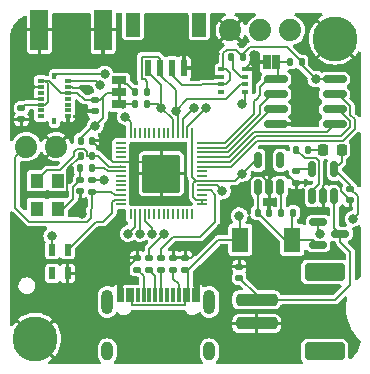
<source format=gtl>
%TF.GenerationSoftware,KiCad,Pcbnew,(6.0.1)*%
%TF.CreationDate,2022-03-04T16:45:30-06:00*%
%TF.ProjectId,samara,73616d61-7261-42e6-9b69-6361645f7063,rev?*%
%TF.SameCoordinates,PX7df6181PY82ce53f*%
%TF.FileFunction,Copper,L1,Top*%
%TF.FilePolarity,Positive*%
%FSLAX46Y46*%
G04 Gerber Fmt 4.6, Leading zero omitted, Abs format (unit mm)*
G04 Created by KiCad (PCBNEW (6.0.1)) date 2022-03-04 16:45:30*
%MOMM*%
%LPD*%
G01*
G04 APERTURE LIST*
G04 Aperture macros list*
%AMRoundRect*
0 Rectangle with rounded corners*
0 $1 Rounding radius*
0 $2 $3 $4 $5 $6 $7 $8 $9 X,Y pos of 4 corners*
0 Add a 4 corners polygon primitive as box body*
4,1,4,$2,$3,$4,$5,$6,$7,$8,$9,$2,$3,0*
0 Add four circle primitives for the rounded corners*
1,1,$1+$1,$2,$3*
1,1,$1+$1,$4,$5*
1,1,$1+$1,$6,$7*
1,1,$1+$1,$8,$9*
0 Add four rect primitives between the rounded corners*
20,1,$1+$1,$2,$3,$4,$5,0*
20,1,$1+$1,$4,$5,$6,$7,0*
20,1,$1+$1,$6,$7,$8,$9,0*
20,1,$1+$1,$8,$9,$2,$3,0*%
G04 Aperture macros list end*
%TA.AperFunction,EtchedComponent*%
%ADD10C,0.254000*%
%TD*%
%TA.AperFunction,SMDPad,CuDef*%
%ADD11RoundRect,0.049000X0.126000X0.241000X-0.126000X0.241000X-0.126000X-0.241000X0.126000X-0.241000X0*%
%TD*%
%TA.AperFunction,SMDPad,CuDef*%
%ADD12RoundRect,0.049000X0.241000X-0.126000X0.241000X0.126000X-0.241000X0.126000X-0.241000X-0.126000X0*%
%TD*%
%TA.AperFunction,ComponentPad*%
%ADD13C,1.879600*%
%TD*%
%TA.AperFunction,SMDPad,CuDef*%
%ADD14R,1.500000X3.500000*%
%TD*%
%TA.AperFunction,SMDPad,CuDef*%
%ADD15RoundRect,0.135000X-0.135000X-0.185000X0.135000X-0.185000X0.135000X0.185000X-0.135000X0.185000X0*%
%TD*%
%TA.AperFunction,SMDPad,CuDef*%
%ADD16RoundRect,0.150000X-0.587500X-0.150000X0.587500X-0.150000X0.587500X0.150000X-0.587500X0.150000X0*%
%TD*%
%TA.AperFunction,SMDPad,CuDef*%
%ADD17RoundRect,0.135000X0.135000X0.185000X-0.135000X0.185000X-0.135000X-0.185000X0.135000X-0.185000X0*%
%TD*%
%TA.AperFunction,SMDPad,CuDef*%
%ADD18R,0.600000X1.000000*%
%TD*%
%TA.AperFunction,SMDPad,CuDef*%
%ADD19RoundRect,0.150000X-0.825000X-0.150000X0.825000X-0.150000X0.825000X0.150000X-0.825000X0.150000X0*%
%TD*%
%TA.AperFunction,SMDPad,CuDef*%
%ADD20RoundRect,0.140000X-0.140000X-0.170000X0.140000X-0.170000X0.140000X0.170000X-0.140000X0.170000X0*%
%TD*%
%TA.AperFunction,SMDPad,CuDef*%
%ADD21R,0.300000X1.150000*%
%TD*%
%TA.AperFunction,ComponentPad*%
%ADD22O,1.000000X2.100000*%
%TD*%
%TA.AperFunction,ComponentPad*%
%ADD23O,1.000000X1.600000*%
%TD*%
%TA.AperFunction,SMDPad,CuDef*%
%ADD24RoundRect,0.140000X0.170000X-0.140000X0.170000X0.140000X-0.170000X0.140000X-0.170000X-0.140000X0*%
%TD*%
%TA.AperFunction,SMDPad,CuDef*%
%ADD25R,1.400000X2.100000*%
%TD*%
%TA.AperFunction,SMDPad,CuDef*%
%ADD26R,0.497840X0.347980*%
%TD*%
%TA.AperFunction,SMDPad,CuDef*%
%ADD27RoundRect,0.150000X0.150000X-0.512500X0.150000X0.512500X-0.150000X0.512500X-0.150000X-0.512500X0*%
%TD*%
%TA.AperFunction,SMDPad,CuDef*%
%ADD28R,0.599440X1.348740*%
%TD*%
%TA.AperFunction,SMDPad,CuDef*%
%ADD29R,1.198880X1.998980*%
%TD*%
%TA.AperFunction,SMDPad,CuDef*%
%ADD30RoundRect,0.135000X0.185000X-0.135000X0.185000X0.135000X-0.185000X0.135000X-0.185000X-0.135000X0*%
%TD*%
%TA.AperFunction,SMDPad,CuDef*%
%ADD31RoundRect,0.140000X-0.170000X0.140000X-0.170000X-0.140000X0.170000X-0.140000X0.170000X0.140000X0*%
%TD*%
%TA.AperFunction,ConnectorPad*%
%ADD32C,3.800000*%
%TD*%
%TA.AperFunction,ComponentPad*%
%ADD33C,2.600000*%
%TD*%
%TA.AperFunction,SMDPad,CuDef*%
%ADD34RoundRect,0.135000X-0.185000X0.135000X-0.185000X-0.135000X0.185000X-0.135000X0.185000X0.135000X0*%
%TD*%
%TA.AperFunction,SMDPad,CuDef*%
%ADD35RoundRect,0.050000X-0.050000X0.387500X-0.050000X-0.387500X0.050000X-0.387500X0.050000X0.387500X0*%
%TD*%
%TA.AperFunction,SMDPad,CuDef*%
%ADD36RoundRect,0.050000X-0.387500X0.050000X-0.387500X-0.050000X0.387500X-0.050000X0.387500X0.050000X0*%
%TD*%
%TA.AperFunction,ComponentPad*%
%ADD37C,0.600000*%
%TD*%
%TA.AperFunction,SMDPad,CuDef*%
%ADD38RoundRect,0.144000X-1.456000X1.456000X-1.456000X-1.456000X1.456000X-1.456000X1.456000X1.456000X0*%
%TD*%
%TA.AperFunction,SMDPad,CuDef*%
%ADD39RoundRect,0.250000X1.500000X-0.250000X1.500000X0.250000X-1.500000X0.250000X-1.500000X-0.250000X0*%
%TD*%
%TA.AperFunction,SMDPad,CuDef*%
%ADD40RoundRect,0.250001X1.449999X-0.499999X1.449999X0.499999X-1.449999X0.499999X-1.449999X-0.499999X0*%
%TD*%
%TA.AperFunction,SMDPad,CuDef*%
%ADD41R,1.270000X0.635000*%
%TD*%
%TA.AperFunction,SMDPad,CuDef*%
%ADD42RoundRect,0.218750X-0.218750X-0.256250X0.218750X-0.256250X0.218750X0.256250X-0.218750X0.256250X0*%
%TD*%
%TA.AperFunction,SMDPad,CuDef*%
%ADD43R,1.099820X1.198880*%
%TD*%
%TA.AperFunction,SMDPad,CuDef*%
%ADD44R,0.635000X1.270000*%
%TD*%
%TA.AperFunction,ViaPad*%
%ADD45C,0.800000*%
%TD*%
%TA.AperFunction,Conductor*%
%ADD46C,0.160000*%
%TD*%
%TA.AperFunction,Conductor*%
%ADD47C,0.200000*%
%TD*%
G04 APERTURE END LIST*
D10*
%TO.C,JP1*%
X7111999Y20853399D02*
X7111999Y19837399D01*
X7111999Y20853399D02*
X7111999Y21869399D01*
%TD*%
D11*
%TO.P,U2,16,INT1*%
%TO.N,unconnected-(U2-Pad16)*%
X1625599Y18409999D03*
D12*
%TO.P,U2,15,SDO1*%
%TO.N,GND*%
X2785599Y18819999D03*
%TO.P,U2,14,CSB1*%
%TO.N,unconnected-(U2-Pad14)*%
X2785599Y19319999D03*
%TO.P,U2,13,INT4*%
%TO.N,unconnected-(U2-Pad13)*%
X2785599Y19819999D03*
%TO.P,U2,12,INT3*%
%TO.N,unconnected-(U2-Pad12)*%
X2785599Y20319999D03*
%TO.P,U2,11,VDDIO*%
%TO.N,+3V3*%
X2785599Y20819999D03*
%TO.P,U2,10,SDO2*%
%TO.N,GND*%
X2785599Y21319999D03*
%TO.P,U2,9,SDA/SDI*%
%TO.N,/SDA*%
X2785599Y21819999D03*
D11*
%TO.P,U2,8,SCL/SCK*%
%TO.N,/SCL*%
X1625599Y22229999D03*
D12*
%TO.P,U2,7,PS*%
%TO.N,+3V3*%
X465599Y21819999D03*
%TO.P,U2,6,GNDIO*%
%TO.N,GND*%
X465599Y21319999D03*
%TO.P,U2,5,CSB2*%
%TO.N,unconnected-(U2-Pad5)*%
X465599Y20819999D03*
%TO.P,U2,4,GNDA*%
%TO.N,GND*%
X465599Y20319999D03*
%TO.P,U2,3,VDD*%
%TO.N,+3V3*%
X465599Y19819999D03*
%TO.P,U2,2*%
%TO.N,N/C*%
X465599Y19319999D03*
%TO.P,U2,1,INT2*%
%TO.N,unconnected-(U2-Pad1)*%
X465599Y18819999D03*
%TD*%
D13*
%TO.P,J6,1,1*%
%TO.N,GND*%
X16509999Y26111199D03*
%TO.P,J6,2,2*%
%TO.N,/RX*%
X19049999Y26111199D03*
%TO.P,J6,3,3*%
%TO.N,/TX*%
X21589999Y26111199D03*
%TD*%
%TO.P,J5,1,1*%
%TO.N,GND*%
X1777999Y16255999D03*
%TO.P,J5,2,2*%
%TO.N,Net-(J5-Pad2)*%
X-762001Y16255999D03*
%TD*%
D14*
%TO.P,J2,G3*%
%TO.N,GND*%
X347999Y26161999D03*
%TO.P,J2,G4*%
X5747999Y26161999D03*
%TD*%
D15*
%TO.P,R19,1*%
%TO.N,Net-(JP1-Pad1)*%
X8456199Y20878799D03*
%TO.P,R19,2*%
%TO.N,/SDA*%
X9476199Y20878799D03*
%TD*%
D16*
%TO.P,Q1,1,G*%
%TO.N,VBUS*%
X23954499Y9839999D03*
%TO.P,Q1,2,S*%
%TO.N,Net-(C4-Pad1)*%
X23954499Y7939999D03*
%TO.P,Q1,3,D*%
%TO.N,+BATT*%
X25829499Y8889999D03*
%TD*%
D17*
%TO.P,R14,2*%
%TO.N,Net-(R14-Pad2)*%
X16558799Y23875999D03*
%TO.P,R14,1*%
%TO.N,+3V3*%
X17578799Y23875999D03*
%TD*%
D18*
%TO.P,D3,1,DOUT*%
%TO.N,unconnected-(D3-Pad1)*%
X1432799Y5527799D03*
%TO.P,D3,2,VSS*%
%TO.N,GND*%
X2732799Y5527799D03*
%TO.P,D3,3,DIN*%
%TO.N,/LED1*%
X2732799Y7527799D03*
%TO.P,D3,4,VDD*%
%TO.N,+3V3*%
X1432799Y7527799D03*
%TD*%
D19*
%TO.P,U4,1,~{CS}*%
%TO.N,/QSPI_CS*%
X20384999Y21970999D03*
%TO.P,U4,2,DO(IO1)*%
%TO.N,/QSPI_DATA1*%
X20384999Y20700999D03*
%TO.P,U4,3,IO2*%
%TO.N,/QSPI_DATA2*%
X20384999Y19430999D03*
%TO.P,U4,4,GND*%
%TO.N,GND*%
X20384999Y18160999D03*
%TO.P,U4,5,DI(IO0)*%
%TO.N,/QSPI_DATA0*%
X25334999Y18160999D03*
%TO.P,U4,6,CLK*%
%TO.N,/QSPI_SCLK*%
X25334999Y19430999D03*
%TO.P,U4,7,IO3*%
%TO.N,/QSPI_DATA3*%
X25334999Y20700999D03*
%TO.P,U4,8,VCC*%
%TO.N,+3V3*%
X25334999Y21970999D03*
%TD*%
D20*
%TO.P,C4,1*%
%TO.N,Net-(C4-Pad1)*%
X18823999Y10667999D03*
%TO.P,C4,2*%
%TO.N,GND*%
X19783999Y10667999D03*
%TD*%
D17*
%TO.P,R11,1*%
%TO.N,Net-(C4-Pad1)*%
X21845999Y10667999D03*
%TO.P,R11,2*%
%TO.N,Net-(R11-Pad2)*%
X20825999Y10667999D03*
%TD*%
D15*
%TO.P,R2,1*%
%TO.N,Net-(C1-Pad2)*%
X3807999Y14477999D03*
%TO.P,R2,2*%
%TO.N,Net-(R2-Pad2)*%
X4827999Y14477999D03*
%TD*%
D21*
%TO.P,P1,A1,GND*%
%TO.N,GND*%
X7063999Y3669999D03*
%TO.P,P1,A4,VBUS*%
%TO.N,VBUS*%
X7863999Y3669999D03*
%TO.P,P1,A5,CC*%
%TO.N,Net-(P1-PadA5)*%
X9163999Y3669999D03*
%TO.P,P1,A6,D+*%
%TO.N,Net-(P1-PadA6)*%
X10163999Y3669999D03*
%TO.P,P1,A7,D-*%
%TO.N,Net-(P1-PadA7)*%
X10663999Y3669999D03*
%TO.P,P1,A8*%
%TO.N,N/C*%
X11663999Y3669999D03*
%TO.P,P1,A9,VBUS*%
%TO.N,VBUS*%
X12963999Y3669999D03*
%TO.P,P1,A12,GND*%
%TO.N,GND*%
X13763999Y3669999D03*
%TO.P,P1,B1,GND*%
X13463999Y3669999D03*
%TO.P,P1,B4,VBUS*%
%TO.N,VBUS*%
X12663999Y3669999D03*
%TO.P,P1,B5,VCONN*%
%TO.N,Net-(P1-PadB5)*%
X12163999Y3669999D03*
%TO.P,P1,B6*%
%TO.N,N/C*%
X11163999Y3669999D03*
%TO.P,P1,B7*%
X9663999Y3669999D03*
%TO.P,P1,B8*%
X8663999Y3669999D03*
%TO.P,P1,B9,VBUS*%
%TO.N,VBUS*%
X8163999Y3669999D03*
%TO.P,P1,B12,GND*%
%TO.N,GND*%
X7363999Y3669999D03*
D22*
%TO.P,P1,S1,SHIELD*%
%TO.N,unconnected-(P1-PadS1)*%
X14733999Y3104999D03*
D23*
X14733999Y-1075001D03*
D22*
X6093999Y3104999D03*
D23*
X6093999Y-1075001D03*
%TD*%
D20*
%TO.P,C8,1*%
%TO.N,+3V3*%
X3837999Y16763999D03*
%TO.P,C8,2*%
%TO.N,GND*%
X4797999Y16763999D03*
%TD*%
D24*
%TO.P,C3,1*%
%TO.N,+BATT*%
X17271999Y5135999D03*
%TO.P,C3,2*%
%TO.N,GND*%
X17271999Y6095999D03*
%TD*%
D17*
%TO.P,R8,1*%
%TO.N,Net-(D1-Pad1)*%
X23115999Y16001999D03*
%TO.P,R8,2*%
%TO.N,Net-(R8-Pad2)*%
X22095999Y16001999D03*
%TD*%
D25*
%TO.P,D2,1,K*%
%TO.N,Net-(C4-Pad1)*%
X21757999Y8381999D03*
%TO.P,D2,2,A*%
%TO.N,VBUS*%
X17357999Y8381999D03*
%TD*%
D26*
%TO.P,U3,1,GND*%
%TO.N,GND*%
X17787619Y22816819D03*
%TO.P,U3,2,~{CS}*%
%TO.N,Net-(R14-Pad2)*%
X17787619Y22166579D03*
%TO.P,U3,3,SDI/SDA*%
%TO.N,/SDA*%
X17787619Y21521419D03*
%TO.P,U3,4,SCK/SCL*%
%TO.N,/SCL*%
X17787619Y20871179D03*
%TO.P,U3,5,SDO/ADR*%
%TO.N,/ADR*%
X15740379Y20871179D03*
%TO.P,U3,6,VDDIO*%
%TO.N,+3V3*%
X15740379Y21521419D03*
%TO.P,U3,7,GND*%
%TO.N,GND*%
X15740379Y22166579D03*
%TO.P,U3,8,VDD*%
%TO.N,+3V3*%
X15740379Y22816819D03*
%TD*%
D27*
%TO.P,U7,1,VIN*%
%TO.N,Net-(C4-Pad1)*%
X18861999Y12832499D03*
%TO.P,U7,2,GND*%
%TO.N,GND*%
X19811999Y12832499D03*
%TO.P,U7,3,EN*%
%TO.N,Net-(R11-Pad2)*%
X20761999Y12832499D03*
%TO.P,U7,4,NC*%
%TO.N,unconnected-(U7-Pad4)*%
X20761999Y15107499D03*
%TO.P,U7,5,VOUT*%
%TO.N,+3V3*%
X18861999Y15107499D03*
%TD*%
D24*
%TO.P,C1,1*%
%TO.N,GND*%
X3809999Y12473999D03*
%TO.P,C1,2*%
%TO.N,Net-(C1-Pad2)*%
X3809999Y13433999D03*
%TD*%
D28*
%TO.P,J3,1,GND*%
%TO.N,GND*%
X12572999Y22916514D03*
%TO.P,J3,2,VCC*%
%TO.N,+3V3*%
X11572239Y22916514D03*
%TO.P,J3,3,SDA*%
%TO.N,/SDA*%
X10576559Y22916514D03*
%TO.P,J3,4,SCL*%
%TO.N,/SCL*%
X9575799Y22916514D03*
D29*
%TO.P,J3,NC1*%
%TO.N,N/C*%
X8275319Y26589354D03*
%TO.P,J3,NC2*%
X13873479Y26589354D03*
%TD*%
D30*
%TO.P,R7,1*%
%TO.N,Net-(P1-PadB5)*%
X11683999Y5839999D03*
%TO.P,R7,2*%
%TO.N,GND*%
X11683999Y6859999D03*
%TD*%
D31*
%TO.P,C6,1*%
%TO.N,+3V3*%
X5029199Y20215799D03*
%TO.P,C6,2*%
%TO.N,GND*%
X5029199Y19255799D03*
%TD*%
D32*
%TO.P,H1,1,1*%
%TO.N,GND*%
X25399999Y25399999D03*
D33*
X25399999Y25399999D03*
%TD*%
D27*
%TO.P,U6,1,STAT*%
%TO.N,Net-(R8-Pad2)*%
X23433999Y12070499D03*
%TO.P,U6,2,VSS*%
%TO.N,GND*%
X24383999Y12070499D03*
%TO.P,U6,3,VBAT*%
%TO.N,+BATT*%
X25333999Y12070499D03*
%TO.P,U6,4,VIN*%
%TO.N,VBUS*%
X25333999Y14345499D03*
%TO.P,U6,5,PROG*%
%TO.N,Net-(R9-Pad1)*%
X23433999Y14345499D03*
%TD*%
D17*
%TO.P,R3,1*%
%TO.N,+3V3*%
X22557199Y23418799D03*
%TO.P,R3,2*%
%TO.N,/QSPI_CS*%
X21537199Y23418799D03*
%TD*%
D31*
%TO.P,C9,1*%
%TO.N,+3V3*%
X-1168401Y19529999D03*
%TO.P,C9,2*%
%TO.N,GND*%
X-1168401Y18569999D03*
%TD*%
D34*
%TO.P,R9,1*%
%TO.N,Net-(R9-Pad1)*%
X22097999Y14225999D03*
%TO.P,R9,2*%
%TO.N,GND*%
X22097999Y13205999D03*
%TD*%
%TO.P,R1,1*%
%TO.N,+3V3*%
X4825999Y13463999D03*
%TO.P,R1,2*%
%TO.N,Net-(J5-Pad2)*%
X4825999Y12443999D03*
%TD*%
D35*
%TO.P,U1,1,IOVDD*%
%TO.N,+3V3*%
X13267999Y17407499D03*
%TO.P,U1,2,GPIO0*%
%TO.N,/TX*%
X12867999Y17407499D03*
%TO.P,U1,3,GPIO1*%
%TO.N,/RX*%
X12467999Y17407499D03*
%TO.P,U1,4,GPIO2*%
%TO.N,/SDA*%
X12067999Y17407499D03*
%TO.P,U1,5,GPIO3*%
%TO.N,/SCL*%
X11667999Y17407499D03*
%TO.P,U1,6,GPIO4*%
%TO.N,unconnected-(U1-Pad6)*%
X11267999Y17407499D03*
%TO.P,U1,7,GPIO5*%
%TO.N,unconnected-(U1-Pad7)*%
X10867999Y17407499D03*
%TO.P,U1,8,GPIO6*%
%TO.N,unconnected-(U1-Pad8)*%
X10467999Y17407499D03*
%TO.P,U1,9,GPIO7*%
%TO.N,unconnected-(U1-Pad9)*%
X10067999Y17407499D03*
%TO.P,U1,10,IOVDD*%
%TO.N,unconnected-(U1-Pad10)*%
X9667999Y17407499D03*
%TO.P,U1,11,GPIO8*%
%TO.N,unconnected-(U1-Pad11)*%
X9267999Y17407499D03*
%TO.P,U1,12,GPIO9*%
%TO.N,unconnected-(U1-Pad12)*%
X8867999Y17407499D03*
%TO.P,U1,13,GPIO10*%
%TO.N,unconnected-(U1-Pad13)*%
X8467999Y17407499D03*
%TO.P,U1,14,GPIO11*%
%TO.N,/BUZZ*%
X8067999Y17407499D03*
D36*
%TO.P,U1,15,GPIO12*%
%TO.N,unconnected-(U1-Pad15)*%
X7230499Y16569999D03*
%TO.P,U1,16,GPIO13*%
%TO.N,unconnected-(U1-Pad16)*%
X7230499Y16169999D03*
%TO.P,U1,17,GPIO14*%
%TO.N,unconnected-(U1-Pad17)*%
X7230499Y15769999D03*
%TO.P,U1,18,GPIO15*%
%TO.N,unconnected-(U1-Pad18)*%
X7230499Y15369999D03*
%TO.P,U1,19,TESTEN*%
%TO.N,GND*%
X7230499Y14969999D03*
%TO.P,U1,20,XIN*%
%TO.N,Net-(C2-Pad2)*%
X7230499Y14569999D03*
%TO.P,U1,21,XOUT*%
%TO.N,Net-(R2-Pad2)*%
X7230499Y14169999D03*
%TO.P,U1,22,IOVDD*%
%TO.N,unconnected-(U1-Pad22)*%
X7230499Y13769999D03*
%TO.P,U1,23,DVDD*%
%TO.N,unconnected-(U1-Pad23)*%
X7230499Y13369999D03*
%TO.P,U1,24,SWCLK*%
%TO.N,unconnected-(U1-Pad24)*%
X7230499Y12969999D03*
%TO.P,U1,25,SWD*%
%TO.N,unconnected-(U1-Pad25)*%
X7230499Y12569999D03*
%TO.P,U1,26,RUN*%
%TO.N,Net-(J5-Pad2)*%
X7230499Y12169999D03*
%TO.P,U1,27,GPIO16*%
%TO.N,/LED1*%
X7230499Y11769999D03*
%TO.P,U1,28,GPIO17*%
%TO.N,unconnected-(U1-Pad28)*%
X7230499Y11369999D03*
D35*
%TO.P,U1,29,GPIO18*%
%TO.N,unconnected-(U1-Pad29)*%
X8067999Y10532499D03*
%TO.P,U1,30,GPIO19*%
%TO.N,/SCK*%
X8467999Y10532499D03*
%TO.P,U1,31,GPIO20*%
%TO.N,/PICO*%
X8867999Y10532499D03*
%TO.P,U1,32,GPIO21*%
%TO.N,/POCI*%
X9267999Y10532499D03*
%TO.P,U1,33,IOVDD*%
%TO.N,unconnected-(U1-Pad33)*%
X9667999Y10532499D03*
%TO.P,U1,34,GPIO22*%
%TO.N,unconnected-(U1-Pad34)*%
X10067999Y10532499D03*
%TO.P,U1,35,GPIO23*%
%TO.N,unconnected-(U1-Pad35)*%
X10467999Y10532499D03*
%TO.P,U1,36,GPIO24*%
%TO.N,unconnected-(U1-Pad36)*%
X10867999Y10532499D03*
%TO.P,U1,37,GPIO25*%
%TO.N,unconnected-(U1-Pad37)*%
X11267999Y10532499D03*
%TO.P,U1,38,GPIO26_ADC0*%
%TO.N,unconnected-(U1-Pad38)*%
X11667999Y10532499D03*
%TO.P,U1,39,GPIO27_ADC1*%
%TO.N,unconnected-(U1-Pad39)*%
X12067999Y10532499D03*
%TO.P,U1,40,GPIO28_ADC2*%
%TO.N,unconnected-(U1-Pad40)*%
X12467999Y10532499D03*
%TO.P,U1,41,GPIO29_ADC3*%
%TO.N,unconnected-(U1-Pad41)*%
X12867999Y10532499D03*
%TO.P,U1,42,IOVDD*%
%TO.N,unconnected-(U1-Pad42)*%
X13267999Y10532499D03*
D36*
%TO.P,U1,43,ADC_AVDD*%
%TO.N,+3V3*%
X14105499Y11369999D03*
%TO.P,U1,44,VREG_IN*%
X14105499Y11769999D03*
%TO.P,U1,45,VREG_VOUT*%
%TO.N,unconnected-(U1-Pad45)*%
X14105499Y12169999D03*
%TO.P,U1,46,USB_DM*%
%TO.N,/D-*%
X14105499Y12569999D03*
%TO.P,U1,47,USB_DP*%
%TO.N,/D+*%
X14105499Y12969999D03*
%TO.P,U1,48,USB_VDD*%
%TO.N,+3V3*%
X14105499Y13369999D03*
%TO.P,U1,49,IOVDD*%
%TO.N,unconnected-(U1-Pad49)*%
X14105499Y13769999D03*
%TO.P,U1,50,DVDD*%
%TO.N,unconnected-(U1-Pad50)*%
X14105499Y14169999D03*
%TO.P,U1,51,QSPI_SD3*%
%TO.N,/QSPI_DATA3*%
X14105499Y14569999D03*
%TO.P,U1,52,QSPI_SCLK*%
%TO.N,/QSPI_SCLK*%
X14105499Y14969999D03*
%TO.P,U1,53,QSPI_SD0*%
%TO.N,/QSPI_DATA0*%
X14105499Y15369999D03*
%TO.P,U1,54,QSPI_SD2*%
%TO.N,/QSPI_DATA2*%
X14105499Y15769999D03*
%TO.P,U1,55,QSPI_SD1*%
%TO.N,/QSPI_DATA1*%
X14105499Y16169999D03*
%TO.P,U1,56,QSPI_SS*%
%TO.N,/QSPI_CS*%
X14105499Y16569999D03*
D37*
%TO.P,U1,57,GND*%
%TO.N,GND*%
X9392999Y12694999D03*
D38*
X10667999Y13969999D03*
D37*
X11942999Y13969999D03*
X11942999Y12694999D03*
X9392999Y15244999D03*
X10667999Y15244999D03*
X11942999Y15244999D03*
X10667999Y13969999D03*
X10667999Y12694999D03*
X9392999Y13969999D03*
%TD*%
D20*
%TO.P,C2,1*%
%TO.N,GND*%
X3837999Y15493999D03*
%TO.P,C2,2*%
%TO.N,Net-(C2-Pad2)*%
X4797999Y15493999D03*
%TD*%
D17*
%TO.P,R18,1*%
%TO.N,/SCL*%
X9450799Y19862799D03*
%TO.P,R18,2*%
%TO.N,Net-(JP1-Pad3)*%
X8430799Y19862799D03*
%TD*%
D31*
%TO.P,C7,1*%
%TO.N,VBUS*%
X26669999Y12671999D03*
%TO.P,C7,2*%
%TO.N,GND*%
X26669999Y11711999D03*
%TD*%
D39*
%TO.P,J1,1,1*%
%TO.N,GND*%
X18739999Y1285999D03*
%TO.P,J1,2,2*%
%TO.N,+BATT*%
X18739999Y3285999D03*
D40*
%TO.P,J1,MP*%
%TO.N,N/C*%
X24489999Y-1064001D03*
X24489999Y5635999D03*
%TD*%
D30*
%TO.P,R5,1*%
%TO.N,Net-(P1-PadA6)*%
X9651999Y5839999D03*
%TO.P,R5,2*%
%TO.N,/D+*%
X9651999Y6859999D03*
%TD*%
D41*
%TO.P,JP1,1,1*%
%TO.N,Net-(JP1-Pad1)*%
X7111999Y21869399D03*
%TO.P,JP1,2,2*%
%TO.N,+3V3*%
X7111999Y20853399D03*
%TO.P,JP1,3,3*%
%TO.N,Net-(JP1-Pad3)*%
X7111999Y19837399D03*
%TD*%
D30*
%TO.P,R6,1*%
%TO.N,Net-(P1-PadA5)*%
X8635999Y5839999D03*
%TO.P,R6,2*%
%TO.N,GND*%
X8635999Y6859999D03*
%TD*%
D42*
%TO.P,D1,1,K*%
%TO.N,Net-(D1-Pad1)*%
X24358499Y16001999D03*
%TO.P,D1,2,A*%
%TO.N,VBUS*%
X25933499Y16001999D03*
%TD*%
D43*
%TO.P,Y1,1,1*%
%TO.N,Net-(C1-Pad2)*%
X1889759Y11018519D03*
%TO.P,Y1,2*%
%TO.N,N/C*%
X1889759Y13365479D03*
%TO.P,Y1,3,2*%
%TO.N,Net-(C2-Pad2)*%
X142239Y13365479D03*
%TO.P,Y1,4*%
%TO.N,N/C*%
X142239Y11018519D03*
%TD*%
D32*
%TO.P,H2,1,1*%
%TO.N,GND*%
X-1Y-1D03*
D33*
X-1Y-1D03*
%TD*%
D30*
%TO.P,R10,1*%
%TO.N,VBUS*%
X12699999Y5839999D03*
%TO.P,R10,2*%
%TO.N,GND*%
X12699999Y6859999D03*
%TD*%
D44*
%TO.P,JP2,1,A*%
%TO.N,GND*%
X19608799Y23444199D03*
%TO.P,JP2,2,B*%
%TO.N,/QSPI_CS*%
X20421599Y23444199D03*
%TD*%
D30*
%TO.P,R4,1*%
%TO.N,Net-(P1-PadA7)*%
X10667999Y5839999D03*
%TO.P,R4,2*%
%TO.N,/D-*%
X10667999Y6859999D03*
%TD*%
D45*
%TO.N,GND*%
X5918199Y16636999D03*
X3936999Y19049999D03*
X1092199Y23469599D03*
X3987799Y10566399D03*
%TO.N,/SCL*%
X17500599Y19862799D03*
%TO.N,GND*%
X12191999Y1015999D03*
X8635999Y1015999D03*
X4063999Y-1016001D03*
X4063999Y1269999D03*
X4063999Y3555999D03*
X4063999Y4825999D03*
X-1016001Y23367999D03*
X9905999Y24942799D03*
X11937999Y24891999D03*
X11937999Y26489541D03*
X9905999Y26489541D03*
%TO.N,/TX*%
X14477999Y19557999D03*
%TO.N,/RX*%
X13461999Y19557999D03*
%TO.N,+3V3*%
X17525999Y13969999D03*
X5079999Y18033999D03*
X5841999Y13461999D03*
X23748999Y21970999D03*
%TO.N,/SDA*%
X5488519Y21490519D03*
X11875443Y19311515D03*
%TO.N,/SCL*%
X10667999Y19557999D03*
X5867935Y22415208D03*
%TO.N,/SCK*%
X7873999Y8889999D03*
%TO.N,/PICO*%
X8889999Y8889999D03*
%TO.N,/POCI*%
X9905999Y8889999D03*
%TO.N,+3V3*%
X1396999Y8712199D03*
%TO.N,GND*%
X18531419Y24013579D03*
X26923999Y14477999D03*
X7365999Y24129999D03*
X-914401Y20573999D03*
X-1524001Y3047999D03*
X15747999Y9397999D03*
X22859999Y1269999D03*
X-1524001Y9905999D03*
X22097999Y11937999D03*
X12191999Y-1016001D03*
X27177999Y20827999D03*
X22605999Y18541999D03*
X-1524001Y6857999D03*
X5587999Y8889999D03*
X25399999Y1269999D03*
X8635999Y-1016001D03*
X15239999Y24129999D03*
X27177999Y8127999D03*
X4571999Y21081999D03*
X17779999Y-1016001D03*
X20573999Y-1016001D03*
X6349999Y6095999D03*
%TO.N,/D+*%
X15847763Y12495881D03*
X10921999Y8889999D03*
%TO.N,VBUS*%
X24129999Y8889999D03*
X26923999Y10159999D03*
X17271999Y10413999D03*
%TO.N,/BUZZ*%
X7619999Y18795999D03*
%TD*%
D46*
%TO.N,+3V3*%
X15925799Y23002239D02*
X15740379Y22816819D01*
X15925799Y24149218D02*
X15925799Y23002239D01*
X16979279Y24475519D02*
X16252100Y24475519D01*
X16252100Y24475519D02*
X15925799Y24149218D01*
X17578799Y23875999D02*
X16979279Y24475519D01*
%TO.N,/LED1*%
X6513479Y11568079D02*
X6715399Y11769999D01*
X6513479Y10679079D02*
X6513479Y11568079D01*
X5735998Y9901598D02*
X6513479Y10679079D01*
X6715399Y11769999D02*
X7230499Y11769999D01*
X5106598Y9901598D02*
X5735998Y9901598D01*
X2732799Y7527799D02*
X5106598Y9901598D01*
%TO.N,GND*%
X3809999Y10744199D02*
X3987799Y10566399D01*
X3809999Y12473999D02*
X3809999Y10744199D01*
%TO.N,Net-(J5-Pad2)*%
X-508001Y9905999D02*
X-1676401Y11074399D01*
X-1676401Y11074399D02*
X-1676401Y15341599D01*
X4694598Y10231798D02*
X4368799Y9905999D01*
X-1676401Y15341599D02*
X-762001Y16255999D01*
X4825999Y11062973D02*
X4694598Y10931572D01*
X4825999Y12443999D02*
X4825999Y11062973D01*
X4694598Y10931572D02*
X4694598Y10231798D01*
X4368799Y9905999D02*
X-508001Y9905999D01*
%TO.N,+3V3*%
X1432799Y8676399D02*
X1396999Y8712199D01*
X1432799Y7527799D02*
X1432799Y8676399D01*
X18190690Y24693090D02*
X17703799Y24206199D01*
X21282908Y24693090D02*
X18190690Y24693090D01*
X22557199Y23418799D02*
X21282908Y24693090D01*
X22557199Y23162799D02*
X23748999Y21970999D01*
X22557199Y23418799D02*
X22557199Y23162799D01*
%TO.N,GND*%
X18531419Y23560619D02*
X17787619Y22816819D01*
X18531419Y24013579D02*
X18531419Y23560619D01*
%TO.N,/SDA*%
X12067999Y19118959D02*
X12067999Y17407499D01*
X11875443Y21017555D02*
X10576559Y22316439D01*
X11875443Y19311515D02*
X12067999Y19118959D01*
X11875443Y19311515D02*
X11875443Y21017555D01*
X17378699Y21521419D02*
X17787619Y21521419D01*
X16177279Y20319999D02*
X17378699Y21521419D01*
X11875443Y19311515D02*
X12883927Y20319999D01*
X12883927Y20319999D02*
X16177279Y20319999D01*
X10576559Y22316439D02*
X10576559Y22916514D01*
%TO.N,/SCL*%
X17787619Y20149819D02*
X17500599Y19862799D01*
X17787619Y20871179D02*
X17787619Y20149819D01*
%TO.N,+3V3*%
X14113287Y21521419D02*
X15740379Y21521419D01*
X12420599Y21437599D02*
X14029467Y21437599D01*
X11572239Y22285959D02*
X12420599Y21437599D01*
X11572239Y22916514D02*
X11572239Y22285959D01*
X14029467Y21437599D02*
X14113287Y21521419D01*
%TO.N,/SCL*%
X9450799Y19862799D02*
X10363199Y19862799D01*
X10363199Y19862799D02*
X10667999Y19557999D01*
%TO.N,Net-(JP1-Pad3)*%
X7712305Y19862799D02*
X7399452Y19549946D01*
X8430799Y19862799D02*
X7712305Y19862799D01*
%TO.N,Net-(JP1-Pad1)*%
X7744999Y21589999D02*
X7619999Y21589999D01*
X8456199Y20878799D02*
X7744999Y21589999D01*
%TO.N,/SDA*%
X10413999Y23875999D02*
X10576559Y23713439D01*
X9002172Y23875999D02*
X10413999Y23875999D01*
X10576559Y23713439D02*
X10576559Y22916514D01*
X8996568Y23870395D02*
X9002172Y23875999D01*
X8996568Y21962633D02*
X8996568Y23870395D01*
X9279365Y21962633D02*
X8996568Y21962633D01*
X9476199Y21765799D02*
X9279365Y21962633D01*
X9476199Y20878799D02*
X9476199Y21765799D01*
%TO.N,/SCL*%
X9575799Y22541864D02*
X10667999Y21449664D01*
X10667999Y21449664D02*
X10667999Y19557999D01*
X9575799Y22916514D02*
X9575799Y22541864D01*
X11667999Y17407499D02*
X11667999Y18557999D01*
X11667999Y18557999D02*
X10667999Y19557999D01*
%TO.N,/TX*%
X12867999Y17947999D02*
X14477999Y19557999D01*
X12867999Y17407499D02*
X12867999Y17947999D01*
%TO.N,/RX*%
X12467999Y18563999D02*
X13461999Y19557999D01*
X12467999Y17407499D02*
X12467999Y18563999D01*
%TO.N,/SCL*%
X1810808Y22415208D02*
X1625599Y22229999D01*
X5867935Y22415208D02*
X1810808Y22415208D01*
%TO.N,/SDA*%
X5159039Y21819999D02*
X5488519Y21490519D01*
X2785599Y21819999D02*
X5159039Y21819999D01*
%TO.N,GND*%
X3193258Y21235499D02*
X4418499Y21235499D01*
X4418499Y21235499D02*
X4571999Y21081999D01*
X3108758Y21319999D02*
X3193258Y21235499D01*
X2785599Y21319999D02*
X3108758Y21319999D01*
%TO.N,+3V3*%
X4168199Y20215799D02*
X5029199Y20215799D01*
X3563999Y20819999D02*
X4168199Y20215799D01*
X2785599Y20819999D02*
X3563999Y20819999D01*
%TO.N,GND*%
X6591999Y14969999D02*
X7230499Y14969999D01*
X4797999Y16763999D02*
X6591999Y14969999D01*
%TO.N,+3V3*%
X5483799Y20215799D02*
X5841999Y20573999D01*
X5029199Y20215799D02*
X5483799Y20215799D01*
X5841999Y20573999D02*
X6095999Y20827999D01*
X5750670Y20482670D02*
X5841999Y20573999D01*
X18861999Y15107499D02*
X18663499Y15107499D01*
X6095999Y20827999D02*
X6705479Y20827999D01*
X17525999Y13969999D02*
X16925999Y13369999D01*
X18663499Y15107499D02*
X17525999Y13969999D01*
X4825999Y13463999D02*
X5839999Y13463999D01*
X5079999Y18033999D02*
X5750670Y18704670D01*
X16925999Y13369999D02*
X14105499Y13369999D01*
X23748999Y21970999D02*
X25334999Y21970999D01*
X3837999Y17017999D02*
X4853999Y18033999D01*
X5750670Y18704670D02*
X5750670Y20482670D01*
X5839999Y13463999D02*
X5841999Y13461999D01*
X4853999Y18033999D02*
X5079999Y18033999D01*
%TO.N,/QSPI_CS*%
X20523199Y22109199D02*
X20384999Y21970999D01*
X20523199Y23418799D02*
X20523199Y22109199D01*
X21537199Y23418799D02*
X20523199Y23418799D01*
%TO.N,/SCK*%
X8467999Y9483999D02*
X7873999Y8889999D01*
X8467999Y10532499D02*
X8467999Y9483999D01*
%TO.N,/PICO*%
X8867999Y10532499D02*
X8867999Y8911999D01*
X8867999Y8911999D02*
X8889999Y8889999D01*
%TO.N,/POCI*%
X9267999Y10532499D02*
X9267999Y9976488D01*
X9905999Y9338488D02*
X9905999Y8889999D01*
X9267999Y9976488D02*
X9905999Y9338488D01*
%TO.N,Net-(P1-PadA6)*%
X9653999Y5839999D02*
X10163999Y5329999D01*
X9651999Y5839999D02*
X9653999Y5839999D01*
X10163999Y5329999D02*
X10163999Y3669999D01*
%TO.N,Net-(P1-PadA7)*%
X10663999Y5835999D02*
X10663999Y3669999D01*
X10667999Y5839999D02*
X10663999Y5835999D01*
%TO.N,Net-(P1-PadB5)*%
X12163999Y4599999D02*
X12163999Y3669999D01*
X11683999Y5079999D02*
X12163999Y4599999D01*
X11683999Y5839999D02*
X11683999Y5079999D01*
%TO.N,+3V3*%
X16509034Y22457084D02*
X16149299Y22816819D01*
X13267999Y17407499D02*
X13267999Y13703988D01*
X-878401Y19819999D02*
X-1168401Y19529999D01*
X1035119Y20057922D02*
X1035119Y21624479D01*
X13601988Y13369999D02*
X13388479Y13156490D01*
X797196Y19819999D02*
X1035119Y20057922D01*
X1035119Y21624479D02*
X839599Y21819999D01*
X465599Y19819999D02*
X-878401Y19819999D01*
X13267999Y13703988D02*
X13601988Y13369999D01*
X16149299Y22816819D02*
X15740379Y22816819D01*
X14105499Y13369999D02*
X13601988Y13369999D01*
X13388479Y11983508D02*
X13601988Y11769999D01*
X2204002Y20819999D02*
X2785599Y20819999D01*
X13601988Y11769999D02*
X14105499Y11769999D01*
X16509034Y21881154D02*
X16509034Y22457084D01*
X839599Y21819999D02*
X465599Y21819999D01*
X13388479Y13156490D02*
X13388479Y11983508D01*
X14105499Y11769999D02*
X14105499Y11369999D01*
X465599Y19819999D02*
X797196Y19819999D01*
X465599Y21819999D02*
X1204002Y21819999D01*
X15740379Y21521419D02*
X16149299Y21521419D01*
X1204002Y21819999D02*
X2204002Y20819999D01*
X16149299Y21521419D02*
X16509034Y21881154D01*
%TO.N,GND*%
X19189912Y13774519D02*
X18534086Y13774519D01*
X25466432Y13207999D02*
X24637999Y13207999D01*
X8635999Y6859999D02*
X7363999Y5587999D01*
X2719180Y12879180D02*
X2719180Y12486528D01*
X18033999Y12699999D02*
X15747999Y10413999D01*
X-660401Y20319999D02*
X-914401Y20573999D01*
X7363999Y5587999D02*
X7363999Y3669999D01*
X-168401Y21319999D02*
X-914401Y20573999D01*
X20319999Y13969999D02*
X19811999Y13461999D01*
X22224999Y18160999D02*
X22605999Y18541999D01*
X25913519Y12468479D02*
X26669999Y11711999D01*
X9117999Y14969999D02*
X9392999Y15244999D01*
X3837999Y15493999D02*
X2719180Y14375180D01*
X24383999Y12070499D02*
X24383999Y11175999D01*
X2719180Y14375180D02*
X2719180Y12879180D01*
X465599Y20319999D02*
X-660401Y20319999D01*
X2424651Y12191999D02*
X-508001Y12191999D01*
X23113999Y10921999D02*
X22097999Y11937999D01*
X12699999Y6859999D02*
X13209999Y6859999D01*
X24637999Y13207999D02*
X24383999Y12953999D01*
X465599Y21319999D02*
X-168401Y21319999D01*
X19811999Y13152432D02*
X19189912Y13774519D01*
X11683999Y6859999D02*
X12699999Y6859999D01*
X24383999Y11175999D02*
X24129999Y10921999D01*
X22097999Y13205999D02*
X21333999Y13969999D01*
X19811999Y10695999D02*
X19783999Y10667999D01*
X2719180Y12486528D02*
X2424651Y12191999D01*
X20384999Y18160999D02*
X22224999Y18160999D01*
X13209999Y6859999D02*
X15747999Y9397999D01*
X22097999Y13205999D02*
X22097999Y11937999D01*
X25913519Y12760912D02*
X25466432Y13207999D01*
X18534086Y13774519D02*
X18033999Y13274432D01*
X18033999Y13274432D02*
X18033999Y12699999D01*
X15747999Y10413999D02*
X15747999Y9397999D01*
X7230499Y14969999D02*
X9117999Y14969999D01*
X19811999Y13461999D02*
X19811999Y12832499D01*
X21333999Y13969999D02*
X20319999Y13969999D01*
X24129999Y10921999D02*
X23113999Y10921999D01*
X19811999Y12832499D02*
X19811999Y10695999D01*
X24383999Y12953999D02*
X24383999Y12070499D01*
X25913519Y12468479D02*
X25913519Y12760912D01*
%TO.N,Net-(C1-Pad2)*%
X2382519Y11018519D02*
X1889759Y11018519D01*
X3809999Y14475999D02*
X3807999Y14477999D01*
X3220479Y12844479D02*
X3220479Y11856479D01*
X3220479Y11856479D02*
X2382519Y11018519D01*
X3809999Y13433999D02*
X3809999Y14475999D01*
X3809999Y13433999D02*
X3220479Y12844479D01*
%TO.N,/QSPI_CS*%
X19049999Y20643627D02*
X18735785Y20329413D01*
X19049999Y21335999D02*
X19049999Y20643627D01*
X18735785Y20329413D02*
X18540904Y20134532D01*
X20384999Y21970999D02*
X19684999Y21970999D01*
X18540904Y19051094D02*
X16059809Y16569999D01*
X19684999Y21970999D02*
X19049999Y21335999D01*
X16059809Y16569999D02*
X14105499Y16569999D01*
X18540904Y20134532D02*
X18540904Y19051094D01*
%TO.N,/QSPI_DATA1*%
X19049123Y19050875D02*
X16168247Y16169999D01*
X16168247Y16169999D02*
X14105499Y16169999D01*
X20072566Y20700999D02*
X19049123Y19677556D01*
X19049123Y19677556D02*
X19049123Y19050875D01*
X20384999Y20700999D02*
X20072566Y20700999D01*
%TO.N,/QSPI_DATA2*%
X19937685Y19430999D02*
X16276685Y15769999D01*
X16276685Y15769999D02*
X14105499Y15769999D01*
X20384999Y19430999D02*
X19937685Y19430999D01*
%TO.N,/QSPI_DATA0*%
X24699999Y17525999D02*
X18541123Y17525999D01*
X25334999Y18160999D02*
X24699999Y17525999D01*
X16385123Y15369999D02*
X14105499Y15369999D01*
X18541123Y17525999D02*
X16385123Y15369999D01*
%TO.N,/QSPI_SCLK*%
X26669999Y18408432D02*
X26669999Y17913566D01*
X25647432Y19430999D02*
X26669999Y18408432D01*
X26669999Y17913566D02*
X25922912Y17166479D01*
X25922912Y17166479D02*
X18690041Y17166479D01*
X18690041Y17166479D02*
X16493561Y14969999D01*
X25334999Y19430999D02*
X25647432Y19430999D01*
X16493561Y14969999D02*
X14105499Y14969999D01*
%TO.N,/QSPI_DATA3*%
X27029519Y17764648D02*
X27029519Y18557350D01*
X14105499Y14569999D02*
X16601999Y14569999D01*
X26028870Y16763999D02*
X27029519Y17764648D01*
X25334999Y20700999D02*
X25647432Y20700999D01*
X27029519Y18557350D02*
X26669999Y18916870D01*
X26669999Y19678432D02*
X26669999Y18916870D01*
X25647432Y20700999D02*
X26669999Y19678432D01*
X16601999Y14569999D02*
X18795999Y16763999D01*
X18795999Y16763999D02*
X26028870Y16763999D01*
D47*
%TO.N,/D+*%
X10921999Y8889999D02*
X10919999Y8889999D01*
X15373645Y12969999D02*
X15847763Y12495881D01*
X10919999Y8889999D02*
X9651999Y7621999D01*
X9651999Y7621999D02*
X9651999Y6859999D01*
X14105499Y12969999D02*
X15373645Y12969999D01*
D46*
%TO.N,/D-*%
X10667999Y7621999D02*
X10667999Y6859999D01*
X11681999Y8635999D02*
X13969999Y8635999D01*
X14861999Y12569999D02*
X14105499Y12569999D01*
X15239999Y9905999D02*
X15239999Y12191999D01*
X15239999Y12191999D02*
X14861999Y12569999D01*
X13969999Y8635999D02*
X15239999Y9905999D01*
X10667999Y7621999D02*
X11681999Y8635999D01*
%TO.N,Net-(R11-Pad2)*%
X20825999Y12260499D02*
X20761999Y12324499D01*
X20825999Y10667999D02*
X20825999Y12260499D01*
%TO.N,VBUS*%
X17357999Y8381999D02*
X17357999Y10327999D01*
X27283519Y12058479D02*
X26669999Y12671999D01*
X26669999Y12671999D02*
X26669999Y13009499D01*
X23954499Y9065499D02*
X24129999Y8889999D01*
X8234488Y2815488D02*
X12593510Y2815488D01*
X12699999Y5839999D02*
X12951999Y5839999D01*
X23954499Y9839999D02*
X23954499Y9065499D01*
X25933499Y16001999D02*
X25933499Y14944999D01*
X8163999Y2885977D02*
X8234488Y2815488D01*
X12951999Y5839999D02*
X15493999Y8381999D01*
X26669999Y13009499D02*
X25333999Y14345499D01*
X17357999Y10327999D02*
X17271999Y10413999D01*
X12963999Y5575999D02*
X12699999Y5839999D01*
X15493999Y8381999D02*
X17357999Y8381999D01*
X8163999Y3669999D02*
X8163999Y2885977D01*
X26923999Y10159999D02*
X27283519Y10519519D01*
X27283519Y10519519D02*
X27283519Y12058479D01*
X12593510Y2815488D02*
X12663999Y2885977D01*
X25933499Y14944999D02*
X25333999Y14345499D01*
X12663999Y2885977D02*
X12663999Y3669999D01*
X12963999Y3669999D02*
X12963999Y5575999D01*
%TO.N,Net-(P1-PadA5)*%
X9163999Y5313999D02*
X9163999Y3669999D01*
X8637999Y5839999D02*
X9163999Y5313999D01*
X8635999Y5839999D02*
X8637999Y5839999D01*
%TO.N,+BATT*%
X25383999Y3285999D02*
X18739999Y3285999D01*
X25829499Y8206499D02*
X26669999Y7365999D01*
X25333999Y12070499D02*
X25333999Y9385499D01*
X25333999Y9385499D02*
X25829499Y8889999D01*
X26669999Y7365999D02*
X26669999Y4571999D01*
X26669999Y4571999D02*
X25383999Y3285999D01*
X18739999Y3667999D02*
X17271999Y5135999D01*
X18739999Y3285999D02*
X18739999Y3667999D01*
X25829499Y8889999D02*
X25829499Y8206499D01*
%TO.N,Net-(D1-Pad1)*%
X24358499Y16001999D02*
X23115999Y16001999D01*
%TO.N,Net-(C2-Pad2)*%
X2052430Y14244430D02*
X1021190Y14244430D01*
X3278479Y15470479D02*
X2052430Y14244430D01*
X5334437Y15493999D02*
X4797999Y15493999D01*
X3524229Y16083519D02*
X3278479Y15837769D01*
X4151769Y16083519D02*
X3524229Y16083519D01*
X7230499Y14569999D02*
X7210019Y14590479D01*
X6258437Y14569999D02*
X5334437Y15493999D01*
X4797999Y15493999D02*
X4397519Y15493999D01*
X4397519Y15493999D02*
X4397519Y15837769D01*
X3278479Y15837769D02*
X3278479Y15470479D01*
X1021190Y14244430D02*
X142239Y13365479D01*
X4397519Y15837769D02*
X4151769Y16083519D01*
X7230499Y14569999D02*
X6258437Y14569999D01*
%TO.N,Net-(C4-Pad1)*%
X18861999Y10705999D02*
X18823999Y10667999D01*
X21757999Y8381999D02*
X23512499Y8381999D01*
X23512499Y8381999D02*
X23954499Y7939999D01*
X18861999Y12324499D02*
X18861999Y10705999D01*
X21757999Y10579999D02*
X21845999Y10667999D01*
X21757999Y8381999D02*
X21757999Y10579999D01*
X21109999Y8381999D02*
X21757999Y8381999D01*
X18823999Y10667999D02*
X21109999Y8381999D01*
%TO.N,Net-(J5-Pad2)*%
X6452988Y12443999D02*
X4825999Y12443999D01*
X7230499Y12169999D02*
X6726988Y12169999D01*
X6726988Y12169999D02*
X6452988Y12443999D01*
%TO.N,Net-(R2-Pad2)*%
X5841999Y14477999D02*
X4827999Y14477999D01*
X6149999Y14169999D02*
X5841999Y14477999D01*
X7230499Y14169999D02*
X6149999Y14169999D01*
%TO.N,Net-(R8-Pad2)*%
X24013519Y13091519D02*
X23433999Y12511999D01*
X22095999Y16001999D02*
X22810479Y15287519D01*
X24013519Y15035912D02*
X24013519Y13091519D01*
X22810479Y15287519D02*
X23761912Y15287519D01*
X23433999Y12511999D02*
X23433999Y12070499D01*
X23761912Y15287519D02*
X24013519Y15035912D01*
%TO.N,Net-(R9-Pad1)*%
X23433999Y14345499D02*
X22217499Y14345499D01*
X22217499Y14345499D02*
X22097999Y14225999D01*
%TO.N,Net-(R14-Pad2)*%
X16761999Y23875999D02*
X16761999Y22860507D01*
X16761999Y22860507D02*
X17455927Y22166579D01*
X17455927Y22166579D02*
X17787619Y22166579D01*
%TO.N,/BUZZ*%
X7619999Y18795999D02*
X8067999Y18347999D01*
X8067999Y18347999D02*
X8067999Y17407499D01*
%TD*%
%TA.AperFunction,Conductor*%
%TO.N,GND*%
G36*
X7592999Y10949537D02*
G01*
X7647537Y10894999D01*
X7667499Y10820499D01*
X7667499Y10111781D01*
X7668292Y10106396D01*
X7668292Y10106392D01*
X7671267Y10086187D01*
X7677641Y10042887D01*
X7729067Y9938144D01*
X7811649Y9855706D01*
X7821558Y9850862D01*
X7870101Y9791978D01*
X7882831Y9715908D01*
X7855821Y9643664D01*
X7796308Y9594603D01*
X7769301Y9585304D01*
X7636764Y9553484D01*
X7636761Y9553483D01*
X7628031Y9551387D01*
X7620052Y9547269D01*
X7620050Y9547268D01*
X7491521Y9480929D01*
X7477368Y9473624D01*
X7470601Y9467720D01*
X7470597Y9467718D01*
X7366031Y9376499D01*
X7349603Y9362168D01*
X7252112Y9223452D01*
X7190523Y9065486D01*
X7168393Y8897388D01*
X7186998Y8728864D01*
X7190086Y8720427D01*
X7190086Y8720425D01*
X7200286Y8692553D01*
X7245265Y8569643D01*
X7250274Y8562188D01*
X7250275Y8562187D01*
X7258430Y8550052D01*
X7339829Y8428916D01*
X7346471Y8422873D01*
X7346472Y8422871D01*
X7451272Y8327511D01*
X7465232Y8314808D01*
X7473127Y8310521D01*
X7473129Y8310520D01*
X7606343Y8238191D01*
X7606346Y8238190D01*
X7614234Y8233907D01*
X7686307Y8214999D01*
X7769548Y8193161D01*
X7769550Y8193161D01*
X7778232Y8190883D01*
X7787208Y8190742D01*
X7938780Y8188361D01*
X7947759Y8188220D01*
X8113028Y8226071D01*
X8140787Y8240032D01*
X8219733Y8279738D01*
X8264497Y8302252D01*
X8283526Y8318505D01*
X8353137Y8351709D01*
X8430028Y8345658D01*
X8465922Y8324168D01*
X8467265Y8326058D01*
X8474587Y8320855D01*
X8481232Y8314808D01*
X8489127Y8310521D01*
X8489129Y8310520D01*
X8622343Y8238191D01*
X8622346Y8238190D01*
X8630234Y8233907D01*
X8702307Y8214999D01*
X8785548Y8193161D01*
X8785550Y8193161D01*
X8794232Y8190883D01*
X8803208Y8190742D01*
X8954780Y8188361D01*
X8963759Y8188220D01*
X9129028Y8226071D01*
X9156787Y8240032D01*
X9235733Y8279738D01*
X9280497Y8302252D01*
X9299526Y8318505D01*
X9369137Y8351709D01*
X9446028Y8345658D01*
X9481922Y8324168D01*
X9483265Y8326058D01*
X9490586Y8320855D01*
X9497232Y8314808D01*
X9505129Y8310520D01*
X9512448Y8305319D01*
X9511533Y8304031D01*
X9560060Y8257981D01*
X9581966Y8184030D01*
X9563961Y8109032D01*
X9538376Y8074769D01*
X9346515Y7882908D01*
X9346512Y7882904D01*
X9323949Y7860341D01*
X9318626Y7849894D01*
X9318624Y7849891D01*
X9314784Y7842355D01*
X9302569Y7822422D01*
X9297596Y7815578D01*
X9297593Y7815572D01*
X9290703Y7806089D01*
X9287080Y7794940D01*
X9287079Y7794937D01*
X9284467Y7786896D01*
X9275517Y7765289D01*
X9266353Y7747303D01*
X9264518Y7735719D01*
X9264518Y7735718D01*
X9263196Y7727369D01*
X9257739Y7704635D01*
X9251499Y7685432D01*
X9251499Y7510446D01*
X9231537Y7435946D01*
X9176999Y7381408D01*
X9102499Y7361446D01*
X9032778Y7378765D01*
X9016338Y7387470D01*
X8912003Y7424109D01*
X8894386Y7427975D01*
X8876471Y7429668D01*
X8869457Y7429999D01*
X8805615Y7429999D01*
X8790144Y7425854D01*
X8785999Y7410383D01*
X8785999Y6858999D01*
X8766037Y6784499D01*
X8711499Y6729961D01*
X8636999Y6709999D01*
X8035615Y6709999D01*
X8020144Y6705854D01*
X8015999Y6690383D01*
X8015999Y6676541D01*
X8016330Y6669527D01*
X8018023Y6651612D01*
X8021889Y6633995D01*
X8058528Y6529662D01*
X8068837Y6510191D01*
X8121461Y6438944D01*
X8149666Y6367158D01*
X8138199Y6290887D01*
X8121462Y6261897D01*
X8061772Y6181084D01*
X8018381Y6057525D01*
X8015499Y6027037D01*
X8015499Y5652961D01*
X8018381Y5622473D01*
X8061772Y5498914D01*
X8139576Y5393576D01*
X8244914Y5315772D01*
X8368473Y5272381D01*
X8377513Y5271526D01*
X8377515Y5271526D01*
X8384399Y5270876D01*
X8398961Y5269499D01*
X8608673Y5269499D01*
X8683173Y5249537D01*
X8714032Y5225858D01*
X8739858Y5200032D01*
X8778422Y5133237D01*
X8783499Y5094673D01*
X8783499Y4694499D01*
X8763537Y4619999D01*
X8708999Y4565461D01*
X8634499Y4545499D01*
X8469353Y4545499D01*
X8464966Y4544977D01*
X8464967Y4544977D01*
X8454252Y4543702D01*
X8454251Y4543702D01*
X8452287Y4543468D01*
X8452286Y4543468D01*
X8443153Y4542381D01*
X8443025Y4543458D01*
X8384430Y4543398D01*
X8384326Y4542505D01*
X8369681Y4544212D01*
X8362929Y4545000D01*
X8362921Y4545000D01*
X8358645Y4545499D01*
X7669353Y4545499D01*
X7643153Y4542381D01*
X7643056Y4543193D01*
X7584340Y4543131D01*
X7584209Y4542010D01*
X7574681Y4543121D01*
X7573769Y4543120D01*
X7573081Y4543307D01*
X7562875Y4544497D01*
X7554245Y4544999D01*
X7533615Y4544999D01*
X7518144Y4540854D01*
X7508922Y4506435D01*
X7507346Y4506857D01*
X7494037Y4457186D01*
X7473468Y4430355D01*
X7471478Y4427449D01*
X7461758Y4417712D01*
X7456196Y4405132D01*
X7456195Y4405130D01*
X7423485Y4331141D01*
X7416493Y4315326D01*
X7413499Y4289645D01*
X7413499Y3668999D01*
X7393537Y3594499D01*
X7338999Y3539961D01*
X7264499Y3519999D01*
X7043499Y3519999D01*
X6968999Y3539961D01*
X6914461Y3594499D01*
X6894499Y3668999D01*
X6894499Y3700154D01*
X6892946Y3714000D01*
X6891648Y3725573D01*
X6900440Y3783708D01*
X6899114Y3784063D01*
X6902281Y3795883D01*
X6903181Y3801833D01*
X6904325Y3803509D01*
X6913999Y3839615D01*
X6913999Y4525383D01*
X6909854Y4540854D01*
X6894383Y4544999D01*
X6873845Y4544999D01*
X6865033Y4544476D01*
X6854376Y4543208D01*
X6833050Y4537347D01*
X6753706Y4502104D01*
X6731416Y4486785D01*
X6671894Y4427159D01*
X6662134Y4412905D01*
X6603573Y4362713D01*
X6527761Y4348525D01*
X6459355Y4371281D01*
X6454168Y4374573D01*
X6454166Y4374574D01*
X6447135Y4379036D01*
X6425947Y4386581D01*
X6285799Y4436485D01*
X6285800Y4436485D01*
X6277950Y4439280D01*
X6269679Y4440266D01*
X6269676Y4440267D01*
X6167367Y4452466D01*
X6099623Y4460544D01*
X6091345Y4459674D01*
X6091343Y4459674D01*
X6024546Y4452653D01*
X5921016Y4441772D01*
X5913138Y4439090D01*
X5913133Y4439089D01*
X5833279Y4411904D01*
X5751006Y4383896D01*
X5720665Y4365230D01*
X5621461Y4304199D01*
X5598044Y4289793D01*
X5592095Y4283967D01*
X5592092Y4283965D01*
X5544704Y4237559D01*
X5469731Y4164140D01*
X5465220Y4157141D01*
X5465218Y4157138D01*
X5421319Y4089020D01*
X5372445Y4013182D01*
X5369595Y4005353D01*
X5369595Y4005352D01*
X5317527Y3862295D01*
X5311021Y3844421D01*
X5309977Y3836157D01*
X5303434Y3784358D01*
X5293499Y3705716D01*
X5293499Y2509844D01*
X5308453Y2376527D01*
X5367514Y2206926D01*
X5371928Y2199862D01*
X5371929Y2199860D01*
X5409399Y2139896D01*
X5462683Y2054624D01*
X5589229Y1927192D01*
X5596259Y1922731D01*
X5596261Y1922729D01*
X5631068Y1900640D01*
X5740863Y1830962D01*
X5748708Y1828169D01*
X5748709Y1828168D01*
X5769325Y1820827D01*
X5910048Y1770718D01*
X5918319Y1769732D01*
X5918322Y1769731D01*
X6020631Y1757532D01*
X6088375Y1749454D01*
X6096653Y1750324D01*
X6096655Y1750324D01*
X6163452Y1757345D01*
X6266982Y1768226D01*
X6274860Y1770908D01*
X6274865Y1770909D01*
X6410578Y1817110D01*
X6436992Y1826102D01*
X6589954Y1920205D01*
X6595903Y1926031D01*
X6595906Y1926033D01*
X6712317Y2040031D01*
X6712318Y2040033D01*
X6718267Y2045858D01*
X6754030Y2101351D01*
X6805724Y2181564D01*
X6862861Y2233372D01*
X6938247Y2249671D01*
X7011683Y2226093D01*
X7037914Y2202803D01*
X7038213Y2203122D01*
X7146586Y2101351D01*
X7146590Y2101348D01*
X7153417Y2094937D01*
X7161628Y2090423D01*
X7283690Y2023319D01*
X7283692Y2023318D01*
X7291907Y2018802D01*
X7444980Y1979499D01*
X7563349Y1979499D01*
X7567993Y1980086D01*
X7567998Y1980086D01*
X7615763Y1986120D01*
X7680791Y1994335D01*
X7689506Y1997785D01*
X7689508Y1997786D01*
X7818138Y2048715D01*
X7827731Y2052513D01*
X7955586Y2145405D01*
X8056323Y2267176D01*
X8060314Y2275657D01*
X8094734Y2348802D01*
X8144518Y2407712D01*
X8223705Y2434245D01*
X8231269Y2434542D01*
X8239693Y2434873D01*
X8245541Y2434988D01*
X12537033Y2434988D01*
X12553927Y2433190D01*
X12563293Y2432748D01*
X12575338Y2430155D01*
X12587572Y2431603D01*
X12599870Y2431023D01*
X12599697Y2427345D01*
X12654416Y2419408D01*
X12714983Y2371655D01*
X12730409Y2345954D01*
X12730635Y2345473D01*
X12733532Y2336558D01*
X12818213Y2203122D01*
X12837611Y2184906D01*
X12926586Y2101351D01*
X12926590Y2101348D01*
X12933417Y2094937D01*
X12941628Y2090423D01*
X13063690Y2023319D01*
X13063692Y2023318D01*
X13071907Y2018802D01*
X13224980Y1979499D01*
X13343349Y1979499D01*
X13347993Y1980086D01*
X13347998Y1980086D01*
X13395763Y1986120D01*
X13460791Y1994335D01*
X13469506Y1997785D01*
X13469508Y1997786D01*
X13598138Y2048715D01*
X13607731Y2052513D01*
X13735586Y2145405D01*
X13741561Y2152627D01*
X13741564Y2152630D01*
X13780713Y2199954D01*
X13843582Y2244634D01*
X13920367Y2251893D01*
X13990495Y2219786D01*
X14021879Y2183937D01*
X14102683Y2054624D01*
X14229229Y1927192D01*
X14236259Y1922731D01*
X14236261Y1922729D01*
X14271068Y1900640D01*
X14380863Y1830962D01*
X14388708Y1828169D01*
X14388709Y1828168D01*
X14409325Y1820827D01*
X14550048Y1770718D01*
X14558319Y1769732D01*
X14558322Y1769731D01*
X14660631Y1757532D01*
X14728375Y1749454D01*
X14736653Y1750324D01*
X14736655Y1750324D01*
X14803452Y1757345D01*
X14906982Y1768226D01*
X14914860Y1770908D01*
X14914865Y1770909D01*
X15050578Y1817110D01*
X15076992Y1826102D01*
X15229954Y1920205D01*
X15235903Y1926031D01*
X15235906Y1926033D01*
X15352317Y2040031D01*
X15352318Y2040033D01*
X15358267Y2045858D01*
X15362778Y2052857D01*
X15362780Y2052860D01*
X15440197Y2172988D01*
X15455553Y2196816D01*
X15460730Y2211039D01*
X15514128Y2357749D01*
X15514128Y2357750D01*
X15516977Y2365577D01*
X15525731Y2434873D01*
X15533912Y2499633D01*
X15533912Y2499638D01*
X15534499Y2504282D01*
X15534499Y3700154D01*
X15519545Y3833471D01*
X15460484Y4003072D01*
X15449837Y4020112D01*
X15369729Y4148310D01*
X15365315Y4155374D01*
X15238769Y4282806D01*
X15231739Y4287267D01*
X15231737Y4287269D01*
X15094168Y4374573D01*
X15094166Y4374574D01*
X15087135Y4379036D01*
X15065947Y4386581D01*
X14925799Y4436485D01*
X14925800Y4436485D01*
X14917950Y4439280D01*
X14909679Y4440266D01*
X14909676Y4440267D01*
X14807367Y4452466D01*
X14739623Y4460544D01*
X14731345Y4459674D01*
X14731343Y4459674D01*
X14664546Y4452653D01*
X14561016Y4441772D01*
X14553138Y4439090D01*
X14553133Y4439089D01*
X14473279Y4411904D01*
X14391006Y4383896D01*
X14367427Y4369390D01*
X14293517Y4347356D01*
X14218488Y4365230D01*
X14166560Y4411904D01*
X14155785Y4427582D01*
X14096160Y4487103D01*
X14073844Y4502383D01*
X13994454Y4537481D01*
X13973081Y4543308D01*
X13962875Y4544497D01*
X13954245Y4544999D01*
X13933615Y4544999D01*
X13918144Y4540854D01*
X13913999Y4525383D01*
X13913999Y3839615D01*
X13927786Y3788162D01*
X13931885Y3781062D01*
X13935787Y3723825D01*
X13933499Y3705716D01*
X13933499Y3668999D01*
X13913537Y3594499D01*
X13858999Y3539961D01*
X13784499Y3519999D01*
X13563499Y3519999D01*
X13488999Y3539961D01*
X13434461Y3594499D01*
X13414499Y3668999D01*
X13414499Y4289645D01*
X13411381Y4315845D01*
X13365938Y4418152D01*
X13366573Y4418434D01*
X13344958Y4479477D01*
X13344499Y4491165D01*
X13344499Y5519522D01*
X13346297Y5536416D01*
X13346739Y5545782D01*
X13349332Y5557827D01*
X13345532Y5589933D01*
X13345213Y5595347D01*
X13345006Y5595330D01*
X13344499Y5601462D01*
X13344499Y5607607D01*
X13343490Y5613672D01*
X13343092Y5618481D01*
X13356848Y5694373D01*
X13386226Y5736117D01*
X13915724Y6265615D01*
X16661999Y6265615D01*
X16666144Y6250144D01*
X16681615Y6245999D01*
X17102383Y6245999D01*
X17117854Y6250144D01*
X17121999Y6265615D01*
X17421999Y6265615D01*
X17426144Y6250144D01*
X17441615Y6245999D01*
X17862382Y6245999D01*
X17877853Y6250144D01*
X17881998Y6265615D01*
X17881998Y6285054D01*
X17881667Y6292078D01*
X17879941Y6310338D01*
X17876078Y6327947D01*
X17838939Y6433703D01*
X17828630Y6453174D01*
X17763258Y6541680D01*
X17747680Y6557258D01*
X17659174Y6622630D01*
X17639703Y6632939D01*
X17533944Y6670079D01*
X17516343Y6673941D01*
X17498070Y6675668D01*
X17491058Y6675999D01*
X17441615Y6675999D01*
X17426144Y6671854D01*
X17421999Y6656383D01*
X17421999Y6265615D01*
X17121999Y6265615D01*
X17121999Y6656382D01*
X17117854Y6671853D01*
X17102383Y6675998D01*
X17052944Y6675998D01*
X17045920Y6675667D01*
X17027660Y6673941D01*
X17010051Y6670078D01*
X16904295Y6632939D01*
X16884824Y6622630D01*
X16796318Y6557258D01*
X16780740Y6541680D01*
X16715368Y6453174D01*
X16705059Y6433703D01*
X16667919Y6327944D01*
X16664057Y6310343D01*
X16662330Y6292070D01*
X16661999Y6285058D01*
X16661999Y6265615D01*
X13915724Y6265615D01*
X15607966Y7957858D01*
X15674761Y7996422D01*
X15713325Y8001499D01*
X16208499Y8001499D01*
X16282999Y7981537D01*
X16337537Y7926999D01*
X16357499Y7852499D01*
X16357499Y7287353D01*
X16360617Y7261153D01*
X16406060Y7158846D01*
X16485286Y7079758D01*
X16497866Y7074196D01*
X16497868Y7074195D01*
X16577425Y7039023D01*
X16587672Y7034493D01*
X16602317Y7032786D01*
X16609069Y7031998D01*
X16609077Y7031998D01*
X16613353Y7031499D01*
X18102645Y7031499D01*
X18128845Y7034617D01*
X18231152Y7080060D01*
X18310240Y7159286D01*
X18323968Y7190336D01*
X18350975Y7251425D01*
X18350975Y7251426D01*
X18355505Y7261672D01*
X18358499Y7287353D01*
X18358499Y9476645D01*
X18355381Y9502845D01*
X18309938Y9605152D01*
X18230712Y9684240D01*
X18218132Y9689802D01*
X18218130Y9689803D01*
X18138573Y9724975D01*
X18138572Y9724975D01*
X18128326Y9729505D01*
X18113681Y9731212D01*
X18106929Y9732000D01*
X18106921Y9732000D01*
X18102645Y9732499D01*
X17935476Y9732499D01*
X17860976Y9752461D01*
X17806438Y9806999D01*
X17786476Y9881499D01*
X17806438Y9955999D01*
X17814476Y9968447D01*
X17885119Y10066758D01*
X17885120Y10066760D01*
X17890360Y10074052D01*
X17907697Y10117178D01*
X17950250Y10223030D01*
X17950251Y10223035D01*
X17953600Y10231365D01*
X17970636Y10351071D01*
X18000896Y10422014D01*
X18062574Y10468323D01*
X18139144Y10477590D01*
X18210088Y10447330D01*
X18258733Y10379445D01*
X18290303Y10289547D01*
X18369000Y10183000D01*
X18475547Y10104303D01*
X18600525Y10060414D01*
X18631361Y10057499D01*
X18834672Y10057499D01*
X18909172Y10037537D01*
X18940031Y10013858D01*
X20713858Y8240032D01*
X20752422Y8173237D01*
X20757499Y8134673D01*
X20757499Y7287353D01*
X20760617Y7261153D01*
X20806060Y7158846D01*
X20885286Y7079758D01*
X20897866Y7074196D01*
X20897868Y7074195D01*
X20977425Y7039023D01*
X20987672Y7034493D01*
X21002317Y7032786D01*
X21009069Y7031998D01*
X21009077Y7031998D01*
X21013353Y7031499D01*
X22502645Y7031499D01*
X22528845Y7034617D01*
X22631152Y7080060D01*
X22710240Y7159286D01*
X22723968Y7190336D01*
X22750975Y7251425D01*
X22750975Y7251426D01*
X22755505Y7261672D01*
X22758499Y7287353D01*
X22758499Y7403015D01*
X22778461Y7477515D01*
X22832999Y7532053D01*
X22907499Y7552015D01*
X22981999Y7532053D01*
X23027350Y7491540D01*
X23038230Y7476810D01*
X23044849Y7467849D01*
X23153815Y7387365D01*
X23281630Y7342480D01*
X23290673Y7341625D01*
X23290674Y7341625D01*
X23293394Y7341368D01*
X23313165Y7339499D01*
X24595833Y7339499D01*
X24615604Y7341368D01*
X24618324Y7341625D01*
X24618325Y7341625D01*
X24627368Y7342480D01*
X24755183Y7387365D01*
X24864149Y7467849D01*
X24944633Y7576815D01*
X24989518Y7704630D01*
X24992499Y7736165D01*
X24992499Y8143833D01*
X24994032Y8143833D01*
X25009102Y8212792D01*
X25061037Y8269814D01*
X25134525Y8293228D01*
X25156524Y8291361D01*
X25156630Y8292480D01*
X25188165Y8289499D01*
X25303674Y8289499D01*
X25378174Y8269537D01*
X25432712Y8214999D01*
X25450652Y8164958D01*
X25452092Y8156306D01*
X25453076Y8149388D01*
X25459055Y8098875D01*
X25463029Y8090600D01*
X25464536Y8081544D01*
X25470385Y8070704D01*
X25488682Y8036794D01*
X25491870Y8030537D01*
X25513888Y7984685D01*
X25517490Y7980399D01*
X25519770Y7978119D01*
X25521158Y7976605D01*
X25524688Y7970063D01*
X25533732Y7961703D01*
X25564036Y7933690D01*
X25568254Y7929635D01*
X25921075Y7576815D01*
X26245858Y7252032D01*
X26284422Y7185237D01*
X26289499Y7146673D01*
X26289499Y6808983D01*
X26269537Y6734483D01*
X26214999Y6679945D01*
X26140499Y6659983D01*
X26085650Y6670447D01*
X26072546Y6675635D01*
X25982770Y6686499D01*
X24490166Y6686499D01*
X22997229Y6686498D01*
X22992776Y6685959D01*
X22992773Y6685959D01*
X22916953Y6676785D01*
X22916950Y6676784D01*
X22907452Y6675635D01*
X22898556Y6672113D01*
X22898553Y6672112D01*
X22799615Y6632939D01*
X22767216Y6620111D01*
X22647077Y6528921D01*
X22555887Y6408782D01*
X22500363Y6268546D01*
X22489499Y6178770D01*
X22489500Y5093229D01*
X22490039Y5088776D01*
X22490039Y5088773D01*
X22499137Y5013588D01*
X22500363Y5003452D01*
X22503885Y4994556D01*
X22503886Y4994553D01*
X22529712Y4929325D01*
X22555887Y4863216D01*
X22562027Y4855127D01*
X22562028Y4855125D01*
X22640934Y4751170D01*
X22647077Y4743077D01*
X22655170Y4736934D01*
X22737580Y4674382D01*
X22767216Y4651887D01*
X22907452Y4596363D01*
X22997228Y4585499D01*
X23063668Y4585499D01*
X25785674Y4585500D01*
X25860174Y4565538D01*
X25914712Y4511000D01*
X25934674Y4436500D01*
X25914712Y4362000D01*
X25891033Y4331141D01*
X25270032Y3710140D01*
X25203237Y3671576D01*
X25164673Y3666499D01*
X20881706Y3666499D01*
X20807206Y3686461D01*
X20752668Y3740999D01*
X20743169Y3760649D01*
X20733743Y3784456D01*
X20724112Y3808782D01*
X20632921Y3928921D01*
X20512782Y4020112D01*
X20372546Y4075635D01*
X20282771Y4086499D01*
X18921325Y4086499D01*
X18846825Y4106461D01*
X18815966Y4130140D01*
X17926140Y5019966D01*
X17887576Y5086761D01*
X17882499Y5125325D01*
X17882499Y5328637D01*
X17879584Y5359473D01*
X17835695Y5484451D01*
X17803606Y5527896D01*
X17775401Y5599682D01*
X17786868Y5675953D01*
X17803606Y5704944D01*
X17828630Y5738824D01*
X17838939Y5758295D01*
X17876079Y5864054D01*
X17879941Y5881655D01*
X17881668Y5899928D01*
X17881999Y5906940D01*
X17881999Y5926383D01*
X17877854Y5941854D01*
X17862383Y5945999D01*
X16681616Y5945999D01*
X16666145Y5941854D01*
X16662000Y5926383D01*
X16662000Y5906944D01*
X16662331Y5899920D01*
X16664057Y5881660D01*
X16667920Y5864051D01*
X16705059Y5758295D01*
X16715368Y5738824D01*
X16740392Y5704944D01*
X16768597Y5633158D01*
X16757130Y5556887D01*
X16740392Y5527896D01*
X16708303Y5484451D01*
X16664414Y5359473D01*
X16661499Y5328637D01*
X16661499Y4943361D01*
X16664414Y4912525D01*
X16708303Y4787547D01*
X16787000Y4681000D01*
X16893547Y4602303D01*
X17018525Y4558414D01*
X17049361Y4555499D01*
X17252672Y4555499D01*
X17327172Y4535537D01*
X17358031Y4511858D01*
X17529031Y4340858D01*
X17567595Y4274063D01*
X17567595Y4196935D01*
X17529031Y4130140D01*
X17462236Y4091576D01*
X17423672Y4086499D01*
X17197227Y4086499D01*
X17107452Y4075635D01*
X16967216Y4020112D01*
X16847077Y3928921D01*
X16755886Y3808782D01*
X16700363Y3668546D01*
X16689499Y3578771D01*
X16689499Y2993227D01*
X16700363Y2903452D01*
X16755886Y2763216D01*
X16847077Y2643077D01*
X16967216Y2551886D01*
X17107452Y2496363D01*
X17197227Y2485499D01*
X20282771Y2485499D01*
X20372546Y2496363D01*
X20512782Y2551886D01*
X20632921Y2643077D01*
X20724112Y2763216D01*
X20743169Y2811349D01*
X20789155Y2873269D01*
X20859939Y2903900D01*
X20881706Y2905499D01*
X25327522Y2905499D01*
X25344416Y2903701D01*
X25353782Y2903259D01*
X25365827Y2900666D01*
X25378061Y2902114D01*
X25397933Y2904466D01*
X25403350Y2904786D01*
X25403333Y2904993D01*
X25409453Y2905499D01*
X25415607Y2905499D01*
X25427323Y2907449D01*
X25434163Y2908587D01*
X25441110Y2909576D01*
X25450027Y2910632D01*
X25491623Y2915555D01*
X25499898Y2919529D01*
X25508954Y2921036D01*
X25553706Y2945183D01*
X25559961Y2948370D01*
X25597362Y2966330D01*
X25605813Y2970388D01*
X25610099Y2973990D01*
X25612379Y2976270D01*
X25613893Y2977658D01*
X25620435Y2981188D01*
X25656807Y3020535D01*
X25660862Y3024753D01*
X26173173Y3537064D01*
X26239968Y3575628D01*
X26317096Y3575628D01*
X26383891Y3537064D01*
X26422455Y3470269D01*
X26422824Y3394545D01*
X26388918Y3262888D01*
X26334115Y2903288D01*
X26315786Y2539999D01*
X26334115Y2176710D01*
X26388918Y1817110D01*
X26389852Y1813481D01*
X26389854Y1813474D01*
X26447086Y1591245D01*
X26479636Y1464853D01*
X26605349Y1123515D01*
X26764780Y796564D01*
X26766762Y793364D01*
X26951119Y495703D01*
X26956310Y487321D01*
X26958597Y484346D01*
X27165135Y215654D01*
X27177993Y198926D01*
X27180569Y196195D01*
X27180574Y196189D01*
X27417896Y-55427D01*
X27427578Y-65692D01*
X27430422Y-68155D01*
X27493061Y-122411D01*
X27536305Y-186276D01*
X27544237Y-244028D01*
X27543801Y-251240D01*
X27541632Y-269107D01*
X27510140Y-440957D01*
X27497887Y-507818D01*
X27493583Y-525282D01*
X27421382Y-756984D01*
X27415002Y-773808D01*
X27315397Y-995118D01*
X27307036Y-1011049D01*
X27181481Y-1218744D01*
X27171259Y-1233552D01*
X27021594Y-1424585D01*
X27009663Y-1438053D01*
X26838051Y-1609665D01*
X26824583Y-1621596D01*
X26731390Y-1694608D01*
X26660434Y-1724840D01*
X26583868Y-1715543D01*
X26522209Y-1669209D01*
X26491977Y-1598253D01*
X26490499Y-1577318D01*
X26490498Y-525718D01*
X26490498Y-521231D01*
X26479635Y-431454D01*
X26476111Y-422552D01*
X26427851Y-300664D01*
X26424111Y-291218D01*
X26404864Y-265860D01*
X26339064Y-179172D01*
X26332921Y-171079D01*
X26324828Y-164936D01*
X26220873Y-86030D01*
X26220871Y-86029D01*
X26212782Y-79889D01*
X26072546Y-24365D01*
X25982770Y-13501D01*
X24490166Y-13501D01*
X22997229Y-13502D01*
X22992776Y-14041D01*
X22992773Y-14041D01*
X22916953Y-23215D01*
X22916950Y-23216D01*
X22907452Y-24365D01*
X22898556Y-27887D01*
X22898553Y-27888D01*
X22840271Y-50964D01*
X22767216Y-79889D01*
X22759127Y-86029D01*
X22759125Y-86030D01*
X22655170Y-164936D01*
X22647077Y-171079D01*
X22640934Y-179172D01*
X22575135Y-265860D01*
X22555887Y-291218D01*
X22500363Y-431454D01*
X22489499Y-521230D01*
X22489500Y-1606771D01*
X22500363Y-1696548D01*
X22503885Y-1705444D01*
X22503886Y-1705447D01*
X22532146Y-1776823D01*
X22555887Y-1836784D01*
X22562027Y-1844873D01*
X22562028Y-1844875D01*
X22618987Y-1919916D01*
X22648129Y-1991327D01*
X22637661Y-2067741D01*
X22590389Y-2128684D01*
X22518978Y-2157826D01*
X22500304Y-2159001D01*
X15442704Y-2159001D01*
X15368204Y-2139039D01*
X15313666Y-2084501D01*
X15293704Y-2010001D01*
X15313666Y-1935501D01*
X15338455Y-1903544D01*
X15352313Y-1889973D01*
X15352315Y-1889971D01*
X15358267Y-1884142D01*
X15362778Y-1877143D01*
X15362780Y-1877140D01*
X15424383Y-1781551D01*
X15455553Y-1733184D01*
X15461974Y-1715543D01*
X15514128Y-1572251D01*
X15514128Y-1572250D01*
X15516977Y-1564423D01*
X15533695Y-1432084D01*
X15533912Y-1430367D01*
X15533912Y-1430362D01*
X15534499Y-1425718D01*
X15534499Y-729846D01*
X15519545Y-596529D01*
X15460484Y-426928D01*
X15365315Y-274626D01*
X15238769Y-147194D01*
X15231739Y-142733D01*
X15231737Y-142731D01*
X15094168Y-55427D01*
X15094166Y-55426D01*
X15087135Y-50964D01*
X15065947Y-43419D01*
X14925799Y6485D01*
X14925800Y6485D01*
X14917950Y9280D01*
X14909679Y10266D01*
X14909676Y10267D01*
X14807367Y22466D01*
X14739623Y30544D01*
X14731345Y29674D01*
X14731343Y29674D01*
X14664546Y22653D01*
X14561016Y11772D01*
X14553138Y9090D01*
X14553133Y9089D01*
X14472512Y-18357D01*
X14391006Y-46104D01*
X14238044Y-140207D01*
X14232095Y-146033D01*
X14232092Y-146035D01*
X14132025Y-244028D01*
X14109731Y-265860D01*
X14105220Y-272859D01*
X14105218Y-272862D01*
X14092526Y-292557D01*
X14012445Y-416818D01*
X14009595Y-424647D01*
X14009595Y-424648D01*
X13958207Y-565837D01*
X13951021Y-585579D01*
X13949977Y-593843D01*
X13942756Y-651009D01*
X13933499Y-724284D01*
X13933499Y-1420156D01*
X13948453Y-1553473D01*
X14007514Y-1723074D01*
X14102683Y-1875376D01*
X14108551Y-1881285D01*
X14132111Y-1905010D01*
X14170442Y-1971939D01*
X14170173Y-2049067D01*
X14131376Y-2115727D01*
X14064447Y-2154058D01*
X14026385Y-2159001D01*
X6802704Y-2159001D01*
X6728204Y-2139039D01*
X6673666Y-2084501D01*
X6653704Y-2010001D01*
X6673666Y-1935501D01*
X6698455Y-1903544D01*
X6712313Y-1889973D01*
X6712315Y-1889971D01*
X6718267Y-1884142D01*
X6722778Y-1877143D01*
X6722780Y-1877140D01*
X6784383Y-1781551D01*
X6815553Y-1733184D01*
X6821974Y-1715543D01*
X6874128Y-1572251D01*
X6874128Y-1572250D01*
X6876977Y-1564423D01*
X6893695Y-1432084D01*
X6893912Y-1430367D01*
X6893912Y-1430362D01*
X6894499Y-1425718D01*
X6894499Y-729846D01*
X6879545Y-596529D01*
X6820484Y-426928D01*
X6725315Y-274626D01*
X6598769Y-147194D01*
X6591739Y-142733D01*
X6591737Y-142731D01*
X6454168Y-55427D01*
X6454166Y-55426D01*
X6447135Y-50964D01*
X6425947Y-43419D01*
X6285799Y6485D01*
X6285800Y6485D01*
X6277950Y9280D01*
X6269679Y10266D01*
X6269676Y10267D01*
X6167367Y22466D01*
X6099623Y30544D01*
X6091345Y29674D01*
X6091343Y29674D01*
X6024546Y22653D01*
X5921016Y11772D01*
X5913138Y9090D01*
X5913133Y9089D01*
X5832512Y-18357D01*
X5751006Y-46104D01*
X5598044Y-140207D01*
X5592095Y-146033D01*
X5592092Y-146035D01*
X5492025Y-244028D01*
X5469731Y-265860D01*
X5465220Y-272859D01*
X5465218Y-272862D01*
X5452526Y-292557D01*
X5372445Y-416818D01*
X5369595Y-424647D01*
X5369595Y-424648D01*
X5318207Y-565837D01*
X5311021Y-585579D01*
X5309977Y-593843D01*
X5302756Y-651009D01*
X5293499Y-724284D01*
X5293499Y-1420156D01*
X5308453Y-1553473D01*
X5367514Y-1723074D01*
X5462683Y-1875376D01*
X5468551Y-1881285D01*
X5492111Y-1905010D01*
X5530442Y-1971939D01*
X5530173Y-2049067D01*
X5491376Y-2115727D01*
X5424447Y-2154058D01*
X5386385Y-2159001D01*
X1219909Y-2159001D01*
X1145409Y-2139039D01*
X1090871Y-2084501D01*
X1070909Y-2010001D01*
X1090871Y-1935501D01*
X1137129Y-1886112D01*
X1338092Y-1751832D01*
X1345812Y-1745908D01*
X1431205Y-1671021D01*
X1440103Y-1657704D01*
X1434785Y-1646919D01*
X13870Y-226004D01*
X-1Y-217996D01*
X-13872Y-226004D01*
X-948231Y-1160363D01*
X-1015026Y-1198927D01*
X-1092154Y-1198927D01*
X-1158949Y-1160363D01*
X-1160363Y-1158949D01*
X-1198927Y-1092154D01*
X-1198927Y-1015026D01*
X-1160363Y-948231D01*
X-226004Y-13872D01*
X-217996Y-1D01*
X217994Y-1D01*
X226002Y-13872D01*
X1644214Y-1432084D01*
X1658085Y-1440092D01*
X1668500Y-1434080D01*
X1745906Y-1345814D01*
X1751830Y-1338094D01*
X1906636Y-1106412D01*
X1911498Y-1097990D01*
X2034739Y-848084D01*
X2038462Y-839096D01*
X2128027Y-575245D01*
X2130547Y-565837D01*
X2184906Y-292557D01*
X2186176Y-282911D01*
X2204400Y-4868D01*
X2204400Y4866D01*
X2186176Y282909D01*
X2184906Y292555D01*
X2130547Y565835D01*
X2128027Y575243D01*
X2038462Y839094D01*
X2034739Y848082D01*
X1960929Y997753D01*
X16689999Y997753D01*
X16690538Y988814D01*
X16699703Y913075D01*
X16704377Y894672D01*
X16752587Y772908D01*
X16762468Y755371D01*
X16841291Y651527D01*
X16855527Y637291D01*
X16959371Y558468D01*
X16976908Y548587D01*
X17098672Y500377D01*
X17117075Y495703D01*
X17192814Y486538D01*
X17201753Y485999D01*
X18570383Y485999D01*
X18585854Y490144D01*
X18589999Y505615D01*
X18889999Y505615D01*
X18894144Y490144D01*
X18909615Y485999D01*
X20278245Y485999D01*
X20287184Y486538D01*
X20362923Y495703D01*
X20381326Y500377D01*
X20503090Y548587D01*
X20520627Y558468D01*
X20624471Y637291D01*
X20638707Y651527D01*
X20717530Y755371D01*
X20727411Y772908D01*
X20775621Y894672D01*
X20780295Y913075D01*
X20789460Y988814D01*
X20789999Y997753D01*
X20789999Y1116383D01*
X20785854Y1131854D01*
X20770383Y1135999D01*
X18909615Y1135999D01*
X18894144Y1131854D01*
X18889999Y1116383D01*
X18889999Y505615D01*
X18589999Y505615D01*
X18589999Y1116383D01*
X18585854Y1131854D01*
X18570383Y1135999D01*
X16709615Y1135999D01*
X16694144Y1131854D01*
X16689999Y1116383D01*
X16689999Y997753D01*
X1960929Y997753D01*
X1911498Y1097988D01*
X1906636Y1106410D01*
X1751830Y1338092D01*
X1745906Y1345812D01*
X1671019Y1431205D01*
X1657702Y1440103D01*
X1646917Y1434785D01*
X226002Y13870D01*
X217994Y-1D01*
X-217996Y-1D01*
X-226004Y13870D01*
X-1644216Y1432082D01*
X-1658087Y1440090D01*
X-1668502Y1434078D01*
X-1745908Y1345812D01*
X-1751832Y1338092D01*
X-1886112Y1137129D01*
X-1944100Y1086275D01*
X-2019746Y1071228D01*
X-2092781Y1096020D01*
X-2143635Y1154008D01*
X-2159001Y1219909D01*
X-2159001Y1657702D01*
X-1440105Y1657702D01*
X-1434787Y1646917D01*
X-13872Y226002D01*
X-1Y217994D01*
X13870Y226002D01*
X1243483Y1455615D01*
X16689999Y1455615D01*
X16694144Y1440144D01*
X16709615Y1435999D01*
X18570383Y1435999D01*
X18585854Y1440144D01*
X18589999Y1455615D01*
X18889999Y1455615D01*
X18894144Y1440144D01*
X18909615Y1435999D01*
X20770383Y1435999D01*
X20785854Y1440144D01*
X20789999Y1455615D01*
X20789999Y1574245D01*
X20789460Y1583184D01*
X20780295Y1658923D01*
X20775621Y1677326D01*
X20727411Y1799090D01*
X20717530Y1816627D01*
X20638707Y1920471D01*
X20624471Y1934707D01*
X20520627Y2013530D01*
X20503090Y2023411D01*
X20381326Y2071621D01*
X20362923Y2076295D01*
X20287184Y2085460D01*
X20278245Y2085999D01*
X18909615Y2085999D01*
X18894144Y2081854D01*
X18889999Y2066383D01*
X18889999Y1455615D01*
X18589999Y1455615D01*
X18589999Y2066383D01*
X18585854Y2081854D01*
X18570383Y2085999D01*
X17201753Y2085999D01*
X17192814Y2085460D01*
X17117075Y2076295D01*
X17098672Y2071621D01*
X16976908Y2023411D01*
X16959371Y2013530D01*
X16855527Y1934707D01*
X16841291Y1920471D01*
X16762468Y1816627D01*
X16752587Y1799090D01*
X16704377Y1677326D01*
X16699703Y1658923D01*
X16690538Y1583184D01*
X16689999Y1574245D01*
X16689999Y1455615D01*
X1243483Y1455615D01*
X1432082Y1644214D01*
X1440090Y1658085D01*
X1434078Y1668500D01*
X1345812Y1745906D01*
X1338092Y1751830D01*
X1106410Y1906636D01*
X1097988Y1911498D01*
X848082Y2034739D01*
X839094Y2038462D01*
X575243Y2128027D01*
X565835Y2130547D01*
X292555Y2184906D01*
X282909Y2186176D01*
X4866Y2204400D01*
X-4868Y2204400D01*
X-282911Y2186176D01*
X-292557Y2184906D01*
X-565837Y2130547D01*
X-575245Y2128027D01*
X-839096Y2038462D01*
X-848084Y2034739D01*
X-1097990Y1911498D01*
X-1106412Y1906636D01*
X-1338094Y1751830D01*
X-1345814Y1745906D01*
X-1431207Y1671019D01*
X-1440105Y1657702D01*
X-2159001Y1657702D01*
X-2159001Y4402135D01*
X-1423649Y4402135D01*
X-1384137Y4237559D01*
X-1363170Y4196935D01*
X-1328694Y4130140D01*
X-1306510Y4087158D01*
X-1195247Y3959616D01*
X-1056773Y3862295D01*
X-1048404Y3859032D01*
X-907452Y3804077D01*
X-907450Y3804076D01*
X-899082Y3800814D01*
X-890176Y3799641D01*
X-890174Y3799641D01*
X-774834Y3784456D01*
X-774827Y3784456D01*
X-769992Y3783819D01*
X-681458Y3783819D01*
X-555874Y3799016D01*
X-397548Y3858843D01*
X-258062Y3954709D01*
X-214972Y4003072D01*
X-151445Y4074372D01*
X-151442Y4074376D01*
X-145470Y4081079D01*
X-66272Y4230659D01*
X-64084Y4239369D01*
X-27228Y4386100D01*
X-27228Y4386102D01*
X-25040Y4394812D01*
X-24275Y4540854D01*
X-24200Y4555076D01*
X-24200Y4555077D01*
X-24153Y4564063D01*
X-63665Y4728639D01*
X-125913Y4849244D01*
X-137170Y4871054D01*
X-137171Y4871055D01*
X-141292Y4879040D01*
X-232117Y4983153D01*
X832299Y4983153D01*
X835417Y4956953D01*
X880860Y4854646D01*
X960086Y4775558D01*
X972666Y4769996D01*
X972668Y4769995D01*
X1052225Y4734823D01*
X1062472Y4730293D01*
X1076659Y4728639D01*
X1083869Y4727798D01*
X1083877Y4727798D01*
X1088153Y4727299D01*
X1777445Y4727299D01*
X1803645Y4730417D01*
X1905952Y4775860D01*
X1951825Y4821813D01*
X1977645Y4847678D01*
X2044407Y4886300D01*
X2121535Y4886367D01*
X2188363Y4847861D01*
X2250635Y4785697D01*
X2272954Y4770415D01*
X2352344Y4735317D01*
X2373717Y4729490D01*
X2383923Y4728301D01*
X2392553Y4727799D01*
X2563183Y4727799D01*
X2578654Y4731944D01*
X2582799Y4747415D01*
X2882799Y4747415D01*
X2886944Y4731944D01*
X2902415Y4727799D01*
X3072953Y4727799D01*
X3081765Y4728322D01*
X3092422Y4729590D01*
X3113748Y4735451D01*
X3193092Y4770694D01*
X3215382Y4786013D01*
X3274903Y4845638D01*
X3290183Y4867954D01*
X3325281Y4947344D01*
X3331108Y4968717D01*
X3332297Y4978923D01*
X3332799Y4987553D01*
X3332799Y5358183D01*
X3328654Y5373654D01*
X3313183Y5377799D01*
X2902415Y5377799D01*
X2886944Y5373654D01*
X2882799Y5358183D01*
X2882799Y4747415D01*
X2582799Y4747415D01*
X2582799Y5697415D01*
X2882799Y5697415D01*
X2886944Y5681944D01*
X2902415Y5677799D01*
X3313183Y5677799D01*
X3328654Y5681944D01*
X3332799Y5697415D01*
X3332799Y6067953D01*
X3332276Y6076765D01*
X3331008Y6087422D01*
X3325147Y6108748D01*
X3289904Y6188092D01*
X3274585Y6210382D01*
X3214960Y6269903D01*
X3192644Y6285183D01*
X3113254Y6320281D01*
X3091881Y6326108D01*
X3081675Y6327297D01*
X3073045Y6327799D01*
X2902415Y6327799D01*
X2886944Y6323654D01*
X2882799Y6308183D01*
X2882799Y5697415D01*
X2582799Y5697415D01*
X2582799Y6308183D01*
X2578654Y6323654D01*
X2563183Y6327799D01*
X2392645Y6327799D01*
X2383833Y6327276D01*
X2373176Y6326008D01*
X2351850Y6320147D01*
X2272506Y6284904D01*
X2250213Y6269583D01*
X2188658Y6207921D01*
X2121897Y6169299D01*
X2044769Y6169232D01*
X1977941Y6207737D01*
X1975292Y6210382D01*
X1905512Y6280040D01*
X1892932Y6285602D01*
X1892930Y6285603D01*
X1813373Y6320775D01*
X1813372Y6320775D01*
X1803126Y6325305D01*
X1788481Y6327012D01*
X1781729Y6327800D01*
X1781721Y6327800D01*
X1777445Y6328299D01*
X1088153Y6328299D01*
X1061953Y6325181D01*
X959646Y6279738D01*
X880558Y6200512D01*
X874996Y6187932D01*
X874995Y6187930D01*
X866729Y6169232D01*
X835293Y6098126D01*
X833996Y6086999D01*
X832803Y6076765D01*
X832299Y6072445D01*
X832299Y4983153D01*
X-232117Y4983153D01*
X-235955Y4987553D01*
X-246648Y4999811D01*
X-246649Y4999812D01*
X-252555Y5006582D01*
X-391029Y5103903D01*
X-433903Y5120619D01*
X-540350Y5162121D01*
X-540352Y5162122D01*
X-548720Y5165384D01*
X-557626Y5166557D01*
X-557628Y5166557D01*
X-672968Y5181742D01*
X-672975Y5181742D01*
X-677810Y5182379D01*
X-766344Y5182379D01*
X-891928Y5167182D01*
X-1050254Y5107355D01*
X-1189740Y5011489D01*
X-1218755Y4978923D01*
X-1296357Y4891826D01*
X-1296360Y4891822D01*
X-1302332Y4885119D01*
X-1381530Y4735539D01*
X-1383717Y4726831D01*
X-1383718Y4726829D01*
X-1420139Y4581827D01*
X-1422762Y4571386D01*
X-1422845Y4555499D01*
X-1423360Y4457186D01*
X-1423649Y4402135D01*
X-2159001Y4402135D01*
X-2159001Y10659172D01*
X-2139039Y10733672D01*
X-2084501Y10788210D01*
X-2010001Y10808172D01*
X-1935501Y10788210D01*
X-1904642Y10764531D01*
X-816991Y9676881D01*
X-806306Y9663651D01*
X-800003Y9656724D01*
X-793322Y9646377D01*
X-783651Y9638753D01*
X-783650Y9638752D01*
X-767933Y9626362D01*
X-763876Y9622757D01*
X-763742Y9622916D01*
X-759053Y9618943D01*
X-754705Y9614595D01*
X-749703Y9611021D01*
X-749701Y9611019D01*
X-739394Y9603654D01*
X-733802Y9599456D01*
X-693843Y9567954D01*
X-685180Y9564912D01*
X-677712Y9559575D01*
X-665912Y9556046D01*
X-628978Y9545000D01*
X-622329Y9542840D01*
X-574325Y9525982D01*
X-568748Y9525499D01*
X-565521Y9525499D01*
X-563474Y9525410D01*
X-556350Y9523280D01*
X-502798Y9525384D01*
X-496948Y9525499D01*
X866188Y9525499D01*
X940688Y9505537D01*
X995226Y9450999D01*
X1015188Y9376499D01*
X995226Y9301999D01*
X964137Y9264218D01*
X907815Y9215085D01*
X872603Y9184368D01*
X775112Y9045652D01*
X713523Y8887686D01*
X691393Y8719588D01*
X692379Y8710657D01*
X692379Y8710656D01*
X695012Y8686810D01*
X709998Y8551064D01*
X713086Y8542627D01*
X713086Y8542625D01*
X718872Y8526815D01*
X768265Y8391843D01*
X773278Y8384383D01*
X841188Y8283320D01*
X866171Y8210351D01*
X853792Y8139970D01*
X851345Y8134434D01*
X840115Y8109032D01*
X835293Y8098126D01*
X832299Y8072445D01*
X832299Y6983153D01*
X835417Y6956953D01*
X880860Y6854646D01*
X960086Y6775558D01*
X972666Y6769996D01*
X972668Y6769995D01*
X1052225Y6734823D01*
X1062472Y6730293D01*
X1077117Y6728586D01*
X1083869Y6727798D01*
X1083877Y6727798D01*
X1088153Y6727299D01*
X1777445Y6727299D01*
X1803645Y6730417D01*
X1905952Y6775860D01*
X1915668Y6785593D01*
X1915674Y6785597D01*
X1977293Y6847324D01*
X2044054Y6885946D01*
X2121182Y6886013D01*
X2188010Y6847508D01*
X2250029Y6785597D01*
X2260086Y6775558D01*
X2272666Y6769996D01*
X2272668Y6769995D01*
X2352225Y6734823D01*
X2362472Y6730293D01*
X2377117Y6728586D01*
X2383869Y6727798D01*
X2383877Y6727798D01*
X2388153Y6727299D01*
X3077445Y6727299D01*
X3103645Y6730417D01*
X3205952Y6775860D01*
X3285040Y6855086D01*
X3298684Y6885946D01*
X3325775Y6947225D01*
X3325775Y6947226D01*
X3330305Y6957472D01*
X3333299Y6983153D01*
X3333299Y7029615D01*
X8015999Y7029615D01*
X8020144Y7014144D01*
X8035615Y7009999D01*
X8466383Y7009999D01*
X8481854Y7014144D01*
X8485999Y7029615D01*
X8485999Y7410383D01*
X8481854Y7425854D01*
X8466383Y7429999D01*
X8402541Y7429999D01*
X8395527Y7429668D01*
X8377612Y7427975D01*
X8359995Y7424109D01*
X8255662Y7387470D01*
X8236191Y7377161D01*
X8148894Y7312682D01*
X8133316Y7297104D01*
X8068837Y7209807D01*
X8058528Y7190336D01*
X8021889Y7086003D01*
X8018023Y7068386D01*
X8016330Y7050471D01*
X8015999Y7043457D01*
X8015999Y7029615D01*
X3333299Y7029615D01*
X3333299Y7528472D01*
X3353261Y7602972D01*
X3376940Y7633831D01*
X5220566Y9477457D01*
X5287361Y9516021D01*
X5325925Y9521098D01*
X5679521Y9521098D01*
X5696415Y9519300D01*
X5705781Y9518858D01*
X5717826Y9516265D01*
X5730060Y9517713D01*
X5749932Y9520065D01*
X5755349Y9520385D01*
X5755332Y9520592D01*
X5761452Y9521098D01*
X5767606Y9521098D01*
X5779322Y9523048D01*
X5786162Y9524186D01*
X5793109Y9525175D01*
X5802026Y9526231D01*
X5843622Y9531154D01*
X5851897Y9535128D01*
X5860953Y9536635D01*
X5905705Y9560782D01*
X5911960Y9563969D01*
X5949361Y9581929D01*
X5957812Y9585987D01*
X5962098Y9589589D01*
X5964378Y9591869D01*
X5965892Y9593257D01*
X5972434Y9596787D01*
X6008807Y9636135D01*
X6012862Y9640353D01*
X6371373Y9998864D01*
X6742597Y10370089D01*
X6755827Y10380774D01*
X6762754Y10387077D01*
X6773101Y10393758D01*
X6781331Y10404197D01*
X6793116Y10419147D01*
X6796721Y10423204D01*
X6796562Y10423338D01*
X6800535Y10428027D01*
X6804883Y10432375D01*
X6814163Y10445361D01*
X6815824Y10447686D01*
X6820022Y10453278D01*
X6851524Y10493237D01*
X6854566Y10501900D01*
X6859903Y10509368D01*
X6874478Y10558102D01*
X6876638Y10564751D01*
X6893496Y10612755D01*
X6893979Y10618332D01*
X6893979Y10621559D01*
X6894068Y10623606D01*
X6896198Y10630730D01*
X6894094Y10684282D01*
X6893979Y10690132D01*
X6893979Y10820499D01*
X6913941Y10894999D01*
X6968479Y10949537D01*
X7042979Y10969499D01*
X7518499Y10969499D01*
X7592999Y10949537D01*
G37*
%TD.AperFunction*%
%TA.AperFunction,Conductor*%
G36*
X27476248Y9591573D02*
G01*
X27534103Y9540568D01*
X27558705Y9467468D01*
X27558999Y9458111D01*
X27558999Y5327585D01*
X27539037Y5253085D01*
X27507551Y5214959D01*
X27427578Y5145690D01*
X27425002Y5142958D01*
X27424997Y5142954D01*
X27307892Y5018795D01*
X27242252Y4978295D01*
X27165157Y4976042D01*
X27097264Y5012637D01*
X27056764Y5078277D01*
X27050499Y5121030D01*
X27050499Y7309522D01*
X27052297Y7326416D01*
X27052739Y7335782D01*
X27055332Y7347827D01*
X27051532Y7379933D01*
X27051212Y7385350D01*
X27051005Y7385333D01*
X27050499Y7391453D01*
X27050499Y7397607D01*
X27047411Y7416163D01*
X27046422Y7423110D01*
X27045366Y7432027D01*
X27040443Y7473623D01*
X27036469Y7481898D01*
X27034962Y7490954D01*
X27024445Y7510446D01*
X27010805Y7535724D01*
X27007632Y7541951D01*
X26985609Y7587814D01*
X26982007Y7592099D01*
X26979734Y7594372D01*
X26978341Y7595890D01*
X26974810Y7602435D01*
X26935449Y7638820D01*
X26931231Y7642875D01*
X26506467Y8067639D01*
X26467903Y8134434D01*
X26467903Y8211562D01*
X26506467Y8278357D01*
X26562456Y8313581D01*
X26582562Y8320642D01*
X26630183Y8337365D01*
X26739149Y8417849D01*
X26819633Y8526815D01*
X26864518Y8654630D01*
X26867499Y8686165D01*
X26867499Y9093833D01*
X26864518Y9125368D01*
X26819633Y9253183D01*
X26821528Y9253848D01*
X26807451Y9315314D01*
X26830131Y9389032D01*
X26886632Y9441534D01*
X26958691Y9458834D01*
X26985005Y9458420D01*
X26988780Y9458361D01*
X26997759Y9458220D01*
X27163028Y9496071D01*
X27191640Y9510461D01*
X27243617Y9536603D01*
X27314497Y9572252D01*
X27321329Y9578087D01*
X27327542Y9582215D01*
X27400642Y9606817D01*
X27476248Y9591573D01*
G37*
%TD.AperFunction*%
%TA.AperFunction,Conductor*%
G36*
X18162236Y13494160D02*
G01*
X18225799Y13450474D01*
X18259004Y13380859D01*
X18261499Y13353706D01*
X18261499Y12266165D01*
X18264480Y12234630D01*
X18309365Y12106815D01*
X18389849Y11997849D01*
X18398809Y11991231D01*
X18398810Y11991230D01*
X18421024Y11974822D01*
X18469090Y11914502D01*
X18481499Y11854971D01*
X18481499Y11311275D01*
X18461537Y11236775D01*
X18421023Y11191423D01*
X18399181Y11175290D01*
X18369000Y11152998D01*
X18290303Y11046451D01*
X18246414Y10921473D01*
X18243499Y10890637D01*
X18243499Y10640695D01*
X18223537Y10566195D01*
X18168999Y10511657D01*
X18094499Y10491695D01*
X18019999Y10511657D01*
X17965461Y10566195D01*
X17955118Y10588027D01*
X17953428Y10592499D01*
X17897344Y10740922D01*
X17801311Y10880650D01*
X17794603Y10886627D01*
X17681427Y10987464D01*
X17681423Y10987467D01*
X17674720Y10993439D01*
X17666782Y10997642D01*
X17666779Y10997644D01*
X17532822Y11068570D01*
X17524880Y11072775D01*
X17516167Y11074964D01*
X17516166Y11074964D01*
X17408106Y11102107D01*
X17360440Y11114080D01*
X17256001Y11114627D01*
X17199872Y11114921D01*
X17190894Y11114968D01*
X17178082Y11111892D01*
X17034764Y11077484D01*
X17034761Y11077483D01*
X17026031Y11075387D01*
X17018052Y11071269D01*
X17018050Y11071268D01*
X16883352Y11001745D01*
X16875368Y10997624D01*
X16868601Y10991720D01*
X16868597Y10991718D01*
X16757726Y10894999D01*
X16747603Y10886168D01*
X16742438Y10878819D01*
X16729892Y10860968D01*
X16650112Y10747452D01*
X16588523Y10589486D01*
X16566393Y10421388D01*
X16567379Y10412457D01*
X16567379Y10412456D01*
X16569648Y10391903D01*
X16584998Y10252864D01*
X16588086Y10244427D01*
X16588086Y10244425D01*
X16595916Y10223030D01*
X16643265Y10093643D01*
X16648274Y10086188D01*
X16648275Y10086187D01*
X16730246Y9964201D01*
X16755229Y9891231D01*
X16740380Y9815546D01*
X16689678Y9757425D01*
X16615810Y9732499D01*
X16613353Y9732499D01*
X16587153Y9729381D01*
X16484846Y9683938D01*
X16405758Y9604712D01*
X16400196Y9592132D01*
X16400195Y9592130D01*
X16365254Y9513095D01*
X16360493Y9502326D01*
X16357499Y9476645D01*
X16357499Y8911499D01*
X16337537Y8836999D01*
X16282999Y8782461D01*
X16208499Y8762499D01*
X15550476Y8762499D01*
X15533582Y8764297D01*
X15524216Y8764739D01*
X15512171Y8767332D01*
X15499937Y8765884D01*
X15480065Y8763532D01*
X15474648Y8763212D01*
X15474665Y8763005D01*
X15468545Y8762499D01*
X15462391Y8762499D01*
X15450675Y8760549D01*
X15443835Y8759411D01*
X15436888Y8758422D01*
X15427971Y8757366D01*
X15386375Y8752443D01*
X15378100Y8748469D01*
X15369044Y8746962D01*
X15334825Y8728498D01*
X15324294Y8722816D01*
X15318037Y8719628D01*
X15280637Y8701669D01*
X15280634Y8701667D01*
X15272185Y8697610D01*
X15267900Y8694008D01*
X15265635Y8691743D01*
X15264107Y8690341D01*
X15257563Y8686810D01*
X15249203Y8677766D01*
X15221178Y8647449D01*
X15217123Y8643231D01*
X13568869Y6994977D01*
X13502074Y6956413D01*
X13424946Y6956413D01*
X13358151Y6994977D01*
X13317973Y7068400D01*
X13314112Y7085997D01*
X13277470Y7190336D01*
X13267161Y7209807D01*
X13202682Y7297104D01*
X13187104Y7312682D01*
X13099807Y7377161D01*
X13080336Y7387470D01*
X12976003Y7424109D01*
X12958386Y7427975D01*
X12940471Y7429668D01*
X12933457Y7429999D01*
X12869615Y7429999D01*
X12854144Y7425854D01*
X12849999Y7410383D01*
X12849999Y6858999D01*
X12830037Y6784499D01*
X12775499Y6729961D01*
X12700999Y6709999D01*
X11682999Y6709999D01*
X11608499Y6729961D01*
X11553961Y6784499D01*
X11533999Y6858999D01*
X11533999Y7029615D01*
X11833999Y7029615D01*
X11838144Y7014144D01*
X11853615Y7009999D01*
X12530383Y7009999D01*
X12545854Y7014144D01*
X12549999Y7029615D01*
X12549999Y7410383D01*
X12545854Y7425854D01*
X12530383Y7429999D01*
X12466541Y7429999D01*
X12459527Y7429668D01*
X12441612Y7427975D01*
X12423995Y7424109D01*
X12319662Y7387470D01*
X12300191Y7377161D01*
X12280523Y7362634D01*
X12208737Y7334429D01*
X12132466Y7345896D01*
X12103475Y7362634D01*
X12083807Y7377161D01*
X12064336Y7387470D01*
X11960003Y7424109D01*
X11942386Y7427975D01*
X11924471Y7429668D01*
X11917457Y7429999D01*
X11853615Y7429999D01*
X11838144Y7425854D01*
X11833999Y7410383D01*
X11833999Y7029615D01*
X11533999Y7029615D01*
X11533999Y7410383D01*
X11529854Y7425854D01*
X11514383Y7429999D01*
X11450541Y7429999D01*
X11443527Y7429668D01*
X11425612Y7427975D01*
X11399134Y7422165D01*
X11398778Y7423786D01*
X11332465Y7418743D01*
X11262938Y7452130D01*
X11219419Y7515808D01*
X11213570Y7592714D01*
X11246957Y7662241D01*
X11254644Y7670535D01*
X11795967Y8211858D01*
X11862762Y8250422D01*
X11901326Y8255499D01*
X13913522Y8255499D01*
X13930416Y8253701D01*
X13939782Y8253259D01*
X13951827Y8250666D01*
X13964061Y8252114D01*
X13983933Y8254466D01*
X13989350Y8254786D01*
X13989333Y8254993D01*
X13995453Y8255499D01*
X14001607Y8255499D01*
X14013323Y8257449D01*
X14020163Y8258587D01*
X14027110Y8259576D01*
X14036027Y8260632D01*
X14077623Y8265555D01*
X14085898Y8269529D01*
X14094954Y8271036D01*
X14139706Y8295183D01*
X14145961Y8298370D01*
X14177637Y8313581D01*
X14191813Y8320388D01*
X14196099Y8323990D01*
X14198379Y8326270D01*
X14199893Y8327658D01*
X14206435Y8331188D01*
X14242808Y8370536D01*
X14246863Y8374754D01*
X15469117Y9597009D01*
X15482347Y9607694D01*
X15489274Y9613997D01*
X15499621Y9620678D01*
X15519637Y9646068D01*
X15523241Y9650124D01*
X15523082Y9650258D01*
X15527055Y9654947D01*
X15531403Y9659295D01*
X15542344Y9674606D01*
X15546542Y9680198D01*
X15578044Y9720157D01*
X15581086Y9728820D01*
X15586423Y9736288D01*
X15597862Y9774537D01*
X15600998Y9785022D01*
X15603158Y9791671D01*
X15620016Y9839675D01*
X15620499Y9845252D01*
X15620499Y9848479D01*
X15620588Y9850526D01*
X15622718Y9857650D01*
X15620614Y9911202D01*
X15620499Y9917052D01*
X15620499Y11647471D01*
X15640461Y11721971D01*
X15694999Y11776509D01*
X15771839Y11796453D01*
X15912544Y11794243D01*
X15921523Y11794102D01*
X16086792Y11831953D01*
X16134726Y11856061D01*
X16183066Y11880374D01*
X16238261Y11908134D01*
X16264044Y11930155D01*
X16360357Y12012414D01*
X16360359Y12012416D01*
X16367186Y12018247D01*
X16404374Y12070000D01*
X16460887Y12148645D01*
X16460889Y12148649D01*
X16466124Y12155934D01*
X16479770Y12189879D01*
X16526014Y12304912D01*
X16526015Y12304917D01*
X16529364Y12313247D01*
X16553253Y12481103D01*
X16553408Y12495881D01*
X16533039Y12664201D01*
X16486323Y12787832D01*
X16478662Y12864578D01*
X16510402Y12934873D01*
X16573036Y12979880D01*
X16625704Y12989499D01*
X16869522Y12989499D01*
X16886416Y12987701D01*
X16895782Y12987259D01*
X16907827Y12984666D01*
X16920061Y12986114D01*
X16939933Y12988466D01*
X16945350Y12988786D01*
X16945333Y12988993D01*
X16951453Y12989499D01*
X16957607Y12989499D01*
X16969323Y12991449D01*
X16976163Y12992587D01*
X16983110Y12993576D01*
X16992027Y12994632D01*
X17033623Y12999555D01*
X17041898Y13003529D01*
X17050954Y13005036D01*
X17095706Y13029183D01*
X17101961Y13032370D01*
X17139362Y13050330D01*
X17147813Y13054388D01*
X17152099Y13057990D01*
X17154379Y13060270D01*
X17155893Y13061658D01*
X17162435Y13065188D01*
X17198808Y13104536D01*
X17202863Y13108754D01*
X17321509Y13227400D01*
X17388304Y13265964D01*
X17430196Y13268605D01*
X17430232Y13270883D01*
X17590780Y13268361D01*
X17599759Y13268220D01*
X17765028Y13306071D01*
X17819901Y13333669D01*
X17887522Y13367679D01*
X17916497Y13382252D01*
X17972833Y13430368D01*
X18015731Y13467006D01*
X18085346Y13500211D01*
X18162236Y13494160D01*
G37*
%TD.AperFunction*%
%TA.AperFunction,Conductor*%
G36*
X26745499Y11842037D02*
G01*
X26800037Y11787499D01*
X26819999Y11712999D01*
X26819999Y11151616D01*
X26824551Y11134628D01*
X26844622Y11114557D01*
X26859379Y11106037D01*
X26897942Y11039242D01*
X26903019Y11000679D01*
X26903019Y10992865D01*
X26883057Y10918365D01*
X26828519Y10863827D01*
X26788804Y10847982D01*
X26775459Y10844778D01*
X26678031Y10821387D01*
X26670052Y10817269D01*
X26670050Y10817268D01*
X26549023Y10754801D01*
X26527368Y10743624D01*
X26520601Y10737720D01*
X26520597Y10737718D01*
X26430558Y10659172D01*
X26399603Y10632168D01*
X26394438Y10624819D01*
X26391287Y10620335D01*
X26302112Y10493452D01*
X26240523Y10335486D01*
X26218393Y10167388D01*
X26236998Y9998864D01*
X26240086Y9990427D01*
X26240086Y9990425D01*
X26262224Y9929932D01*
X26295265Y9839643D01*
X26300274Y9832188D01*
X26300275Y9832187D01*
X26373912Y9722603D01*
X26398895Y9649633D01*
X26384046Y9573948D01*
X26333344Y9515827D01*
X26260374Y9490844D01*
X26250240Y9490499D01*
X25863499Y9490499D01*
X25788999Y9510461D01*
X25734461Y9564999D01*
X25714499Y9639499D01*
X25714499Y11092971D01*
X25734461Y11167471D01*
X25774974Y11212822D01*
X25797188Y11229230D01*
X25797189Y11229231D01*
X25806149Y11235849D01*
X25883846Y11341042D01*
X25944165Y11389106D01*
X26020436Y11400573D01*
X26092222Y11372368D01*
X26123549Y11341041D01*
X26178743Y11266315D01*
X26194318Y11250740D01*
X26282824Y11185368D01*
X26302295Y11175059D01*
X26408054Y11137919D01*
X26425655Y11134057D01*
X26443928Y11132330D01*
X26450940Y11131999D01*
X26500383Y11131999D01*
X26515854Y11136144D01*
X26519999Y11151615D01*
X26519999Y11712999D01*
X26539961Y11787499D01*
X26594499Y11842037D01*
X26668999Y11861999D01*
X26670999Y11861999D01*
X26745499Y11842037D01*
G37*
%TD.AperFunction*%
%TA.AperFunction,Conductor*%
G36*
X22935131Y13529938D02*
G01*
X22961642Y13510569D01*
X22961849Y13510849D01*
X23070815Y13430365D01*
X23198630Y13385480D01*
X23207673Y13384625D01*
X23207674Y13384625D01*
X23210394Y13384368D01*
X23230165Y13382499D01*
X23406673Y13382499D01*
X23481173Y13362537D01*
X23535711Y13307999D01*
X23555673Y13233499D01*
X23535711Y13158999D01*
X23512032Y13128140D01*
X23461032Y13077140D01*
X23394237Y13038576D01*
X23355673Y13033499D01*
X23230165Y13033499D01*
X23210394Y13031630D01*
X23207674Y13031373D01*
X23207673Y13031373D01*
X23198630Y13030518D01*
X23070815Y12985633D01*
X22961849Y12905149D01*
X22960766Y12906616D01*
X22905546Y12874735D01*
X22828418Y12874735D01*
X22761623Y12913299D01*
X22723059Y12980094D01*
X22718848Y13019025D01*
X22717999Y13019025D01*
X22717999Y13036383D01*
X22713854Y13051854D01*
X22698383Y13055999D01*
X22267615Y13055999D01*
X22252144Y13051854D01*
X22247999Y13036383D01*
X22247999Y12655615D01*
X22252144Y12640144D01*
X22267615Y12635999D01*
X22331457Y12635999D01*
X22338471Y12636330D01*
X22356386Y12638023D01*
X22374003Y12641889D01*
X22478336Y12678528D01*
X22497807Y12688837D01*
X22594064Y12759934D01*
X22596062Y12757229D01*
X22646190Y12786171D01*
X22723318Y12786171D01*
X22790113Y12747607D01*
X22828677Y12680812D01*
X22833417Y12636833D01*
X22833499Y12636833D01*
X22833499Y11504165D01*
X22836480Y11472630D01*
X22881365Y11344815D01*
X22961849Y11235849D01*
X23070815Y11155365D01*
X23198630Y11110480D01*
X23207673Y11109625D01*
X23207674Y11109625D01*
X23210394Y11109368D01*
X23230165Y11107499D01*
X23637833Y11107499D01*
X23657604Y11109368D01*
X23660324Y11109625D01*
X23660325Y11109625D01*
X23669368Y11110480D01*
X23797183Y11155365D01*
X23806140Y11161981D01*
X23806144Y11161983D01*
X23820895Y11172879D01*
X23892681Y11201085D01*
X23968952Y11189619D01*
X23997947Y11172878D01*
X24012096Y11162427D01*
X24031556Y11152123D01*
X24140164Y11113983D01*
X24157759Y11110123D01*
X24176732Y11108330D01*
X24183744Y11107999D01*
X24214383Y11107999D01*
X24229854Y11112144D01*
X24233999Y11127615D01*
X24233999Y12071499D01*
X24253961Y12145999D01*
X24308499Y12200537D01*
X24382999Y12220499D01*
X24384999Y12220499D01*
X24459499Y12200537D01*
X24514037Y12145999D01*
X24533999Y12071499D01*
X24533999Y11127616D01*
X24538144Y11112145D01*
X24553615Y11108000D01*
X24584249Y11108000D01*
X24591276Y11108331D01*
X24610235Y11110123D01*
X24627836Y11113984D01*
X24746946Y11155812D01*
X24747525Y11154162D01*
X24809962Y11168461D01*
X24883680Y11145781D01*
X24936181Y11089280D01*
X24953499Y11019561D01*
X24953499Y10533235D01*
X24933537Y10458735D01*
X24878999Y10404197D01*
X24804499Y10384235D01*
X24755133Y10392650D01*
X24627368Y10437518D01*
X24618325Y10438373D01*
X24618324Y10438373D01*
X24615604Y10438630D01*
X24595833Y10440499D01*
X23313165Y10440499D01*
X23293394Y10438630D01*
X23290674Y10438373D01*
X23290673Y10438373D01*
X23281630Y10437518D01*
X23153815Y10392633D01*
X23044849Y10312149D01*
X22964365Y10203183D01*
X22919480Y10075368D01*
X22916499Y10043833D01*
X22916499Y9758226D01*
X22896537Y9683726D01*
X22841999Y9629188D01*
X22767499Y9609226D01*
X22692999Y9629188D01*
X22662232Y9652775D01*
X22640447Y9674522D01*
X22630712Y9684240D01*
X22618132Y9689802D01*
X22618130Y9689803D01*
X22538573Y9724975D01*
X22538572Y9724975D01*
X22528326Y9729505D01*
X22513681Y9731212D01*
X22506929Y9732000D01*
X22506921Y9732000D01*
X22502645Y9732499D01*
X22287499Y9732499D01*
X22212999Y9752461D01*
X22158461Y9806999D01*
X22138499Y9881499D01*
X22138499Y9982703D01*
X22158461Y10057203D01*
X22198975Y10102555D01*
X22283462Y10164958D01*
X22292422Y10171576D01*
X22370226Y10276914D01*
X22374663Y10289547D01*
X22394405Y10345765D01*
X22413617Y10400473D01*
X22416499Y10430961D01*
X22416499Y10905037D01*
X22413617Y10935525D01*
X22374863Y11045881D01*
X22373917Y11048574D01*
X22373917Y11048575D01*
X22370226Y11059084D01*
X22314428Y11134628D01*
X22299040Y11155462D01*
X22292422Y11164422D01*
X22187084Y11242226D01*
X22063525Y11285617D01*
X22054485Y11286472D01*
X22054483Y11286472D01*
X22047599Y11287122D01*
X22033037Y11288499D01*
X21658961Y11288499D01*
X21644399Y11287122D01*
X21637515Y11286472D01*
X21637513Y11286472D01*
X21628473Y11285617D01*
X21504914Y11242226D01*
X21457978Y11207558D01*
X21444023Y11197251D01*
X21372237Y11169046D01*
X21295966Y11180513D01*
X21235647Y11228579D01*
X21207442Y11300365D01*
X21206499Y11317103D01*
X21206499Y11911353D01*
X21226461Y11985853D01*
X21235647Y11999877D01*
X21308015Y12097855D01*
X21314633Y12106815D01*
X21359518Y12234630D01*
X21362499Y12266165D01*
X21362499Y12641993D01*
X21382461Y12716493D01*
X21436999Y12771031D01*
X21511499Y12790993D01*
X21585999Y12771031D01*
X21601401Y12759213D01*
X21601934Y12759934D01*
X21698191Y12688837D01*
X21717662Y12678528D01*
X21821995Y12641889D01*
X21839612Y12638023D01*
X21857527Y12636330D01*
X21864541Y12635999D01*
X21928383Y12635999D01*
X21943854Y12640144D01*
X21947999Y12655615D01*
X21947999Y13206999D01*
X21967961Y13281499D01*
X22022499Y13336037D01*
X22096999Y13355999D01*
X22698383Y13355999D01*
X22713854Y13360144D01*
X22717999Y13375615D01*
X22717999Y13389466D01*
X22717949Y13390528D01*
X22717999Y13390757D01*
X22717999Y13392973D01*
X22718482Y13392973D01*
X22734384Y13465885D01*
X22786296Y13522928D01*
X22859774Y13546373D01*
X22935131Y13529938D01*
G37*
%TD.AperFunction*%
%TA.AperFunction,Conductor*%
G36*
X3885499Y12604037D02*
G01*
X3940037Y12549499D01*
X3959999Y12474999D01*
X3959999Y11913616D01*
X3964144Y11898145D01*
X3979615Y11894000D01*
X4029054Y11894000D01*
X4036078Y11894331D01*
X4054338Y11896057D01*
X4071947Y11899920D01*
X4177703Y11937059D01*
X4197175Y11947368D01*
X4207974Y11955345D01*
X4279759Y11983551D01*
X4356030Y11972085D01*
X4416350Y11924019D01*
X4444556Y11852234D01*
X4445499Y11835494D01*
X4445499Y11282058D01*
X4425537Y11207558D01*
X4410178Y11185735D01*
X4407542Y11182624D01*
X4403194Y11178276D01*
X4399619Y11173273D01*
X4392253Y11162965D01*
X4388055Y11157373D01*
X4356553Y11117414D01*
X4353511Y11108751D01*
X4348174Y11101283D01*
X4334456Y11055411D01*
X4333602Y11052557D01*
X4331432Y11045881D01*
X4314581Y10997896D01*
X4314098Y10992319D01*
X4314098Y10989092D01*
X4314009Y10987043D01*
X4311879Y10979920D01*
X4313287Y10944095D01*
X4313983Y10926368D01*
X4314098Y10920518D01*
X4314098Y10451124D01*
X4294136Y10376624D01*
X4270457Y10345765D01*
X4254832Y10330140D01*
X4188037Y10291576D01*
X4149473Y10286499D01*
X2889169Y10286499D01*
X2814669Y10306461D01*
X2760131Y10360999D01*
X2740169Y10435499D01*
X2740169Y10776342D01*
X2760131Y10850842D01*
X2783810Y10881701D01*
X3449597Y11547489D01*
X3462827Y11558174D01*
X3469754Y11564477D01*
X3480101Y11571158D01*
X3500117Y11596548D01*
X3503720Y11600603D01*
X3503561Y11600737D01*
X3507534Y11605426D01*
X3511883Y11609775D01*
X3522836Y11625103D01*
X3527009Y11630661D01*
X3558524Y11670637D01*
X3561566Y11679298D01*
X3566903Y11686767D01*
X3581477Y11735499D01*
X3583647Y11742176D01*
X3587760Y11753887D01*
X3600496Y11790155D01*
X3600979Y11795732D01*
X3600979Y11797981D01*
X3603077Y11807725D01*
X3603198Y11808130D01*
X3603193Y11808263D01*
X3603278Y11808659D01*
X3606340Y11808000D01*
X3626997Y11864938D01*
X3643780Y11884960D01*
X3655447Y11896627D01*
X3659999Y11913615D01*
X3659999Y12474999D01*
X3679961Y12549499D01*
X3734499Y12604037D01*
X3808999Y12623999D01*
X3810999Y12623999D01*
X3885499Y12604037D01*
G37*
%TD.AperFunction*%
%TA.AperFunction,Conductor*%
G36*
X21450999Y16363537D02*
G01*
X21505537Y16308999D01*
X21525499Y16234499D01*
X21525499Y16000213D01*
X21505537Y15925713D01*
X21450999Y15871175D01*
X21376499Y15851213D01*
X21301999Y15871175D01*
X21256647Y15911689D01*
X21246067Y15926014D01*
X21234149Y15942149D01*
X21125183Y16022633D01*
X20997368Y16067518D01*
X20988325Y16068373D01*
X20988324Y16068373D01*
X20985224Y16068666D01*
X20965833Y16070499D01*
X20558165Y16070499D01*
X20538774Y16068666D01*
X20535674Y16068373D01*
X20535673Y16068373D01*
X20526630Y16067518D01*
X20398815Y16022633D01*
X20289849Y15942149D01*
X20209365Y15833183D01*
X20164480Y15705368D01*
X20161499Y15673833D01*
X20161499Y14541165D01*
X20164480Y14509630D01*
X20209365Y14381815D01*
X20289849Y14272849D01*
X20398815Y14192365D01*
X20526630Y14147480D01*
X20535673Y14146625D01*
X20535674Y14146625D01*
X20538394Y14146368D01*
X20558165Y14144499D01*
X20965833Y14144499D01*
X20985604Y14146368D01*
X20988324Y14146625D01*
X20988325Y14146625D01*
X20997368Y14147480D01*
X21125183Y14192365D01*
X21234149Y14272849D01*
X21235346Y14271229D01*
X21289935Y14302746D01*
X21367063Y14302746D01*
X21433858Y14264182D01*
X21472422Y14197387D01*
X21477499Y14158823D01*
X21477499Y14038961D01*
X21480381Y14008473D01*
X21523772Y13884914D01*
X21543204Y13858606D01*
X21583461Y13804102D01*
X21611666Y13732316D01*
X21600199Y13656046D01*
X21583460Y13627053D01*
X21543463Y13572902D01*
X21483144Y13524837D01*
X21406873Y13513370D01*
X21335087Y13541576D01*
X21303761Y13572902D01*
X21234149Y13667149D01*
X21125183Y13747633D01*
X20997368Y13792518D01*
X20988325Y13793373D01*
X20988324Y13793373D01*
X20985604Y13793630D01*
X20965833Y13795499D01*
X20558165Y13795499D01*
X20538394Y13793630D01*
X20535674Y13793373D01*
X20535673Y13793373D01*
X20526630Y13792518D01*
X20398815Y13747633D01*
X20389858Y13741017D01*
X20389854Y13741015D01*
X20375103Y13730119D01*
X20303317Y13701913D01*
X20227046Y13713379D01*
X20198051Y13730120D01*
X20183902Y13740571D01*
X20164442Y13750875D01*
X20055834Y13789015D01*
X20038239Y13792875D01*
X20019266Y13794668D01*
X20012254Y13794999D01*
X19981615Y13794999D01*
X19966144Y13790854D01*
X19961999Y13775383D01*
X19961999Y11889616D01*
X19966144Y11874145D01*
X19981615Y11870000D01*
X20012249Y11870000D01*
X20019276Y11870331D01*
X20038235Y11872123D01*
X20055836Y11875984D01*
X20164442Y11914123D01*
X20183902Y11924427D01*
X20198051Y11934878D01*
X20269836Y11963084D01*
X20346107Y11951620D01*
X20375100Y11934881D01*
X20385026Y11927550D01*
X20433090Y11867231D01*
X20445499Y11807700D01*
X20445499Y11295142D01*
X20425537Y11220642D01*
X20370999Y11166104D01*
X20296499Y11146142D01*
X20221999Y11166104D01*
X20207975Y11175290D01*
X20141174Y11224630D01*
X20121703Y11234939D01*
X20015944Y11272079D01*
X19998343Y11275941D01*
X19980070Y11277668D01*
X19973058Y11277999D01*
X19953615Y11277999D01*
X19938144Y11273854D01*
X19933999Y11258383D01*
X19933999Y10666999D01*
X19914037Y10592499D01*
X19859499Y10537961D01*
X19784999Y10517999D01*
X19782999Y10517999D01*
X19708499Y10537961D01*
X19653961Y10592499D01*
X19633999Y10666999D01*
X19633999Y11258382D01*
X19629854Y11273853D01*
X19614383Y11277998D01*
X19594944Y11277998D01*
X19587920Y11277667D01*
X19569660Y11275941D01*
X19552052Y11272078D01*
X19440868Y11233033D01*
X19363963Y11227183D01*
X19294435Y11260569D01*
X19250916Y11324247D01*
X19242499Y11373616D01*
X19242499Y11781561D01*
X19262461Y11856061D01*
X19316999Y11910599D01*
X19391499Y11930561D01*
X19448552Y11916389D01*
X19449052Y11917812D01*
X19568164Y11875983D01*
X19585759Y11872123D01*
X19604732Y11870330D01*
X19611744Y11869999D01*
X19642383Y11869999D01*
X19657854Y11874144D01*
X19661999Y11889615D01*
X19661999Y13775382D01*
X19657854Y13790853D01*
X19642383Y13794998D01*
X19611749Y13794998D01*
X19604722Y13794667D01*
X19585763Y13792875D01*
X19568162Y13789014D01*
X19459556Y13750875D01*
X19440096Y13740571D01*
X19425947Y13730120D01*
X19354162Y13701914D01*
X19277891Y13713378D01*
X19248895Y13730119D01*
X19234144Y13741015D01*
X19234140Y13741017D01*
X19225183Y13747633D01*
X19097368Y13792518D01*
X19088325Y13793373D01*
X19088324Y13793373D01*
X19085604Y13793630D01*
X19065833Y13795499D01*
X18658165Y13795499D01*
X18638394Y13793630D01*
X18635674Y13793373D01*
X18635673Y13793373D01*
X18626630Y13792518D01*
X18498815Y13747633D01*
X18475103Y13730119D01*
X18453236Y13713968D01*
X18381450Y13685764D01*
X18305179Y13697231D01*
X18244860Y13745298D01*
X18216656Y13817084D01*
X18217199Y13854815D01*
X18220208Y13875954D01*
X18231489Y13955221D01*
X18231644Y13969999D01*
X18227670Y14002838D01*
X18222270Y14047465D01*
X18233138Y14123824D01*
X18264832Y14170724D01*
X18285979Y14191871D01*
X18352774Y14230435D01*
X18429902Y14230435D01*
X18479862Y14206364D01*
X18498815Y14192365D01*
X18626630Y14147480D01*
X18635673Y14146625D01*
X18635674Y14146625D01*
X18638394Y14146368D01*
X18658165Y14144499D01*
X19065833Y14144499D01*
X19085604Y14146368D01*
X19088324Y14146625D01*
X19088325Y14146625D01*
X19097368Y14147480D01*
X19225183Y14192365D01*
X19334149Y14272849D01*
X19414633Y14381815D01*
X19459518Y14509630D01*
X19462499Y14541165D01*
X19462499Y15673833D01*
X19459518Y15705368D01*
X19414633Y15833183D01*
X19334149Y15942149D01*
X19225183Y16022633D01*
X19097368Y16067518D01*
X19088325Y16068373D01*
X19088324Y16068373D01*
X19085224Y16068666D01*
X19065833Y16070499D01*
X19000326Y16070499D01*
X18925826Y16090461D01*
X18871288Y16144999D01*
X18851326Y16219499D01*
X18871288Y16293999D01*
X18894967Y16324858D01*
X18909967Y16339858D01*
X18976762Y16378422D01*
X19015326Y16383499D01*
X21376499Y16383499D01*
X21450999Y16363537D01*
G37*
%TD.AperFunction*%
%TA.AperFunction,Conductor*%
G36*
X4623499Y27539037D02*
G01*
X4678037Y27484499D01*
X4697999Y27409999D01*
X4697999Y26331615D01*
X4702144Y26316144D01*
X4717615Y26311999D01*
X6778383Y26311999D01*
X6793854Y26316144D01*
X6797999Y26331615D01*
X6797999Y27409999D01*
X6817961Y27484499D01*
X6872499Y27539037D01*
X6946999Y27558999D01*
X7226379Y27558999D01*
X7300879Y27539037D01*
X7355417Y27484499D01*
X7375379Y27409999D01*
X7375379Y25545218D01*
X7378497Y25519018D01*
X7423940Y25416711D01*
X7503166Y25337623D01*
X7515746Y25332061D01*
X7515748Y25332060D01*
X7595305Y25296888D01*
X7605552Y25292358D01*
X7620197Y25290651D01*
X7626949Y25289863D01*
X7626957Y25289863D01*
X7631233Y25289364D01*
X8919405Y25289364D01*
X8945605Y25292482D01*
X9047912Y25337925D01*
X9127000Y25417151D01*
X9136190Y25437936D01*
X9167735Y25509290D01*
X9167735Y25509291D01*
X9172265Y25519537D01*
X9175259Y25545218D01*
X9175259Y27409999D01*
X9195221Y27484499D01*
X9249759Y27539037D01*
X9324259Y27558999D01*
X12824539Y27558999D01*
X12899039Y27539037D01*
X12953577Y27484499D01*
X12973539Y27409999D01*
X12973539Y25545218D01*
X12976657Y25519018D01*
X13022100Y25416711D01*
X13101326Y25337623D01*
X13113906Y25332061D01*
X13113908Y25332060D01*
X13193465Y25296888D01*
X13203712Y25292358D01*
X13218357Y25290651D01*
X13225109Y25289863D01*
X13225117Y25289863D01*
X13229393Y25289364D01*
X14517565Y25289364D01*
X14543765Y25292482D01*
X14646072Y25337925D01*
X14725160Y25417151D01*
X14734350Y25437936D01*
X14765895Y25509290D01*
X14765895Y25509291D01*
X14770425Y25519537D01*
X14773419Y25545218D01*
X14773419Y26104718D01*
X15266030Y26104718D01*
X15283803Y25901564D01*
X15286052Y25888810D01*
X15338835Y25691824D01*
X15343266Y25679650D01*
X15429448Y25494831D01*
X15435932Y25483599D01*
X15521189Y25361840D01*
X15533458Y25351545D01*
X15540933Y25354265D01*
X16283996Y26097328D01*
X16292004Y26111199D01*
X16283996Y26125070D01*
X15546311Y26862755D01*
X15532440Y26870763D01*
X15525549Y26866785D01*
X15435932Y26738799D01*
X15429448Y26727567D01*
X15343266Y26542748D01*
X15338835Y26530574D01*
X15286052Y26333588D01*
X15283803Y26320834D01*
X15266030Y26117680D01*
X15266030Y26104718D01*
X14773419Y26104718D01*
X14773419Y27409999D01*
X14793381Y27484499D01*
X14847919Y27539037D01*
X14922419Y27558999D01*
X16009104Y27558999D01*
X16083604Y27539037D01*
X16138142Y27484499D01*
X16158104Y27409999D01*
X16138142Y27335499D01*
X16083604Y27280961D01*
X16072074Y27274959D01*
X15893631Y27191750D01*
X15882399Y27185266D01*
X15760640Y27100009D01*
X15750345Y27087740D01*
X15753065Y27080265D01*
X16496128Y26337202D01*
X16509999Y26329194D01*
X16523870Y26337202D01*
X17261555Y27074887D01*
X17269563Y27088758D01*
X17265585Y27095649D01*
X17137599Y27185266D01*
X17126367Y27191750D01*
X16947924Y27274959D01*
X16888841Y27324536D01*
X16862461Y27397012D01*
X16875854Y27472969D01*
X16925431Y27532052D01*
X16997907Y27558432D01*
X17010894Y27558999D01*
X18547920Y27558999D01*
X18622420Y27539037D01*
X18676958Y27484499D01*
X18696920Y27409999D01*
X18676958Y27335499D01*
X18622420Y27280961D01*
X18610890Y27274959D01*
X18427480Y27189434D01*
X18422152Y27185704D01*
X18422148Y27185701D01*
X18255039Y27068689D01*
X18255036Y27068687D01*
X18249704Y27064953D01*
X18096245Y26911494D01*
X18092511Y26906162D01*
X18092509Y26906159D01*
X17975497Y26739050D01*
X17975494Y26739046D01*
X17971764Y26733718D01*
X17969015Y26727822D01*
X17914763Y26611478D01*
X17865186Y26552395D01*
X17792710Y26526015D01*
X17716753Y26539408D01*
X17657670Y26588985D01*
X17644683Y26611478D01*
X17590550Y26727567D01*
X17584066Y26738799D01*
X17498809Y26860558D01*
X17486540Y26870853D01*
X17479065Y26868133D01*
X16736002Y26125070D01*
X16727994Y26111199D01*
X16736002Y26097328D01*
X17473687Y25359643D01*
X17487558Y25351635D01*
X17494449Y25355613D01*
X17584066Y25483599D01*
X17590550Y25494831D01*
X17644683Y25610920D01*
X17694260Y25670003D01*
X17766736Y25696383D01*
X17842693Y25682990D01*
X17901776Y25633413D01*
X17914762Y25610921D01*
X17971764Y25488680D01*
X17975494Y25483352D01*
X17975497Y25483348D01*
X18081431Y25332060D01*
X18096245Y25310904D01*
X18109479Y25297670D01*
X18148043Y25230875D01*
X18148043Y25153747D01*
X18109479Y25086952D01*
X18065082Y25059263D01*
X18065735Y25058053D01*
X18020985Y25033907D01*
X18014728Y25030719D01*
X17977328Y25012760D01*
X17977325Y25012758D01*
X17968876Y25008701D01*
X17964591Y25005099D01*
X17962326Y25002834D01*
X17960798Y25001432D01*
X17954254Y24997901D01*
X17945894Y24988857D01*
X17917869Y24958540D01*
X17913814Y24954322D01*
X17581558Y24622066D01*
X17514763Y24583502D01*
X17437635Y24583502D01*
X17370840Y24622066D01*
X17288269Y24704637D01*
X17277584Y24717867D01*
X17271281Y24724794D01*
X17264600Y24735141D01*
X17239210Y24755157D01*
X17235154Y24758761D01*
X17235020Y24758602D01*
X17230331Y24762575D01*
X17225983Y24766923D01*
X17210672Y24777864D01*
X17205080Y24782062D01*
X17165121Y24813564D01*
X17165120Y24813564D01*
X17166592Y24815431D01*
X17123101Y24857133D01*
X17101580Y24931198D01*
X17119975Y25006100D01*
X17165084Y25056378D01*
X17259358Y25122389D01*
X17269653Y25134658D01*
X17266933Y25142133D01*
X16523870Y25885196D01*
X16509999Y25893204D01*
X16496128Y25885196D01*
X15758443Y25147511D01*
X15750435Y25133640D01*
X15754413Y25126749D01*
X15882399Y25037132D01*
X15893631Y25030648D01*
X15955583Y25001759D01*
X16014667Y24952182D01*
X16041046Y24879705D01*
X16027653Y24803749D01*
X16002027Y24765578D01*
X15981398Y24743262D01*
X15979277Y24740967D01*
X15975223Y24736751D01*
X15696681Y24458208D01*
X15683451Y24447523D01*
X15676524Y24441220D01*
X15666177Y24434539D01*
X15658553Y24424868D01*
X15658552Y24424867D01*
X15646162Y24409150D01*
X15642557Y24405093D01*
X15642716Y24404959D01*
X15638743Y24400270D01*
X15634395Y24395922D01*
X15630821Y24390920D01*
X15630819Y24390918D01*
X15623454Y24380611D01*
X15619256Y24375019D01*
X15587754Y24335060D01*
X15584712Y24326397D01*
X15579375Y24318929D01*
X15575846Y24307129D01*
X15564803Y24270203D01*
X15562633Y24263527D01*
X15552656Y24235115D01*
X15545782Y24215542D01*
X15545299Y24209965D01*
X15545299Y24206738D01*
X15545210Y24204689D01*
X15543080Y24197566D01*
X15545093Y24146337D01*
X15545184Y24144014D01*
X15545299Y24138164D01*
X15545299Y23434304D01*
X15525337Y23359804D01*
X15470799Y23305266D01*
X15435789Y23290632D01*
X15431715Y23289512D01*
X15420613Y23288191D01*
X15318306Y23242748D01*
X15239218Y23163522D01*
X15233656Y23150942D01*
X15233655Y23150940D01*
X15205284Y23086766D01*
X15193953Y23061136D01*
X15192656Y23050009D01*
X15191463Y23039775D01*
X15190959Y23035455D01*
X15190959Y22598183D01*
X15194077Y22571983D01*
X15198616Y22561765D01*
X15203178Y22551493D01*
X15215176Y22475303D01*
X15203283Y22430765D01*
X15198979Y22421029D01*
X15193150Y22399651D01*
X15191961Y22389445D01*
X15191459Y22380815D01*
X15191459Y22336195D01*
X15195604Y22320724D01*
X15211075Y22316579D01*
X15741379Y22316579D01*
X15815879Y22296617D01*
X15870417Y22242079D01*
X15890379Y22167579D01*
X15890379Y22165579D01*
X15870417Y22091079D01*
X15815879Y22036541D01*
X15741379Y22016579D01*
X15211075Y22016579D01*
X15195604Y22012434D01*
X15195583Y22012354D01*
X15157019Y21945560D01*
X15090224Y21906996D01*
X15051660Y21901919D01*
X14169764Y21901919D01*
X14152870Y21903717D01*
X14143504Y21904159D01*
X14131459Y21906752D01*
X14119225Y21905304D01*
X14099353Y21902952D01*
X14093936Y21902632D01*
X14093953Y21902425D01*
X14087833Y21901919D01*
X14081679Y21901919D01*
X14069963Y21899969D01*
X14063123Y21898831D01*
X14056176Y21897842D01*
X14047259Y21896786D01*
X14005663Y21891863D01*
X13997388Y21887889D01*
X13988332Y21886382D01*
X13977492Y21880533D01*
X13943562Y21862225D01*
X13937335Y21859052D01*
X13891472Y21837029D01*
X13891471Y21837028D01*
X13890620Y21838801D01*
X13820398Y21818099D01*
X13231805Y21818099D01*
X13157305Y21838061D01*
X13102767Y21892599D01*
X13082805Y21967099D01*
X13102767Y22041599D01*
X13108863Y22051280D01*
X13130104Y22082302D01*
X13165201Y22161689D01*
X13171028Y22183062D01*
X13172217Y22193268D01*
X13172719Y22201898D01*
X13172719Y22746898D01*
X13168574Y22762369D01*
X13153103Y22766514D01*
X12571999Y22766514D01*
X12497499Y22786476D01*
X12442961Y22841014D01*
X12422999Y22915514D01*
X12422999Y23086130D01*
X12722999Y23086130D01*
X12727144Y23070659D01*
X12742615Y23066514D01*
X13153103Y23066514D01*
X13168574Y23070659D01*
X13172719Y23086130D01*
X13172719Y23631038D01*
X13172196Y23639850D01*
X13170928Y23650507D01*
X13165067Y23671833D01*
X13129824Y23751177D01*
X13114505Y23773467D01*
X13054880Y23832988D01*
X13032564Y23848268D01*
X12953174Y23883366D01*
X12931801Y23889193D01*
X12921595Y23890382D01*
X12912965Y23890884D01*
X12742615Y23890884D01*
X12727144Y23886739D01*
X12722999Y23871268D01*
X12722999Y23086130D01*
X12422999Y23086130D01*
X12422999Y23871268D01*
X12418854Y23886739D01*
X12403383Y23890884D01*
X12233125Y23890884D01*
X12224313Y23890361D01*
X12213656Y23889093D01*
X12192332Y23883233D01*
X12133763Y23857218D01*
X12057574Y23845220D01*
X12013032Y23857114D01*
X11952536Y23883859D01*
X11952533Y23883860D01*
X11942286Y23888390D01*
X11927641Y23890097D01*
X11920889Y23890885D01*
X11920881Y23890885D01*
X11916605Y23891384D01*
X11227873Y23891384D01*
X11201673Y23888266D01*
X11191457Y23883728D01*
X11191456Y23883728D01*
X11190342Y23883233D01*
X11134921Y23858616D01*
X11058734Y23846617D01*
X11014192Y23858510D01*
X10951567Y23886197D01*
X10893120Y23933275D01*
X10892170Y23935253D01*
X10888568Y23939538D01*
X10886295Y23941811D01*
X10884901Y23943331D01*
X10881370Y23949875D01*
X10842009Y23986260D01*
X10837791Y23990315D01*
X10722989Y24105117D01*
X10712304Y24118347D01*
X10706001Y24125274D01*
X10699320Y24135621D01*
X10673930Y24155637D01*
X10669874Y24159241D01*
X10669740Y24159082D01*
X10665051Y24163055D01*
X10660703Y24167403D01*
X10645392Y24178344D01*
X10639800Y24182542D01*
X10599841Y24214044D01*
X10591178Y24217086D01*
X10583710Y24222423D01*
X10534975Y24236998D01*
X10528308Y24239165D01*
X10489168Y24252910D01*
X10489167Y24252910D01*
X10480323Y24256016D01*
X10474746Y24256499D01*
X10471519Y24256499D01*
X10469470Y24256588D01*
X10462347Y24258718D01*
X10409406Y24256638D01*
X10408795Y24256614D01*
X10402945Y24256499D01*
X9058649Y24256499D01*
X9041755Y24258297D01*
X9032389Y24258739D01*
X9020344Y24261332D01*
X9008110Y24259884D01*
X8988238Y24257532D01*
X8982821Y24257212D01*
X8982838Y24257005D01*
X8976718Y24256499D01*
X8970564Y24256499D01*
X8958848Y24254549D01*
X8952008Y24253411D01*
X8945061Y24252422D01*
X8940753Y24251912D01*
X8894548Y24246443D01*
X8886273Y24242469D01*
X8877217Y24240962D01*
X8866382Y24235116D01*
X8866379Y24235115D01*
X8856600Y24229838D01*
X8849316Y24225908D01*
X8843364Y24224429D01*
X8833023Y24217752D01*
X8831185Y24216956D01*
X8819421Y24210368D01*
X8780357Y24191610D01*
X8776072Y24188008D01*
X8773794Y24185729D01*
X8772279Y24184340D01*
X8765736Y24180810D01*
X8757375Y24171765D01*
X8756034Y24170725D01*
X8751487Y24166214D01*
X8747290Y24162395D01*
X8736946Y24155716D01*
X8729322Y24146045D01*
X8716931Y24130327D01*
X8713326Y24126270D01*
X8713485Y24126136D01*
X8709512Y24121447D01*
X8705164Y24117099D01*
X8701589Y24112096D01*
X8697615Y24107406D01*
X8697435Y24107558D01*
X8693086Y24102219D01*
X8688112Y24096838D01*
X8688109Y24096834D01*
X8679750Y24087791D01*
X8675509Y24078198D01*
X8672044Y24073389D01*
X8666150Y24065913D01*
X8666147Y24065908D01*
X8658523Y24056237D01*
X8655481Y24047574D01*
X8650144Y24040106D01*
X8646615Y24028306D01*
X8635572Y23991380D01*
X8634845Y23989143D01*
X8634838Y23988926D01*
X8634569Y23988027D01*
X8630415Y23976199D01*
X8629913Y23976376D01*
X8626886Y23971002D01*
X8628403Y23970469D01*
X8626806Y23965920D01*
X8616551Y23936719D01*
X8616068Y23931142D01*
X8616068Y23927915D01*
X8615979Y23925866D01*
X8613849Y23918743D01*
X8615128Y23886196D01*
X8615953Y23865191D01*
X8616068Y23859341D01*
X8616068Y21985820D01*
X8615512Y21972964D01*
X8611996Y21932367D01*
X8614966Y21920412D01*
X8614966Y21920409D01*
X8622249Y21891090D01*
X8624622Y21879634D01*
X8631605Y21837678D01*
X8637453Y21826839D01*
X8638123Y21824883D01*
X8638369Y21824048D01*
X8638746Y21823271D01*
X8639566Y21821375D01*
X8642534Y21809429D01*
X8649212Y21799087D01*
X8649213Y21799084D01*
X8665605Y21773696D01*
X8671558Y21763630D01*
X8691756Y21726198D01*
X8689954Y21725225D01*
X8713790Y21668525D01*
X8704125Y21592005D01*
X8657495Y21530568D01*
X8586395Y21500678D01*
X8566169Y21499299D01*
X8435525Y21499299D01*
X8361025Y21519261D01*
X8330166Y21542940D01*
X8091140Y21781966D01*
X8052576Y21848761D01*
X8047499Y21887325D01*
X8047499Y22231545D01*
X8044381Y22257745D01*
X7998938Y22360052D01*
X7919712Y22439140D01*
X7907132Y22444702D01*
X7907130Y22444703D01*
X7827573Y22479875D01*
X7827572Y22479875D01*
X7817326Y22484405D01*
X7802681Y22486112D01*
X7795929Y22486900D01*
X7795921Y22486900D01*
X7791645Y22487399D01*
X6692515Y22487399D01*
X6618015Y22507361D01*
X6563477Y22561899D01*
X6553134Y22583732D01*
X6496456Y22733726D01*
X6493280Y22742131D01*
X6397247Y22881859D01*
X6385507Y22892319D01*
X6277363Y22988673D01*
X6277359Y22988676D01*
X6270656Y22994648D01*
X6262718Y22998851D01*
X6262715Y22998853D01*
X6128758Y23069779D01*
X6120816Y23073984D01*
X6112103Y23076173D01*
X6112102Y23076173D01*
X6039626Y23094378D01*
X5956376Y23115289D01*
X5851937Y23115836D01*
X5795808Y23116130D01*
X5786830Y23116177D01*
X5778099Y23114081D01*
X5778100Y23114081D01*
X5630700Y23078693D01*
X5630697Y23078692D01*
X5621967Y23076596D01*
X5613988Y23072478D01*
X5613986Y23072477D01*
X5508662Y23018115D01*
X5471304Y22998833D01*
X5464537Y22992929D01*
X5464533Y22992927D01*
X5394869Y22932155D01*
X5343539Y22887377D01*
X5338375Y22880029D01*
X5323619Y22859033D01*
X5264449Y22809559D01*
X5201714Y22795708D01*
X1917353Y22795708D01*
X1873355Y22802352D01*
X1863218Y22805485D01*
X1852828Y22810564D01*
X1841385Y22812233D01*
X1841383Y22812234D01*
X1790070Y22819720D01*
X1790064Y22819720D01*
X1784727Y22820499D01*
X1466471Y22820499D01*
X1397778Y22810387D01*
X1293334Y22759107D01*
X1284631Y22750389D01*
X1281146Y22746898D01*
X1211131Y22676761D01*
X1205721Y22665694D01*
X1205720Y22665692D01*
X1165113Y22582619D01*
X1160034Y22572228D01*
X1158365Y22560785D01*
X1158364Y22560783D01*
X1151499Y22513722D01*
X1150099Y22504127D01*
X1150099Y22351707D01*
X1130137Y22277207D01*
X1075599Y22222669D01*
X1001099Y22202707D01*
X926599Y22222669D01*
X919795Y22227046D01*
X912361Y22234467D01*
X901297Y22239875D01*
X901296Y22239876D01*
X818219Y22280485D01*
X818218Y22280485D01*
X807828Y22285564D01*
X796385Y22287233D01*
X796383Y22287234D01*
X745070Y22294720D01*
X745064Y22294720D01*
X739727Y22295499D01*
X191471Y22295499D01*
X122778Y22285387D01*
X87290Y22267963D01*
X43869Y22246644D01*
X18334Y22234107D01*
X9631Y22225389D01*
X-13819Y22201898D01*
X-63869Y22151761D01*
X-69279Y22140694D01*
X-69280Y22140692D01*
X-109887Y22057619D01*
X-114966Y22047228D01*
X-116635Y22035785D01*
X-116636Y22035783D01*
X-119437Y22016579D01*
X-124901Y21979127D01*
X-124901Y21660871D01*
X-119560Y21624588D01*
X-114789Y21592178D01*
X-118623Y21591614D01*
X-116874Y21547432D01*
X-114480Y21547083D01*
X-123406Y21485901D01*
X-120256Y21474144D01*
X-85837Y21464922D01*
X-86011Y21464272D01*
X-32884Y21450037D01*
X-2086Y21426417D01*
X-1116Y21425449D01*
X37482Y21358676D01*
X37522Y21281548D01*
X-961Y21214780D01*
X-1997Y21213742D01*
X-68754Y21175113D01*
X-102185Y21170696D01*
X-120256Y21165854D01*
X-123400Y21154119D01*
X-114338Y21092554D01*
X-117796Y21047641D01*
X-114966Y21047228D01*
X-124901Y20979127D01*
X-124901Y20660871D01*
X-118334Y20616261D01*
X-114789Y20592178D01*
X-118623Y20591614D01*
X-116874Y20547432D01*
X-114480Y20547083D01*
X-123406Y20485901D01*
X-119849Y20472627D01*
X-102080Y20454858D01*
X-63516Y20388063D01*
X-63516Y20310935D01*
X-102080Y20244140D01*
X-168875Y20205576D01*
X-207439Y20200499D01*
X-821924Y20200499D01*
X-838818Y20202297D01*
X-848184Y20202739D01*
X-860229Y20205332D01*
X-872463Y20203884D01*
X-892335Y20201532D01*
X-897752Y20201212D01*
X-897735Y20201005D01*
X-903855Y20200499D01*
X-910009Y20200499D01*
X-921725Y20198549D01*
X-928565Y20197411D01*
X-935512Y20196422D01*
X-944429Y20195366D01*
X-986025Y20190443D01*
X-994300Y20186469D01*
X-1003356Y20184962D01*
X-1014196Y20179113D01*
X-1048106Y20160816D01*
X-1054363Y20157628D01*
X-1091762Y20139670D01*
X-1091768Y20139666D01*
X-1100215Y20135610D01*
X-1102664Y20133551D01*
X-1180863Y20110499D01*
X-1391039Y20110499D01*
X-1421875Y20107584D01*
X-1546853Y20063695D01*
X-1653400Y19984998D01*
X-1660018Y19976038D01*
X-1683995Y19943576D01*
X-1732097Y19878451D01*
X-1775986Y19753473D01*
X-1778901Y19722637D01*
X-1778901Y19337361D01*
X-1775986Y19306525D01*
X-1732097Y19181547D01*
X-1725479Y19172587D01*
X-1700008Y19138102D01*
X-1671803Y19066316D01*
X-1683270Y18990045D01*
X-1700008Y18961054D01*
X-1725032Y18927174D01*
X-1735341Y18907703D01*
X-1772481Y18801944D01*
X-1776343Y18784343D01*
X-1778070Y18766070D01*
X-1778401Y18759058D01*
X-1778401Y18739615D01*
X-1774256Y18724144D01*
X-1758785Y18719999D01*
X-578018Y18719999D01*
X-562547Y18724144D01*
X-558402Y18739615D01*
X-558402Y18759054D01*
X-558733Y18766078D01*
X-560459Y18784338D01*
X-564322Y18801947D01*
X-601461Y18907703D01*
X-611770Y18927174D01*
X-636794Y18961054D01*
X-664999Y19032840D01*
X-653532Y19109111D01*
X-636794Y19138102D01*
X-611323Y19172587D01*
X-604705Y19181547D01*
X-560816Y19306525D01*
X-559961Y19315568D01*
X-558455Y19322432D01*
X-522990Y19390923D01*
X-458031Y19432505D01*
X-412917Y19439499D01*
X-273901Y19439499D01*
X-199401Y19419537D01*
X-144863Y19364999D01*
X-124901Y19290499D01*
X-124901Y19160871D01*
X-117282Y19109111D01*
X-114789Y19092178D01*
X-118856Y19091579D01*
X-117107Y19047540D01*
X-114966Y19047228D01*
X-123973Y18985485D01*
X-124901Y18979127D01*
X-124901Y18660871D01*
X-114789Y18592178D01*
X-105912Y18574098D01*
X-75459Y18512074D01*
X-63509Y18487734D01*
X-54791Y18479031D01*
X-24502Y18448795D01*
X18837Y18405531D01*
X29904Y18400121D01*
X29906Y18400120D01*
X112979Y18359513D01*
X112980Y18359513D01*
X123370Y18354434D01*
X134813Y18352765D01*
X134815Y18352764D01*
X186128Y18345278D01*
X186134Y18345278D01*
X191471Y18344499D01*
X739727Y18344499D01*
X808420Y18354611D01*
X912864Y18405891D01*
X917651Y18410686D01*
X986556Y18436588D01*
X1062649Y18423992D01*
X1122249Y18375038D01*
X1149388Y18302842D01*
X1150099Y18288299D01*
X1150099Y18135871D01*
X1160211Y18067178D01*
X1211491Y17962734D01*
X1293837Y17880531D01*
X1304904Y17875121D01*
X1304906Y17875120D01*
X1387979Y17834513D01*
X1387980Y17834513D01*
X1398370Y17829434D01*
X1409813Y17827765D01*
X1409815Y17827764D01*
X1461128Y17820278D01*
X1461134Y17820278D01*
X1466471Y17819499D01*
X1784727Y17819499D01*
X1853420Y17829611D01*
X1957864Y17880891D01*
X2040067Y17963237D01*
X2048750Y17980999D01*
X2086085Y18057379D01*
X2086085Y18057380D01*
X2091164Y18067770D01*
X2092834Y18079215D01*
X2100320Y18130528D01*
X2100320Y18130534D01*
X2101099Y18135871D01*
X2101099Y18288913D01*
X2121061Y18363413D01*
X2175599Y18417951D01*
X2250099Y18437913D01*
X2324599Y18417951D01*
X2336623Y18410217D01*
X2350197Y18400535D01*
X2433128Y18359997D01*
X2454955Y18353251D01*
X2506177Y18345778D01*
X2516916Y18344999D01*
X2615983Y18344999D01*
X2631454Y18349144D01*
X2635599Y18364615D01*
X2635599Y18695499D01*
X2655561Y18769999D01*
X2710099Y18824537D01*
X2784599Y18844499D01*
X2793432Y18844499D01*
X2867932Y18824537D01*
X2922470Y18769999D01*
X2942432Y18695499D01*
X2937355Y18656933D01*
X2935599Y18650380D01*
X2935599Y18364615D01*
X2939744Y18349144D01*
X2955215Y18344999D01*
X3054228Y18344999D01*
X3065070Y18345793D01*
X3116820Y18353410D01*
X3138670Y18360200D01*
X3221515Y18400876D01*
X3241268Y18415018D01*
X3305953Y18479815D01*
X3320063Y18499597D01*
X3360601Y18582528D01*
X3367347Y18604355D01*
X3374604Y18654097D01*
X3371454Y18665854D01*
X3337035Y18675076D01*
X3337080Y18675245D01*
X3282158Y18689961D01*
X3227620Y18744499D01*
X3207658Y18818999D01*
X3227620Y18893499D01*
X3251220Y18924279D01*
X3253217Y18926279D01*
X3319983Y18964893D01*
X3353387Y18969303D01*
X3371454Y18974144D01*
X3374598Y18985879D01*
X3365536Y19047444D01*
X3368994Y19092357D01*
X3366164Y19092770D01*
X3375320Y19155528D01*
X3375320Y19155534D01*
X3376099Y19160871D01*
X3376099Y19479127D01*
X3365987Y19547820D01*
X3370054Y19548419D01*
X3368305Y19592458D01*
X3366164Y19592770D01*
X3375320Y19655528D01*
X3375320Y19655534D01*
X3376099Y19660871D01*
X3376099Y19979127D01*
X3365987Y20047820D01*
X3370054Y20048419D01*
X3368305Y20092459D01*
X3366164Y20092771D01*
X3367292Y20100499D01*
X3372569Y20136674D01*
X3403077Y20207512D01*
X3464916Y20253605D01*
X3541518Y20262603D01*
X3612356Y20232095D01*
X3625362Y20220527D01*
X3640314Y20205576D01*
X3859209Y19986681D01*
X3869894Y19973451D01*
X3876197Y19966524D01*
X3882878Y19956177D01*
X3892549Y19948553D01*
X3892550Y19948552D01*
X3908267Y19936162D01*
X3912324Y19932557D01*
X3912458Y19932716D01*
X3917147Y19928743D01*
X3921495Y19924395D01*
X3926497Y19920821D01*
X3926499Y19920819D01*
X3936806Y19913454D01*
X3942398Y19909256D01*
X3982357Y19877754D01*
X3991020Y19874712D01*
X3998488Y19869375D01*
X4010288Y19865846D01*
X4010292Y19865844D01*
X4047222Y19854799D01*
X4053887Y19852634D01*
X4101875Y19835782D01*
X4107452Y19835299D01*
X4110683Y19835299D01*
X4112724Y19835211D01*
X4119851Y19833079D01*
X4173417Y19835184D01*
X4179269Y19835299D01*
X4342795Y19835299D01*
X4417295Y19815337D01*
X4471833Y19760799D01*
X4491795Y19686299D01*
X4474476Y19616578D01*
X4462259Y19593505D01*
X4425119Y19487744D01*
X4421257Y19470143D01*
X4419530Y19451870D01*
X4419199Y19444858D01*
X4419199Y19425415D01*
X4423344Y19409944D01*
X4438815Y19405799D01*
X5030199Y19405799D01*
X5104699Y19385837D01*
X5159237Y19331299D01*
X5179199Y19256799D01*
X5179199Y19254799D01*
X5159237Y19180299D01*
X5104699Y19125761D01*
X5030199Y19105799D01*
X4438816Y19105799D01*
X4423345Y19101654D01*
X4419200Y19086183D01*
X4419200Y19066744D01*
X4419531Y19059720D01*
X4421257Y19041460D01*
X4425120Y19023851D01*
X4462259Y18918095D01*
X4472568Y18898624D01*
X4537940Y18810118D01*
X4553518Y18794540D01*
X4584453Y18771691D01*
X4632519Y18711372D01*
X4643986Y18635101D01*
X4615781Y18563315D01*
X4593879Y18539559D01*
X4567134Y18516227D01*
X4555603Y18506168D01*
X4458112Y18367452D01*
X4396523Y18209486D01*
X4392036Y18175405D01*
X4388744Y18150398D01*
X4359229Y18079141D01*
X4346378Y18064487D01*
X3693812Y17411920D01*
X3621263Y17372221D01*
X3614525Y17371584D01*
X3489547Y17327695D01*
X3383000Y17248998D01*
X3376382Y17240038D01*
X3356773Y17213489D01*
X3304303Y17142451D01*
X3260414Y17017473D01*
X3257499Y16986637D01*
X3257499Y16656417D01*
X3237537Y16581917D01*
X3182999Y16527379D01*
X3108499Y16507417D01*
X3033999Y16527379D01*
X2979461Y16581917D01*
X2964576Y16617852D01*
X2949162Y16675376D01*
X2944732Y16687548D01*
X2858550Y16872367D01*
X2852066Y16883599D01*
X2766809Y17005358D01*
X2754540Y17015653D01*
X2747065Y17012933D01*
X1026443Y15292311D01*
X1018435Y15278440D01*
X1022413Y15271549D01*
X1150399Y15181932D01*
X1161631Y15175448D01*
X1346450Y15089266D01*
X1358624Y15084835D01*
X1555610Y15032052D01*
X1568364Y15029803D01*
X1771518Y15012030D01*
X1784480Y15012030D01*
X1921798Y15024044D01*
X1997754Y15010651D01*
X2056838Y14961074D01*
X2083217Y14888597D01*
X2069824Y14812641D01*
X2040143Y14770253D01*
X1938463Y14668572D01*
X1871669Y14630007D01*
X1833104Y14624930D01*
X1077667Y14624930D01*
X1060773Y14626728D01*
X1051407Y14627170D01*
X1039362Y14629763D01*
X1027128Y14628315D01*
X1007256Y14625963D01*
X1001839Y14625643D01*
X1001856Y14625436D01*
X995736Y14624930D01*
X989582Y14624930D01*
X977866Y14622980D01*
X971026Y14621842D01*
X964079Y14620853D01*
X955162Y14619797D01*
X913566Y14614874D01*
X905291Y14610900D01*
X896235Y14609393D01*
X885395Y14603544D01*
X851465Y14585236D01*
X845238Y14582063D01*
X799375Y14560040D01*
X795090Y14556438D01*
X792817Y14554165D01*
X791299Y14552772D01*
X784754Y14549241D01*
X776394Y14540197D01*
X748369Y14509880D01*
X744314Y14505662D01*
X547712Y14309060D01*
X480917Y14270496D01*
X442353Y14265419D01*
X-452317Y14265419D01*
X-478517Y14262301D01*
X-580824Y14216858D01*
X-659912Y14137632D01*
X-665474Y14125052D01*
X-665475Y14125050D01*
X-699286Y14048572D01*
X-705177Y14035246D01*
X-708171Y14009565D01*
X-708171Y12721393D01*
X-705053Y12695193D01*
X-659610Y12592886D01*
X-580384Y12513798D01*
X-567804Y12508236D01*
X-567802Y12508235D01*
X-488245Y12473063D01*
X-477998Y12468533D01*
X-463353Y12466826D01*
X-456601Y12466038D01*
X-456593Y12466038D01*
X-452317Y12465539D01*
X736795Y12465539D01*
X762995Y12468657D01*
X865302Y12514100D01*
X910538Y12559415D01*
X977299Y12598037D01*
X1054427Y12598105D01*
X1121255Y12559599D01*
X1167136Y12513798D01*
X1179716Y12508236D01*
X1179718Y12508235D01*
X1259275Y12473063D01*
X1269522Y12468533D01*
X1284167Y12466826D01*
X1290919Y12466038D01*
X1290927Y12466038D01*
X1295203Y12465539D01*
X2484315Y12465539D01*
X2510515Y12468657D01*
X2612822Y12514100D01*
X2614333Y12515614D01*
X2679286Y12538616D01*
X2755123Y12524561D01*
X2813773Y12474471D01*
X2839520Y12401768D01*
X2839979Y12390075D01*
X2839979Y12075805D01*
X2820017Y12001305D01*
X2796338Y11970446D01*
X2742638Y11916746D01*
X2675843Y11878182D01*
X2598715Y11878182D01*
X2577032Y11885829D01*
X2520246Y11910934D01*
X2520243Y11910935D01*
X2509996Y11915465D01*
X2495351Y11917172D01*
X2488599Y11917960D01*
X2488591Y11917960D01*
X2484315Y11918459D01*
X1295203Y11918459D01*
X1269003Y11915341D01*
X1166696Y11869898D01*
X1156978Y11860163D01*
X1121460Y11824583D01*
X1054699Y11785961D01*
X977571Y11785893D01*
X910743Y11824399D01*
X864862Y11870200D01*
X852282Y11875762D01*
X852280Y11875763D01*
X772723Y11910935D01*
X772722Y11910935D01*
X762476Y11915465D01*
X747831Y11917172D01*
X741079Y11917960D01*
X741071Y11917960D01*
X736795Y11918459D01*
X-452317Y11918459D01*
X-478517Y11915341D01*
X-580824Y11869898D01*
X-590542Y11860163D01*
X-649891Y11800710D01*
X-659912Y11790672D01*
X-665474Y11778092D01*
X-665475Y11778090D01*
X-696150Y11708704D01*
X-705177Y11688286D01*
X-706474Y11677159D01*
X-707537Y11668039D01*
X-708171Y11662605D01*
X-708171Y11003996D01*
X-728133Y10929496D01*
X-782671Y10874958D01*
X-857171Y10854996D01*
X-931671Y10874958D01*
X-962530Y10898637D01*
X-1252260Y11188366D01*
X-1290824Y11255161D01*
X-1295901Y11293725D01*
X-1295901Y14920823D01*
X-1275939Y14995323D01*
X-1221401Y15049861D01*
X-1146901Y15069823D01*
X-1108337Y15064746D01*
X-984479Y15031558D01*
X-984474Y15031557D01*
X-978200Y15029876D01*
X-971729Y15029310D01*
X-971724Y15029309D01*
X-768482Y15011528D01*
X-762001Y15010961D01*
X-755520Y15011528D01*
X-552278Y15029309D01*
X-552273Y15029310D01*
X-545802Y15029876D01*
X-539528Y15031557D01*
X-539523Y15031558D01*
X-342454Y15084363D01*
X-336173Y15086046D01*
X-139482Y15177764D01*
X-134154Y15181494D01*
X-134150Y15181497D01*
X32959Y15298509D01*
X32962Y15298511D01*
X38294Y15302245D01*
X191753Y15455704D01*
X205681Y15475595D01*
X312501Y15628148D01*
X312504Y15628152D01*
X316234Y15633480D01*
X373235Y15755720D01*
X422812Y15814803D01*
X495288Y15841183D01*
X571245Y15827790D01*
X630328Y15778213D01*
X643315Y15755720D01*
X697448Y15639631D01*
X703932Y15628399D01*
X789189Y15506640D01*
X801458Y15496345D01*
X808933Y15499065D01*
X1551996Y16242128D01*
X1560004Y16255999D01*
X1551996Y16269870D01*
X814311Y17007555D01*
X800440Y17015563D01*
X793549Y17011585D01*
X703932Y16883599D01*
X697448Y16872367D01*
X643315Y16756278D01*
X593738Y16697195D01*
X521262Y16670815D01*
X445305Y16684208D01*
X386222Y16733785D01*
X373235Y16756278D01*
X345721Y16815283D01*
X316234Y16878518D01*
X312504Y16883846D01*
X312501Y16883850D01*
X195489Y17050959D01*
X195487Y17050962D01*
X191753Y17056294D01*
X38294Y17209753D01*
X32962Y17213487D01*
X32959Y17213489D01*
X5752Y17232540D01*
X1018345Y17232540D01*
X1021065Y17225065D01*
X1764128Y16482002D01*
X1777999Y16473994D01*
X1791870Y16482002D01*
X2529555Y17219687D01*
X2537563Y17233558D01*
X2533585Y17240449D01*
X2405599Y17330066D01*
X2394367Y17336550D01*
X2209548Y17422732D01*
X2197374Y17427163D01*
X2000388Y17479946D01*
X1987634Y17482195D01*
X1784480Y17499968D01*
X1771518Y17499968D01*
X1568364Y17482195D01*
X1555610Y17479946D01*
X1358624Y17427163D01*
X1346450Y17422732D01*
X1161631Y17336550D01*
X1150399Y17330066D01*
X1028640Y17244809D01*
X1018345Y17232540D01*
X5752Y17232540D01*
X-134150Y17330501D01*
X-134154Y17330504D01*
X-139482Y17334234D01*
X-336173Y17425952D01*
X-342454Y17427635D01*
X-539523Y17480440D01*
X-539528Y17480441D01*
X-545802Y17482122D01*
X-552273Y17482688D01*
X-552278Y17482689D01*
X-755520Y17500470D01*
X-762001Y17501037D01*
X-768482Y17500470D01*
X-971724Y17482689D01*
X-971729Y17482688D01*
X-978200Y17482122D01*
X-984474Y17480441D01*
X-984479Y17480440D01*
X-1181548Y17427635D01*
X-1187829Y17425952D01*
X-1384520Y17334234D01*
X-1389848Y17330504D01*
X-1389852Y17330501D01*
X-1556961Y17213489D01*
X-1556964Y17213487D01*
X-1562296Y17209753D01*
X-1715755Y17056294D01*
X-1719489Y17050962D01*
X-1719491Y17050959D01*
X-1836503Y16883850D01*
X-1836506Y16883846D01*
X-1840236Y16878518D01*
X-1842983Y16872628D01*
X-1842986Y16872622D01*
X-1874961Y16804050D01*
X-1924538Y16744966D01*
X-1997015Y16718587D01*
X-2072971Y16731980D01*
X-2132055Y16781557D01*
X-2158434Y16854034D01*
X-2159001Y16867020D01*
X-2159001Y18380944D01*
X-1778400Y18380944D01*
X-1778069Y18373920D01*
X-1776343Y18355660D01*
X-1772480Y18338051D01*
X-1735341Y18232295D01*
X-1725032Y18212824D01*
X-1659660Y18124318D01*
X-1644082Y18108740D01*
X-1555576Y18043368D01*
X-1536105Y18033059D01*
X-1430346Y17995919D01*
X-1412745Y17992057D01*
X-1394472Y17990330D01*
X-1387460Y17989999D01*
X-1338017Y17989999D01*
X-1322546Y17994144D01*
X-1318401Y18009615D01*
X-1318401Y18009616D01*
X-1018401Y18009616D01*
X-1014256Y17994145D01*
X-998785Y17990000D01*
X-949346Y17990000D01*
X-942322Y17990331D01*
X-924062Y17992057D01*
X-906453Y17995920D01*
X-800697Y18033059D01*
X-781226Y18043368D01*
X-692720Y18108740D01*
X-677142Y18124318D01*
X-611770Y18212824D01*
X-601461Y18232295D01*
X-564321Y18338054D01*
X-560459Y18355655D01*
X-558732Y18373928D01*
X-558401Y18380940D01*
X-558401Y18400383D01*
X-562546Y18415854D01*
X-578017Y18419999D01*
X-998785Y18419999D01*
X-1014256Y18415854D01*
X-1018401Y18400383D01*
X-1018401Y18009616D01*
X-1318401Y18009616D01*
X-1318401Y18400383D01*
X-1322546Y18415854D01*
X-1338017Y18419999D01*
X-1758784Y18419999D01*
X-1774255Y18415854D01*
X-1778400Y18400383D01*
X-1778400Y18380944D01*
X-2159001Y18380944D01*
X-2159001Y24371845D01*
X-702001Y24371845D01*
X-701478Y24363033D01*
X-700210Y24352376D01*
X-694349Y24331050D01*
X-659106Y24251706D01*
X-643787Y24229416D01*
X-584162Y24169895D01*
X-561846Y24154615D01*
X-482456Y24119517D01*
X-461083Y24113690D01*
X-450877Y24112501D01*
X-442247Y24111999D01*
X178383Y24111999D01*
X193854Y24116144D01*
X197999Y24131615D01*
X497999Y24131615D01*
X502144Y24116144D01*
X517615Y24111999D01*
X1138153Y24111999D01*
X1146965Y24112522D01*
X1157622Y24113790D01*
X1178948Y24119651D01*
X1258292Y24154894D01*
X1280582Y24170213D01*
X1340103Y24229838D01*
X1355383Y24252154D01*
X1390481Y24331544D01*
X1396308Y24352917D01*
X1397497Y24363123D01*
X1397999Y24371753D01*
X1397999Y24371845D01*
X4697999Y24371845D01*
X4698522Y24363033D01*
X4699790Y24352376D01*
X4705651Y24331050D01*
X4740894Y24251706D01*
X4756213Y24229416D01*
X4815838Y24169895D01*
X4838154Y24154615D01*
X4917544Y24119517D01*
X4938917Y24113690D01*
X4949123Y24112501D01*
X4957753Y24111999D01*
X5578383Y24111999D01*
X5593854Y24116144D01*
X5597999Y24131615D01*
X5897999Y24131615D01*
X5902144Y24116144D01*
X5917615Y24111999D01*
X6538153Y24111999D01*
X6546965Y24112522D01*
X6557622Y24113790D01*
X6578948Y24119651D01*
X6658292Y24154894D01*
X6680582Y24170213D01*
X6740103Y24229838D01*
X6755383Y24252154D01*
X6790481Y24331544D01*
X6796308Y24352917D01*
X6797497Y24363123D01*
X6797999Y24371753D01*
X6797999Y25992383D01*
X6793854Y26007854D01*
X6778383Y26011999D01*
X5917615Y26011999D01*
X5902144Y26007854D01*
X5897999Y25992383D01*
X5897999Y24131615D01*
X5597999Y24131615D01*
X5597999Y25992383D01*
X5593854Y26007854D01*
X5578383Y26011999D01*
X4717615Y26011999D01*
X4702144Y26007854D01*
X4697999Y25992383D01*
X4697999Y24371845D01*
X1397999Y24371845D01*
X1397999Y25992383D01*
X1393854Y26007854D01*
X1378383Y26011999D01*
X517615Y26011999D01*
X502144Y26007854D01*
X497999Y25992383D01*
X497999Y24131615D01*
X197999Y24131615D01*
X197999Y25992383D01*
X193854Y26007854D01*
X178383Y26011999D01*
X-682385Y26011999D01*
X-697856Y26007854D01*
X-702001Y25992383D01*
X-702001Y24371845D01*
X-2159001Y24371845D01*
X-2159001Y25358285D01*
X-2157167Y25381593D01*
X-2156086Y25388417D01*
X-2156086Y25388420D01*
X-2154252Y25399999D01*
X-2156087Y25411581D01*
X-2156087Y25423308D01*
X-2155999Y25423308D01*
X-2156707Y25437936D01*
X-2153944Y25483599D01*
X-2145330Y25626002D01*
X-2143803Y25651244D01*
X-2141634Y25669105D01*
X-2101372Y25888810D01*
X-2097887Y25907823D01*
X-2093583Y25925286D01*
X-2078015Y25975243D01*
X-2021382Y26156987D01*
X-2015004Y26173806D01*
X-1915399Y26395116D01*
X-1907038Y26411047D01*
X-1781483Y26618742D01*
X-1771261Y26633550D01*
X-1621596Y26824583D01*
X-1609665Y26838051D01*
X-1438053Y27009663D01*
X-1424585Y27021594D01*
X-1233552Y27171259D01*
X-1218744Y27181481D01*
X-1011049Y27307036D01*
X-995118Y27315397D01*
X-912153Y27352737D01*
X-836024Y27365109D01*
X-763908Y27337760D01*
X-715128Y27278016D01*
X-702001Y27216864D01*
X-702001Y26331615D01*
X-697856Y26316144D01*
X-682385Y26311999D01*
X1378383Y26311999D01*
X1393854Y26316144D01*
X1397999Y26331615D01*
X1397999Y27409999D01*
X1417961Y27484499D01*
X1472499Y27539037D01*
X1546999Y27558999D01*
X4548999Y27558999D01*
X4623499Y27539037D01*
G37*
%TD.AperFunction*%
%TA.AperFunction,Conductor*%
G36*
X12707208Y16683996D02*
G01*
X12716481Y16679463D01*
X12757692Y16673451D01*
X12760008Y16673113D01*
X12830846Y16642605D01*
X12876940Y16580766D01*
X12887499Y16525674D01*
X12887499Y13760465D01*
X12885701Y13743571D01*
X12885259Y13734205D01*
X12882666Y13722160D01*
X12884114Y13709926D01*
X12886466Y13690054D01*
X12886786Y13684637D01*
X12886993Y13684654D01*
X12887499Y13678534D01*
X12887499Y13672380D01*
X12888510Y13666307D01*
X12890587Y13653824D01*
X12891576Y13646877D01*
X12897555Y13596364D01*
X12901529Y13588089D01*
X12903036Y13579033D01*
X12920659Y13546373D01*
X12927182Y13534283D01*
X12930370Y13528026D01*
X12938713Y13510653D01*
X12952388Y13482174D01*
X12955990Y13477888D01*
X12958270Y13475608D01*
X12959658Y13474094D01*
X12963188Y13467552D01*
X12989857Y13442900D01*
X13031011Y13377675D01*
X13034040Y13300606D01*
X13031465Y13290791D01*
X13027481Y13277471D01*
X13025313Y13270799D01*
X13008462Y13222814D01*
X13007979Y13217237D01*
X13007979Y13214010D01*
X13007890Y13211961D01*
X13005760Y13204838D01*
X13007129Y13169990D01*
X13007864Y13151286D01*
X13007979Y13145436D01*
X13007979Y12039985D01*
X13006181Y12023091D01*
X13005739Y12013725D01*
X13003146Y12001680D01*
X13004594Y11989446D01*
X13006946Y11969574D01*
X13007266Y11964157D01*
X13007473Y11964174D01*
X13007979Y11958054D01*
X13007979Y11951900D01*
X13008990Y11945827D01*
X13011067Y11933344D01*
X13012056Y11926397D01*
X13018035Y11875884D01*
X13022009Y11867609D01*
X13023516Y11858553D01*
X13029365Y11847713D01*
X13047662Y11813803D01*
X13050850Y11807546D01*
X13058742Y11791112D01*
X13072868Y11761694D01*
X13076470Y11757408D01*
X13078750Y11755128D01*
X13080138Y11753614D01*
X13083668Y11747072D01*
X13092709Y11738714D01*
X13092711Y11738712D01*
X13123031Y11710685D01*
X13127248Y11706630D01*
X13292999Y11540879D01*
X13303688Y11527644D01*
X13309987Y11520721D01*
X13311836Y11517858D01*
X13312269Y11517020D01*
X13312812Y11516347D01*
X13316667Y11510377D01*
X13315940Y11509907D01*
X13346220Y11451243D01*
X13342588Y11374200D01*
X13300922Y11309296D01*
X13232385Y11273920D01*
X13200641Y11270499D01*
X13184781Y11270499D01*
X13179396Y11269706D01*
X13179392Y11269706D01*
X13127345Y11262044D01*
X13127343Y11262044D01*
X13115887Y11260357D01*
X13109538Y11257240D01*
X13035160Y11254301D01*
X13028790Y11256002D01*
X13019517Y11260535D01*
X12985284Y11265529D01*
X12956560Y11269720D01*
X12956554Y11269720D01*
X12951217Y11270499D01*
X12784781Y11270499D01*
X12779396Y11269706D01*
X12779392Y11269706D01*
X12727345Y11262044D01*
X12727343Y11262044D01*
X12715887Y11260357D01*
X12709538Y11257240D01*
X12635160Y11254301D01*
X12628790Y11256002D01*
X12619517Y11260535D01*
X12585284Y11265529D01*
X12556560Y11269720D01*
X12556554Y11269720D01*
X12551217Y11270499D01*
X12384781Y11270499D01*
X12379396Y11269706D01*
X12379392Y11269706D01*
X12327345Y11262044D01*
X12327343Y11262044D01*
X12315887Y11260357D01*
X12309538Y11257240D01*
X12235160Y11254301D01*
X12228790Y11256002D01*
X12219517Y11260535D01*
X12185284Y11265529D01*
X12156560Y11269720D01*
X12156554Y11269720D01*
X12151217Y11270499D01*
X11984781Y11270499D01*
X11979396Y11269706D01*
X11979392Y11269706D01*
X11927345Y11262044D01*
X11927343Y11262044D01*
X11915887Y11260357D01*
X11909538Y11257240D01*
X11835160Y11254301D01*
X11828790Y11256002D01*
X11819517Y11260535D01*
X11785284Y11265529D01*
X11756560Y11269720D01*
X11756554Y11269720D01*
X11751217Y11270499D01*
X11584781Y11270499D01*
X11579396Y11269706D01*
X11579392Y11269706D01*
X11527345Y11262044D01*
X11527343Y11262044D01*
X11515887Y11260357D01*
X11509538Y11257240D01*
X11435160Y11254301D01*
X11428790Y11256002D01*
X11419517Y11260535D01*
X11385284Y11265529D01*
X11356560Y11269720D01*
X11356554Y11269720D01*
X11351217Y11270499D01*
X11184781Y11270499D01*
X11179396Y11269706D01*
X11179392Y11269706D01*
X11127345Y11262044D01*
X11127343Y11262044D01*
X11115887Y11260357D01*
X11109538Y11257240D01*
X11035160Y11254301D01*
X11028790Y11256002D01*
X11019517Y11260535D01*
X10985284Y11265529D01*
X10956560Y11269720D01*
X10956554Y11269720D01*
X10951217Y11270499D01*
X10784781Y11270499D01*
X10779396Y11269706D01*
X10779392Y11269706D01*
X10727345Y11262044D01*
X10727343Y11262044D01*
X10715887Y11260357D01*
X10709538Y11257240D01*
X10635160Y11254301D01*
X10628790Y11256002D01*
X10619517Y11260535D01*
X10585284Y11265529D01*
X10556560Y11269720D01*
X10556554Y11269720D01*
X10551217Y11270499D01*
X10384781Y11270499D01*
X10379396Y11269706D01*
X10379392Y11269706D01*
X10327345Y11262044D01*
X10327343Y11262044D01*
X10315887Y11260357D01*
X10309538Y11257240D01*
X10235160Y11254301D01*
X10228790Y11256002D01*
X10219517Y11260535D01*
X10185284Y11265529D01*
X10156560Y11269720D01*
X10156554Y11269720D01*
X10151217Y11270499D01*
X9984781Y11270499D01*
X9979396Y11269706D01*
X9979392Y11269706D01*
X9927345Y11262044D01*
X9927343Y11262044D01*
X9915887Y11260357D01*
X9909538Y11257240D01*
X9835160Y11254301D01*
X9828790Y11256002D01*
X9819517Y11260535D01*
X9785284Y11265529D01*
X9756560Y11269720D01*
X9756554Y11269720D01*
X9751217Y11270499D01*
X9584781Y11270499D01*
X9579396Y11269706D01*
X9579392Y11269706D01*
X9527345Y11262044D01*
X9527343Y11262044D01*
X9515887Y11260357D01*
X9509538Y11257240D01*
X9435160Y11254301D01*
X9428790Y11256002D01*
X9419517Y11260535D01*
X9385284Y11265529D01*
X9356560Y11269720D01*
X9356554Y11269720D01*
X9351217Y11270499D01*
X9184781Y11270499D01*
X9179396Y11269706D01*
X9179392Y11269706D01*
X9127345Y11262044D01*
X9127343Y11262044D01*
X9115887Y11260357D01*
X9109538Y11257240D01*
X9035160Y11254301D01*
X9028790Y11256002D01*
X9019517Y11260535D01*
X8985284Y11265529D01*
X8956560Y11269720D01*
X8956554Y11269720D01*
X8951217Y11270499D01*
X8784781Y11270499D01*
X8779396Y11269706D01*
X8779392Y11269706D01*
X8727345Y11262044D01*
X8727343Y11262044D01*
X8715887Y11260357D01*
X8709538Y11257240D01*
X8635160Y11254301D01*
X8628790Y11256002D01*
X8619517Y11260535D01*
X8585284Y11265529D01*
X8556560Y11269720D01*
X8556554Y11269720D01*
X8551217Y11270499D01*
X8384781Y11270499D01*
X8379396Y11269706D01*
X8379392Y11269706D01*
X8327345Y11262044D01*
X8327343Y11262044D01*
X8315887Y11260357D01*
X8309538Y11257240D01*
X8235160Y11254301D01*
X8228790Y11256002D01*
X8219517Y11260535D01*
X8185284Y11265529D01*
X8156560Y11269720D01*
X8156554Y11269720D01*
X8151217Y11270499D01*
X8117499Y11270499D01*
X8042999Y11290461D01*
X7988461Y11344999D01*
X7968499Y11419499D01*
X7968499Y11453217D01*
X7966904Y11464056D01*
X7960044Y11510653D01*
X7960044Y11510655D01*
X7958357Y11522111D01*
X7955240Y11528460D01*
X7952301Y11602838D01*
X7954002Y11609208D01*
X7958535Y11618481D01*
X7963529Y11652714D01*
X7967720Y11681438D01*
X7967720Y11681444D01*
X7968499Y11686781D01*
X7968499Y11853217D01*
X7967477Y11860163D01*
X7960044Y11910653D01*
X7960044Y11910655D01*
X7958357Y11922111D01*
X7955240Y11928460D01*
X7952301Y12002838D01*
X7954002Y12009208D01*
X7958535Y12018481D01*
X7963866Y12055023D01*
X7967720Y12081438D01*
X7967720Y12081444D01*
X7968499Y12086781D01*
X7968499Y12253217D01*
X7966076Y12269681D01*
X7960044Y12310653D01*
X7960044Y12310655D01*
X7958357Y12322111D01*
X7955240Y12328460D01*
X7952301Y12402838D01*
X7954002Y12409208D01*
X7958535Y12418481D01*
X7964218Y12457437D01*
X7965243Y12464465D01*
X8768000Y12464465D01*
X8768331Y12457437D01*
X8770082Y12438908D01*
X8773948Y12421289D01*
X8811484Y12314403D01*
X8821793Y12294931D01*
X8887879Y12205457D01*
X8903457Y12189879D01*
X8992931Y12123793D01*
X9012403Y12113484D01*
X9119289Y12075948D01*
X9136906Y12072082D01*
X9155446Y12070330D01*
X9162460Y12069999D01*
X10498383Y12069999D01*
X10513854Y12074144D01*
X10517999Y12089615D01*
X10517999Y12089616D01*
X10817999Y12089616D01*
X10822144Y12074145D01*
X10837615Y12070000D01*
X12173533Y12070000D01*
X12180561Y12070331D01*
X12199090Y12072082D01*
X12216709Y12075948D01*
X12323595Y12113484D01*
X12343067Y12123793D01*
X12432541Y12189879D01*
X12448119Y12205457D01*
X12514205Y12294931D01*
X12524514Y12314403D01*
X12562050Y12421289D01*
X12565916Y12438906D01*
X12567668Y12457446D01*
X12567999Y12464460D01*
X12567999Y13800383D01*
X12563854Y13815854D01*
X12548383Y13819999D01*
X10837615Y13819999D01*
X10822144Y13815854D01*
X10817999Y13800383D01*
X10817999Y12089616D01*
X10517999Y12089616D01*
X10517999Y13800383D01*
X10513854Y13815854D01*
X10498383Y13819999D01*
X8787616Y13819999D01*
X8772145Y13815854D01*
X8768000Y13800383D01*
X8768000Y12464465D01*
X7965243Y12464465D01*
X7967720Y12481438D01*
X7967720Y12481444D01*
X7968499Y12486781D01*
X7968499Y12653217D01*
X7963256Y12688837D01*
X7960044Y12710653D01*
X7960044Y12710655D01*
X7958357Y12722111D01*
X7955240Y12728460D01*
X7952301Y12802838D01*
X7954002Y12809208D01*
X7958535Y12818481D01*
X7965864Y12868720D01*
X7967720Y12881438D01*
X7967720Y12881444D01*
X7968499Y12886781D01*
X7968499Y13053217D01*
X7965406Y13074232D01*
X7960044Y13110653D01*
X7960044Y13110655D01*
X7958357Y13122111D01*
X7955240Y13128460D01*
X7952301Y13202838D01*
X7954002Y13209208D01*
X7958535Y13218481D01*
X7965812Y13268361D01*
X7967720Y13281438D01*
X7967720Y13281444D01*
X7968499Y13286781D01*
X7968499Y13453217D01*
X7965553Y13473233D01*
X7960044Y13510653D01*
X7960044Y13510655D01*
X7958357Y13522111D01*
X7955240Y13528460D01*
X7952301Y13602838D01*
X7954002Y13609208D01*
X7958535Y13618481D01*
X7966398Y13672380D01*
X7967720Y13681438D01*
X7967720Y13681444D01*
X7968499Y13686781D01*
X7968499Y13853217D01*
X7965101Y13876303D01*
X7960044Y13910653D01*
X7960044Y13910655D01*
X7958357Y13922111D01*
X7955240Y13928460D01*
X7952301Y14002838D01*
X7954002Y14009208D01*
X7958535Y14018481D01*
X7965096Y14063456D01*
X7967720Y14081438D01*
X7967720Y14081444D01*
X7968499Y14086781D01*
X7968499Y14139615D01*
X8767999Y14139615D01*
X8772144Y14124144D01*
X8787615Y14119999D01*
X10498383Y14119999D01*
X10513854Y14124144D01*
X10517999Y14139615D01*
X10817999Y14139615D01*
X10822144Y14124144D01*
X10837615Y14119999D01*
X12548382Y14119999D01*
X12563853Y14124144D01*
X12567998Y14139615D01*
X12567998Y15475533D01*
X12567667Y15482561D01*
X12565916Y15501090D01*
X12562050Y15518709D01*
X12524514Y15625595D01*
X12514205Y15645067D01*
X12448119Y15734541D01*
X12432541Y15750119D01*
X12343067Y15816205D01*
X12323595Y15826514D01*
X12216709Y15864050D01*
X12199092Y15867916D01*
X12180552Y15869668D01*
X12173538Y15869999D01*
X10837615Y15869999D01*
X10822144Y15865854D01*
X10817999Y15850383D01*
X10817999Y14139615D01*
X10517999Y14139615D01*
X10517999Y15850382D01*
X10513854Y15865853D01*
X10498383Y15869998D01*
X9162465Y15869998D01*
X9155437Y15869667D01*
X9136908Y15867916D01*
X9119289Y15864050D01*
X9012403Y15826514D01*
X8992931Y15816205D01*
X8903457Y15750119D01*
X8887879Y15734541D01*
X8821793Y15645067D01*
X8811484Y15625595D01*
X8773948Y15518709D01*
X8770082Y15501092D01*
X8768330Y15482552D01*
X8767999Y15475538D01*
X8767999Y14139615D01*
X7968499Y14139615D01*
X7968499Y14253217D01*
X7966968Y14263622D01*
X7960044Y14310653D01*
X7960044Y14310655D01*
X7958357Y14322111D01*
X7955240Y14328460D01*
X7952301Y14402838D01*
X7954002Y14409208D01*
X7958535Y14418481D01*
X7968499Y14486781D01*
X7968499Y14653217D01*
X7966012Y14670115D01*
X7960043Y14710656D01*
X7958357Y14722111D01*
X7954987Y14728974D01*
X7952036Y14803697D01*
X7955012Y14814837D01*
X7959720Y14830069D01*
X7967219Y14881479D01*
X7967999Y14892220D01*
X7967998Y15047736D01*
X7967206Y15058555D01*
X7959559Y15110512D01*
X7955082Y15124919D01*
X7952037Y15201986D01*
X7953922Y15209044D01*
X7958535Y15218481D01*
X7961200Y15236746D01*
X7967720Y15281438D01*
X7967720Y15281444D01*
X7968499Y15286781D01*
X7968499Y15453217D01*
X7964504Y15480360D01*
X7960044Y15510653D01*
X7960044Y15510655D01*
X7958357Y15522111D01*
X7955240Y15528460D01*
X7952301Y15602838D01*
X7954002Y15609208D01*
X7958535Y15618481D01*
X7966610Y15673833D01*
X7967720Y15681438D01*
X7967720Y15681444D01*
X7968499Y15686781D01*
X7968499Y15853217D01*
X7966905Y15864050D01*
X7960044Y15910653D01*
X7960044Y15910655D01*
X7958357Y15922111D01*
X7955240Y15928460D01*
X7952301Y16002838D01*
X7954002Y16009208D01*
X7958535Y16018481D01*
X7965814Y16068373D01*
X7967720Y16081438D01*
X7967720Y16081444D01*
X7968499Y16086781D01*
X7968499Y16253217D01*
X7966099Y16269525D01*
X7960044Y16310653D01*
X7960044Y16310655D01*
X7958357Y16322111D01*
X7955240Y16328460D01*
X7952301Y16402838D01*
X7954002Y16409208D01*
X7958535Y16418481D01*
X7968499Y16486781D01*
X7968499Y16520499D01*
X7988461Y16594999D01*
X8042999Y16649537D01*
X8117499Y16669499D01*
X8151217Y16669499D01*
X8156602Y16670292D01*
X8156606Y16670292D01*
X8208653Y16677954D01*
X8208655Y16677954D01*
X8220111Y16679641D01*
X8226460Y16682758D01*
X8300838Y16685697D01*
X8307208Y16683996D01*
X8316481Y16679463D01*
X8350714Y16674469D01*
X8379438Y16670278D01*
X8379444Y16670278D01*
X8384781Y16669499D01*
X8551217Y16669499D01*
X8556602Y16670292D01*
X8556606Y16670292D01*
X8608653Y16677954D01*
X8608655Y16677954D01*
X8620111Y16679641D01*
X8626460Y16682758D01*
X8700838Y16685697D01*
X8707208Y16683996D01*
X8716481Y16679463D01*
X8750714Y16674469D01*
X8779438Y16670278D01*
X8779444Y16670278D01*
X8784781Y16669499D01*
X8951217Y16669499D01*
X8956602Y16670292D01*
X8956606Y16670292D01*
X9008653Y16677954D01*
X9008655Y16677954D01*
X9020111Y16679641D01*
X9026460Y16682758D01*
X9100838Y16685697D01*
X9107208Y16683996D01*
X9116481Y16679463D01*
X9150714Y16674469D01*
X9179438Y16670278D01*
X9179444Y16670278D01*
X9184781Y16669499D01*
X9351217Y16669499D01*
X9356602Y16670292D01*
X9356606Y16670292D01*
X9408653Y16677954D01*
X9408655Y16677954D01*
X9420111Y16679641D01*
X9426460Y16682758D01*
X9500838Y16685697D01*
X9507208Y16683996D01*
X9516481Y16679463D01*
X9550714Y16674469D01*
X9579438Y16670278D01*
X9579444Y16670278D01*
X9584781Y16669499D01*
X9751217Y16669499D01*
X9756602Y16670292D01*
X9756606Y16670292D01*
X9808653Y16677954D01*
X9808655Y16677954D01*
X9820111Y16679641D01*
X9826460Y16682758D01*
X9900838Y16685697D01*
X9907208Y16683996D01*
X9916481Y16679463D01*
X9950714Y16674469D01*
X9979438Y16670278D01*
X9979444Y16670278D01*
X9984781Y16669499D01*
X10151217Y16669499D01*
X10156602Y16670292D01*
X10156606Y16670292D01*
X10208653Y16677954D01*
X10208655Y16677954D01*
X10220111Y16679641D01*
X10226460Y16682758D01*
X10300838Y16685697D01*
X10307208Y16683996D01*
X10316481Y16679463D01*
X10350714Y16674469D01*
X10379438Y16670278D01*
X10379444Y16670278D01*
X10384781Y16669499D01*
X10551217Y16669499D01*
X10556602Y16670292D01*
X10556606Y16670292D01*
X10608653Y16677954D01*
X10608655Y16677954D01*
X10620111Y16679641D01*
X10626460Y16682758D01*
X10700838Y16685697D01*
X10707208Y16683996D01*
X10716481Y16679463D01*
X10750714Y16674469D01*
X10779438Y16670278D01*
X10779444Y16670278D01*
X10784781Y16669499D01*
X10951217Y16669499D01*
X10956602Y16670292D01*
X10956606Y16670292D01*
X11008653Y16677954D01*
X11008655Y16677954D01*
X11020111Y16679641D01*
X11026460Y16682758D01*
X11100838Y16685697D01*
X11107208Y16683996D01*
X11116481Y16679463D01*
X11150714Y16674469D01*
X11179438Y16670278D01*
X11179444Y16670278D01*
X11184781Y16669499D01*
X11351217Y16669499D01*
X11356602Y16670292D01*
X11356606Y16670292D01*
X11408653Y16677954D01*
X11408655Y16677954D01*
X11420111Y16679641D01*
X11426460Y16682758D01*
X11500838Y16685697D01*
X11507208Y16683996D01*
X11516481Y16679463D01*
X11550714Y16674469D01*
X11579438Y16670278D01*
X11579444Y16670278D01*
X11584781Y16669499D01*
X11751217Y16669499D01*
X11756602Y16670292D01*
X11756606Y16670292D01*
X11808653Y16677954D01*
X11808655Y16677954D01*
X11820111Y16679641D01*
X11826460Y16682758D01*
X11900838Y16685697D01*
X11907208Y16683996D01*
X11916481Y16679463D01*
X11950714Y16674469D01*
X11979438Y16670278D01*
X11979444Y16670278D01*
X11984781Y16669499D01*
X12151217Y16669499D01*
X12156602Y16670292D01*
X12156606Y16670292D01*
X12208653Y16677954D01*
X12208655Y16677954D01*
X12220111Y16679641D01*
X12226460Y16682758D01*
X12300838Y16685697D01*
X12307208Y16683996D01*
X12316481Y16679463D01*
X12350714Y16674469D01*
X12379438Y16670278D01*
X12379444Y16670278D01*
X12384781Y16669499D01*
X12551217Y16669499D01*
X12556602Y16670292D01*
X12556606Y16670292D01*
X12608653Y16677954D01*
X12608655Y16677954D01*
X12620111Y16679641D01*
X12626460Y16682758D01*
X12700838Y16685697D01*
X12707208Y16683996D01*
G37*
%TD.AperFunction*%
%TA.AperFunction,Conductor*%
G36*
X27502240Y17508977D02*
G01*
X27548390Y17447179D01*
X27558999Y17391961D01*
X27558999Y12968101D01*
X27539037Y12893601D01*
X27484499Y12839063D01*
X27409999Y12819101D01*
X27335499Y12839063D01*
X27280961Y12893601D01*
X27269416Y12918732D01*
X27248402Y12978571D01*
X27233695Y13020451D01*
X27154998Y13126998D01*
X27048451Y13205695D01*
X27028065Y13212854D01*
X26977747Y13249112D01*
X26974810Y13245935D01*
X26935462Y13282308D01*
X26931244Y13286363D01*
X26457142Y13760465D01*
X25978140Y14239466D01*
X25939576Y14306261D01*
X25934499Y14344825D01*
X25934499Y14346173D01*
X25954461Y14420673D01*
X25978140Y14451532D01*
X26162617Y14636009D01*
X26175847Y14646694D01*
X26182774Y14652997D01*
X26193121Y14659678D01*
X26201359Y14670127D01*
X26213136Y14685067D01*
X26216741Y14689124D01*
X26216582Y14689258D01*
X26220555Y14693947D01*
X26224903Y14698295D01*
X26235844Y14713606D01*
X26240042Y14719198D01*
X26271544Y14759157D01*
X26274586Y14767820D01*
X26279923Y14775288D01*
X26294498Y14824023D01*
X26296665Y14830690D01*
X26310410Y14869830D01*
X26310410Y14869831D01*
X26313516Y14878675D01*
X26313999Y14884252D01*
X26313999Y14887479D01*
X26314088Y14889528D01*
X26316218Y14896651D01*
X26314114Y14950203D01*
X26313999Y14956053D01*
X26313999Y15150028D01*
X26333961Y15224528D01*
X26388499Y15279066D01*
X26391310Y15280425D01*
X26400098Y15285377D01*
X26409547Y15289118D01*
X26493511Y15352850D01*
X26514773Y15368989D01*
X26522866Y15375132D01*
X26549129Y15409732D01*
X26602739Y15480360D01*
X26602740Y15480362D01*
X26608880Y15488451D01*
X26617441Y15510074D01*
X26657728Y15611824D01*
X26657729Y15611828D01*
X26661252Y15620726D01*
X26662796Y15633480D01*
X26670960Y15700952D01*
X26671499Y15705405D01*
X26671499Y16298593D01*
X26661252Y16383272D01*
X26657729Y16392170D01*
X26657728Y16392174D01*
X26612620Y16506101D01*
X26608880Y16515547D01*
X26601194Y16525674D01*
X26562176Y16577077D01*
X26533034Y16648487D01*
X26543501Y16724902D01*
X26575498Y16772518D01*
X27258637Y17455658D01*
X27271867Y17466343D01*
X27278794Y17472646D01*
X27289141Y17479327D01*
X27296766Y17488999D01*
X27305873Y17497286D01*
X27307746Y17495227D01*
X27354781Y17530352D01*
X27431374Y17539420D01*
X27502240Y17508977D01*
G37*
%TD.AperFunction*%
%TA.AperFunction,Conductor*%
G36*
X24692439Y15211283D02*
G01*
X24750159Y15160125D01*
X24774568Y15086961D01*
X24766422Y15028630D01*
X24736480Y14943368D01*
X24733499Y14911833D01*
X24733499Y13779165D01*
X24736480Y13747630D01*
X24781365Y13619815D01*
X24861849Y13510849D01*
X24970815Y13430365D01*
X25098630Y13385480D01*
X25107673Y13384625D01*
X25107674Y13384625D01*
X25110394Y13384368D01*
X25130165Y13382499D01*
X25537833Y13382499D01*
X25557604Y13384368D01*
X25560324Y13384625D01*
X25560325Y13384625D01*
X25569368Y13385480D01*
X25618982Y13402903D01*
X25695888Y13408753D01*
X25765415Y13375366D01*
X25773710Y13367679D01*
X26043823Y13097566D01*
X26082387Y13030771D01*
X26082387Y12953643D01*
X26079053Y12942855D01*
X26075380Y12932395D01*
X26031864Y12868720D01*
X25962338Y12835331D01*
X25885431Y12841179D01*
X25821753Y12884697D01*
X25814944Y12893241D01*
X25806149Y12905149D01*
X25697183Y12985633D01*
X25569368Y13030518D01*
X25560325Y13031373D01*
X25560324Y13031373D01*
X25557604Y13031630D01*
X25537833Y13033499D01*
X25130165Y13033499D01*
X25110394Y13031630D01*
X25107674Y13031373D01*
X25107673Y13031373D01*
X25098630Y13030518D01*
X24970815Y12985633D01*
X24961858Y12979017D01*
X24961854Y12979015D01*
X24947103Y12968119D01*
X24875317Y12939913D01*
X24799046Y12951379D01*
X24770051Y12968120D01*
X24755902Y12978571D01*
X24736442Y12988875D01*
X24627834Y13027015D01*
X24610239Y13030875D01*
X24591266Y13032668D01*
X24584254Y13032999D01*
X24543019Y13032999D01*
X24468519Y13052961D01*
X24413981Y13107499D01*
X24394019Y13181999D01*
X24394019Y14979435D01*
X24395817Y14996329D01*
X24396259Y15005695D01*
X24398852Y15017740D01*
X24395052Y15049846D01*
X24394733Y15055261D01*
X24394526Y15055244D01*
X24394019Y15061377D01*
X24394019Y15066977D01*
X24394036Y15067071D01*
X24394019Y15067359D01*
X24394019Y15067520D01*
X24394117Y15067520D01*
X24407457Y15141114D01*
X24457316Y15199960D01*
X24529918Y15225992D01*
X24542194Y15226499D01*
X24617593Y15226499D01*
X24617838Y15226529D01*
X24692439Y15211283D01*
G37*
%TD.AperFunction*%
%TA.AperFunction,Conductor*%
G36*
X3193858Y14637032D02*
G01*
X3232422Y14570237D01*
X3237499Y14531673D01*
X3237499Y14240961D01*
X3238876Y14226399D01*
X3239250Y14222442D01*
X3240381Y14210473D01*
X3283772Y14086914D01*
X3290388Y14077956D01*
X3290390Y14077953D01*
X3312092Y14048572D01*
X3340298Y13976786D01*
X3328831Y13900515D01*
X3312094Y13871525D01*
X3246303Y13782451D01*
X3202414Y13657473D01*
X3199499Y13626637D01*
X3199499Y13423325D01*
X3179537Y13348825D01*
X3155858Y13317966D01*
X2994528Y13156636D01*
X2927733Y13118072D01*
X2850605Y13118072D01*
X2783810Y13156636D01*
X2745246Y13223431D01*
X2740169Y13261995D01*
X2740169Y14009565D01*
X2737051Y14035765D01*
X2691608Y14138072D01*
X2681872Y14147791D01*
X2675495Y14157070D01*
X2649749Y14229774D01*
X2663805Y14305611D01*
X2692931Y14346823D01*
X2983140Y14637032D01*
X3049935Y14675596D01*
X3127063Y14675596D01*
X3193858Y14637032D01*
G37*
%TD.AperFunction*%
%TA.AperFunction,Conductor*%
G36*
X6340418Y19251684D02*
G01*
X6389036Y19230190D01*
X6406672Y19222393D01*
X6421317Y19220686D01*
X6428069Y19219898D01*
X6428077Y19219898D01*
X6432353Y19219399D01*
X6815163Y19219399D01*
X6889663Y19199437D01*
X6944201Y19144899D01*
X6964163Y19070399D01*
X6953985Y19016275D01*
X6943961Y18990564D01*
X6936523Y18971486D01*
X6914393Y18803388D01*
X6915379Y18794457D01*
X6915379Y18794456D01*
X6916496Y18784338D01*
X6932998Y18634864D01*
X6936086Y18626427D01*
X6936086Y18626425D01*
X6955235Y18574098D01*
X6991265Y18475643D01*
X6996274Y18468188D01*
X6996275Y18468187D01*
X7079390Y18344499D01*
X7085829Y18334916D01*
X7092471Y18328873D01*
X7092472Y18328871D01*
X7195939Y18234724D01*
X7211232Y18220808D01*
X7219127Y18216521D01*
X7219129Y18216520D01*
X7352343Y18144191D01*
X7352346Y18144190D01*
X7360234Y18139907D01*
X7524232Y18096883D01*
X7535416Y18096707D01*
X7540840Y18096622D01*
X7615017Y18075491D01*
X7668692Y18020103D01*
X7687499Y17947640D01*
X7687499Y17945447D01*
X7681294Y17904353D01*
X7677463Y17896517D01*
X7675794Y17885074D01*
X7675793Y17885072D01*
X7668447Y17834714D01*
X7667499Y17828217D01*
X7667499Y17119499D01*
X7647537Y17044999D01*
X7592999Y16990461D01*
X7518499Y16970499D01*
X6809781Y16970499D01*
X6804396Y16969706D01*
X6804392Y16969706D01*
X6758775Y16962990D01*
X6740887Y16960357D01*
X6730490Y16955252D01*
X6730489Y16955252D01*
X6696281Y16938457D01*
X6636144Y16908931D01*
X6627444Y16900215D01*
X6627443Y16900215D01*
X6562407Y16835066D01*
X6562405Y16835063D01*
X6553706Y16826349D01*
X6548297Y16815283D01*
X6519455Y16756278D01*
X6502463Y16721517D01*
X6500794Y16710074D01*
X6500793Y16710072D01*
X6495281Y16672284D01*
X6492499Y16653217D01*
X6492499Y16486781D01*
X6493292Y16481396D01*
X6493292Y16481392D01*
X6500869Y16429924D01*
X6502641Y16417887D01*
X6505758Y16411538D01*
X6508697Y16337160D01*
X6506996Y16330790D01*
X6502463Y16321517D01*
X6492499Y16253217D01*
X6492499Y16086781D01*
X6493292Y16081396D01*
X6493292Y16081392D01*
X6495512Y16066314D01*
X6502641Y16017887D01*
X6505758Y16011538D01*
X6508697Y15937160D01*
X6506996Y15930790D01*
X6502463Y15921517D01*
X6498936Y15897342D01*
X6494343Y15865854D01*
X6492499Y15853217D01*
X6492499Y15686781D01*
X6493292Y15681396D01*
X6493292Y15681392D01*
X6500824Y15630228D01*
X6502641Y15617887D01*
X6505758Y15611538D01*
X6508697Y15537160D01*
X6506996Y15530790D01*
X6502463Y15521517D01*
X6499483Y15501090D01*
X6495755Y15475533D01*
X6492499Y15453217D01*
X6492499Y15286781D01*
X6495994Y15263042D01*
X6498179Y15248195D01*
X6489280Y15171582D01*
X6443266Y15109683D01*
X6372468Y15079084D01*
X6295855Y15087983D01*
X6245409Y15121136D01*
X5643427Y15723117D01*
X5632742Y15736347D01*
X5626439Y15743274D01*
X5619758Y15753621D01*
X5594368Y15773637D01*
X5590312Y15777241D01*
X5590178Y15777082D01*
X5585489Y15781055D01*
X5581141Y15785403D01*
X5565830Y15796344D01*
X5560238Y15800542D01*
X5520279Y15832044D01*
X5511616Y15835086D01*
X5504148Y15840423D01*
X5455413Y15854998D01*
X5448746Y15857165D01*
X5409606Y15870910D01*
X5409605Y15870910D01*
X5400761Y15874016D01*
X5395184Y15874499D01*
X5392936Y15874499D01*
X5383187Y15876598D01*
X5382785Y15876718D01*
X5382653Y15876713D01*
X5382257Y15876798D01*
X5382810Y15879365D01*
X5325702Y15897342D01*
X5285850Y15934520D01*
X5259616Y15970038D01*
X5252998Y15978998D01*
X5244038Y15985616D01*
X5244036Y15985618D01*
X5211759Y16009458D01*
X5163692Y16069776D01*
X5152225Y16146047D01*
X5180430Y16217833D01*
X5211758Y16249162D01*
X5243680Y16272740D01*
X5259258Y16288318D01*
X5324630Y16376824D01*
X5334939Y16396295D01*
X5372079Y16502054D01*
X5375941Y16519655D01*
X5377668Y16537928D01*
X5377999Y16544940D01*
X5377999Y16594383D01*
X5373854Y16609854D01*
X5358383Y16613999D01*
X4796999Y16613999D01*
X4722499Y16633961D01*
X4667961Y16688499D01*
X4647999Y16762999D01*
X4647999Y16764999D01*
X4667961Y16839499D01*
X4722499Y16894037D01*
X4796999Y16913999D01*
X5358382Y16913999D01*
X5373853Y16918144D01*
X5377998Y16933615D01*
X5377998Y16983054D01*
X5377667Y16990078D01*
X5375941Y17008338D01*
X5372078Y17025947D01*
X5334939Y17131703D01*
X5324630Y17151174D01*
X5310258Y17170632D01*
X5282053Y17242417D01*
X5293520Y17318688D01*
X5341586Y17379008D01*
X5363154Y17392264D01*
X5470497Y17446252D01*
X5543938Y17508977D01*
X5592593Y17550532D01*
X5592595Y17550534D01*
X5599422Y17556365D01*
X5664566Y17647022D01*
X5693123Y17686763D01*
X5693125Y17686767D01*
X5698360Y17694052D01*
X5748790Y17819499D01*
X5758250Y17843030D01*
X5758251Y17843035D01*
X5761600Y17851365D01*
X5785489Y18019221D01*
X5785644Y18033999D01*
X5782815Y18057379D01*
X5776270Y18111465D01*
X5787138Y18187824D01*
X5818832Y18234724D01*
X5979788Y18395680D01*
X5993018Y18406365D01*
X5999945Y18412668D01*
X6010292Y18419349D01*
X6030308Y18444739D01*
X6033912Y18448795D01*
X6033753Y18448929D01*
X6037726Y18453618D01*
X6042074Y18457966D01*
X6053015Y18473277D01*
X6057213Y18478869D01*
X6088715Y18518828D01*
X6091757Y18527491D01*
X6097094Y18534959D01*
X6111669Y18583694D01*
X6113836Y18590361D01*
X6127581Y18629501D01*
X6127581Y18629502D01*
X6130687Y18638346D01*
X6131170Y18643923D01*
X6131170Y18647150D01*
X6131259Y18649199D01*
X6133389Y18656322D01*
X6131285Y18709874D01*
X6131170Y18715724D01*
X6131170Y19115408D01*
X6151132Y19189908D01*
X6205670Y19244446D01*
X6280170Y19264408D01*
X6340418Y19251684D01*
G37*
%TD.AperFunction*%
%TA.AperFunction,Conductor*%
G36*
X22106732Y22920688D02*
G01*
X22135722Y22903951D01*
X22216114Y22844572D01*
X22339673Y22801181D01*
X22348345Y22800361D01*
X22421630Y22760259D01*
X23010062Y22171827D01*
X23048626Y22105032D01*
X23052428Y22047021D01*
X23045623Y21995325D01*
X23043393Y21978388D01*
X23061998Y21809864D01*
X23065086Y21801427D01*
X23065086Y21801425D01*
X23087545Y21740055D01*
X23120265Y21650643D01*
X23125274Y21643188D01*
X23125275Y21643187D01*
X23208387Y21519503D01*
X23214829Y21509916D01*
X23221471Y21503873D01*
X23221472Y21503871D01*
X23329547Y21405531D01*
X23340232Y21395808D01*
X23348127Y21391521D01*
X23348129Y21391520D01*
X23481343Y21319191D01*
X23481346Y21319190D01*
X23489234Y21314907D01*
X23547516Y21299617D01*
X23644548Y21274161D01*
X23644550Y21274161D01*
X23653232Y21271883D01*
X23662208Y21271742D01*
X23813780Y21269361D01*
X23822759Y21269220D01*
X23831513Y21271225D01*
X23831514Y21271225D01*
X23955484Y21299617D01*
X24032560Y21296790D01*
X24097897Y21255804D01*
X24133987Y21187640D01*
X24131160Y21110564D01*
X24117653Y21083803D01*
X24119195Y21082987D01*
X24113983Y21073143D01*
X24107365Y21064183D01*
X24062480Y20936368D01*
X24059499Y20904833D01*
X24059499Y20497165D01*
X24062480Y20465630D01*
X24107365Y20337815D01*
X24187849Y20228849D01*
X24246065Y20185850D01*
X24294129Y20125531D01*
X24305596Y20049260D01*
X24277391Y19977474D01*
X24246066Y19946149D01*
X24187849Y19903149D01*
X24107365Y19794183D01*
X24062480Y19666368D01*
X24059499Y19634833D01*
X24059499Y19227165D01*
X24062480Y19195630D01*
X24107365Y19067815D01*
X24187849Y18958849D01*
X24246065Y18915850D01*
X24294129Y18855531D01*
X24305596Y18779260D01*
X24277391Y18707474D01*
X24246066Y18676149D01*
X24187849Y18633149D01*
X24107365Y18524183D01*
X24062480Y18396368D01*
X24059499Y18364833D01*
X24059499Y18055499D01*
X24039537Y17980999D01*
X23984999Y17926461D01*
X23910499Y17906499D01*
X21797075Y17906499D01*
X21722575Y17926461D01*
X21668037Y17980999D01*
X21657585Y18006233D01*
X21657371Y18006447D01*
X21640383Y18010999D01*
X20383999Y18010999D01*
X20309499Y18030961D01*
X20254961Y18085499D01*
X20234999Y18159999D01*
X20234999Y18161999D01*
X20254961Y18236499D01*
X20309499Y18291037D01*
X20383999Y18310999D01*
X21640382Y18310999D01*
X21655853Y18315144D01*
X21659998Y18330615D01*
X21659998Y18361249D01*
X21659667Y18368276D01*
X21657875Y18387235D01*
X21654014Y18404836D01*
X21615875Y18513442D01*
X21605572Y18532901D01*
X21538406Y18623835D01*
X21522832Y18639409D01*
X21473514Y18675836D01*
X21425448Y18736155D01*
X21413981Y18812426D01*
X21442186Y18884212D01*
X21473513Y18915539D01*
X21523188Y18952230D01*
X21523189Y18952231D01*
X21532149Y18958849D01*
X21612633Y19067815D01*
X21657518Y19195630D01*
X21660499Y19227165D01*
X21660499Y19634833D01*
X21657518Y19666368D01*
X21612633Y19794183D01*
X21532149Y19903149D01*
X21473933Y19946148D01*
X21425869Y20006467D01*
X21414402Y20082738D01*
X21442607Y20154524D01*
X21473932Y20185849D01*
X21532149Y20228849D01*
X21612633Y20337815D01*
X21657518Y20465630D01*
X21660499Y20497165D01*
X21660499Y20904833D01*
X21657518Y20936368D01*
X21612633Y21064183D01*
X21532149Y21173149D01*
X21473933Y21216148D01*
X21425869Y21276467D01*
X21414402Y21352738D01*
X21442607Y21424524D01*
X21473932Y21455849D01*
X21532149Y21498849D01*
X21612633Y21607815D01*
X21657518Y21735630D01*
X21660499Y21767165D01*
X21660499Y22174833D01*
X21657518Y22206368D01*
X21612633Y22334183D01*
X21532149Y22443149D01*
X21423183Y22523633D01*
X21423732Y22524376D01*
X21374506Y22570119D01*
X21351826Y22643838D01*
X21369044Y22719019D01*
X21421546Y22775519D01*
X21500726Y22798299D01*
X21724237Y22798299D01*
X21738799Y22799676D01*
X21745683Y22800326D01*
X21745685Y22800326D01*
X21754725Y22801181D01*
X21878284Y22844572D01*
X21958676Y22903950D01*
X22030461Y22932155D01*
X22106732Y22920688D01*
G37*
%TD.AperFunction*%
%TA.AperFunction,Conductor*%
G36*
X24254589Y27539037D02*
G01*
X24309127Y27484499D01*
X24329089Y27409999D01*
X24309127Y27335499D01*
X24262869Y27286110D01*
X24061906Y27151830D01*
X24054186Y27145906D01*
X23968793Y27071019D01*
X23959895Y27057702D01*
X23965213Y27046917D01*
X25386128Y25626002D01*
X25399999Y25617994D01*
X25413870Y25626002D01*
X26348229Y26560361D01*
X26415024Y26598925D01*
X26492152Y26598925D01*
X26558947Y26560361D01*
X26560361Y26558947D01*
X26598925Y26492152D01*
X26598925Y26415024D01*
X26560361Y26348229D01*
X25626002Y25413870D01*
X25617994Y25399999D01*
X25626002Y25386128D01*
X27044214Y23967916D01*
X27058085Y23959908D01*
X27068500Y23965920D01*
X27145906Y24054186D01*
X27151830Y24061906D01*
X27286110Y24262869D01*
X27344098Y24313723D01*
X27419744Y24328770D01*
X27492779Y24303978D01*
X27543633Y24245990D01*
X27558999Y24180089D01*
X27558999Y18926747D01*
X27539037Y18852247D01*
X27484499Y18797709D01*
X27409999Y18777747D01*
X27335499Y18797709D01*
X27308857Y18817333D01*
X27294968Y18830172D01*
X27290751Y18834227D01*
X27195786Y18929192D01*
X27094140Y19030837D01*
X27055576Y19097632D01*
X27050499Y19136196D01*
X27050499Y19621955D01*
X27052297Y19638849D01*
X27052739Y19648215D01*
X27055332Y19660260D01*
X27051532Y19692366D01*
X27051212Y19697783D01*
X27051005Y19697766D01*
X27050499Y19703886D01*
X27050499Y19710040D01*
X27047411Y19728596D01*
X27046422Y19735543D01*
X27044837Y19748932D01*
X27040443Y19786056D01*
X27036469Y19794331D01*
X27034962Y19803387D01*
X27010815Y19848140D01*
X27007628Y19854395D01*
X26991774Y19887411D01*
X26985610Y19900247D01*
X26982008Y19904532D01*
X26979743Y19906797D01*
X26978339Y19908328D01*
X26974810Y19914868D01*
X26935462Y19951241D01*
X26931244Y19955296D01*
X26778956Y20107584D01*
X26625301Y20261238D01*
X26586737Y20328033D01*
X26586737Y20405161D01*
X26590071Y20415949D01*
X26607518Y20465630D01*
X26610499Y20497165D01*
X26610499Y20904833D01*
X26607518Y20936368D01*
X26562633Y21064183D01*
X26482149Y21173149D01*
X26423933Y21216148D01*
X26375869Y21276467D01*
X26364402Y21352738D01*
X26392607Y21424524D01*
X26423932Y21455849D01*
X26482149Y21498849D01*
X26562633Y21607815D01*
X26607518Y21735630D01*
X26610499Y21767165D01*
X26610499Y22174833D01*
X26607518Y22206368D01*
X26562633Y22334183D01*
X26482149Y22443149D01*
X26373183Y22523633D01*
X26245368Y22568518D01*
X26236325Y22569373D01*
X26236324Y22569373D01*
X26233604Y22569630D01*
X26213833Y22571499D01*
X24456165Y22571499D01*
X24436394Y22569630D01*
X24433674Y22569373D01*
X24433673Y22569373D01*
X24424630Y22568518D01*
X24296815Y22523633D01*
X24295438Y22527554D01*
X24242184Y22515230D01*
X24162269Y22541792D01*
X24158431Y22544459D01*
X24151720Y22550439D01*
X24001880Y22629775D01*
X23993167Y22631964D01*
X23993166Y22631964D01*
X23858890Y22665692D01*
X23837440Y22671080D01*
X23752667Y22671524D01*
X23676875Y22671921D01*
X23667894Y22671968D01*
X23664583Y22671173D01*
X23590844Y22682061D01*
X23544658Y22713448D01*
X23171340Y23086766D01*
X23132776Y23153561D01*
X23127699Y23192125D01*
X23127699Y23655837D01*
X23124817Y23686325D01*
X23105296Y23741913D01*
X23959908Y23741913D01*
X23965920Y23731498D01*
X24054186Y23654092D01*
X24061906Y23648168D01*
X24293588Y23493362D01*
X24302010Y23488500D01*
X24551916Y23365259D01*
X24560904Y23361536D01*
X24824755Y23271971D01*
X24834163Y23269451D01*
X25107443Y23215092D01*
X25117089Y23213822D01*
X25395132Y23195598D01*
X25404866Y23195598D01*
X25682909Y23213822D01*
X25692555Y23215092D01*
X25965835Y23269451D01*
X25975243Y23271971D01*
X26239094Y23361536D01*
X26248082Y23365259D01*
X26497988Y23488500D01*
X26506410Y23493362D01*
X26738092Y23648168D01*
X26745812Y23654092D01*
X26831205Y23728979D01*
X26840103Y23742296D01*
X26834785Y23753081D01*
X25413870Y25173996D01*
X25399999Y25182004D01*
X25386128Y25173996D01*
X23967916Y23755784D01*
X23959908Y23741913D01*
X23105296Y23741913D01*
X23081426Y23809884D01*
X23036087Y23871268D01*
X23010240Y23906262D01*
X23003622Y23915222D01*
X22965937Y23943057D01*
X22907244Y23986408D01*
X22898284Y23993026D01*
X22774725Y24036417D01*
X22765685Y24037272D01*
X22765683Y24037272D01*
X22758799Y24037922D01*
X22744237Y24039299D01*
X22536525Y24039299D01*
X22462025Y24059261D01*
X22431166Y24082940D01*
X21848957Y24665149D01*
X21810393Y24731944D01*
X21810393Y24809072D01*
X21848957Y24875867D01*
X21915752Y24914431D01*
X22009546Y24939563D01*
X22015827Y24941246D01*
X22212518Y25032964D01*
X22217846Y25036694D01*
X22217850Y25036697D01*
X22384959Y25153709D01*
X22384962Y25153711D01*
X22390294Y25157445D01*
X22543753Y25310904D01*
X22558567Y25332060D01*
X22602731Y25395132D01*
X23195598Y25395132D01*
X23213822Y25117089D01*
X23215092Y25107443D01*
X23269451Y24834163D01*
X23271971Y24824755D01*
X23361536Y24560904D01*
X23365259Y24551916D01*
X23488500Y24302010D01*
X23493362Y24293588D01*
X23648168Y24061906D01*
X23654092Y24054186D01*
X23728979Y23968793D01*
X23742296Y23959895D01*
X23753081Y23965213D01*
X25173996Y25386128D01*
X25182004Y25399999D01*
X25173996Y25413870D01*
X23755784Y26832082D01*
X23741913Y26840090D01*
X23731498Y26834078D01*
X23654092Y26745812D01*
X23648168Y26738092D01*
X23493362Y26506410D01*
X23488500Y26497988D01*
X23365259Y26248082D01*
X23361536Y26239094D01*
X23271971Y25975243D01*
X23269451Y25965835D01*
X23215092Y25692555D01*
X23213822Y25682909D01*
X23195598Y25404866D01*
X23195598Y25395132D01*
X22602731Y25395132D01*
X22664501Y25483348D01*
X22664504Y25483352D01*
X22668234Y25488680D01*
X22759952Y25685371D01*
X22816122Y25895000D01*
X22816697Y25901564D01*
X22834470Y26104718D01*
X22835037Y26111199D01*
X22833823Y26125070D01*
X22816689Y26320922D01*
X22816688Y26320927D01*
X22816122Y26327398D01*
X22810541Y26348229D01*
X22761635Y26530746D01*
X22759952Y26537027D01*
X22668234Y26733718D01*
X22664504Y26739046D01*
X22664501Y26739050D01*
X22547489Y26906159D01*
X22547487Y26906162D01*
X22543753Y26911494D01*
X22390294Y27064953D01*
X22384962Y27068687D01*
X22384959Y27068689D01*
X22217850Y27185701D01*
X22217846Y27185704D01*
X22212518Y27189434D01*
X22029108Y27274959D01*
X21970025Y27324536D01*
X21943645Y27397012D01*
X21957038Y27472969D01*
X22006615Y27532052D01*
X22079091Y27558432D01*
X22092078Y27558999D01*
X24180089Y27558999D01*
X24254589Y27539037D01*
G37*
%TD.AperFunction*%
%TA.AperFunction,Conductor*%
G36*
X4733203Y21419537D02*
G01*
X4787741Y21364999D01*
X4801393Y21330519D01*
X4801518Y21329384D01*
X4859785Y21170163D01*
X4864794Y21162708D01*
X4864795Y21162707D01*
X4954349Y21029436D01*
X4951632Y21027610D01*
X4977925Y20973246D01*
X4972290Y20896324D01*
X4928950Y20832525D01*
X4859516Y20798943D01*
X4831569Y20796299D01*
X4806561Y20796299D01*
X4775725Y20793384D01*
X4650747Y20749495D01*
X4544200Y20670798D01*
X4537582Y20661838D01*
X4533840Y20656772D01*
X4473520Y20608708D01*
X4413990Y20596299D01*
X4387525Y20596299D01*
X4313025Y20616261D01*
X4282166Y20639940D01*
X3872989Y21049117D01*
X3862304Y21062347D01*
X3856001Y21069274D01*
X3849320Y21079621D01*
X3823930Y21099637D01*
X3819874Y21103241D01*
X3819740Y21103082D01*
X3815051Y21107055D01*
X3810703Y21111403D01*
X3795392Y21122344D01*
X3789800Y21126542D01*
X3749841Y21158044D01*
X3742279Y21160699D01*
X3737603Y21163641D01*
X3734506Y21165854D01*
X3733722Y21166414D01*
X3735299Y21168621D01*
X3690850Y21207400D01*
X3665870Y21280371D01*
X3680722Y21356056D01*
X3731426Y21414174D01*
X3804397Y21439154D01*
X3814525Y21439499D01*
X4658703Y21439499D01*
X4733203Y21419537D01*
G37*
%TD.AperFunction*%
%TA.AperFunction,Conductor*%
G36*
X18920432Y24292628D02*
G01*
X18974970Y24238090D01*
X18994932Y24163590D01*
X18993930Y24146337D01*
X18991800Y24128066D01*
X18991299Y24119445D01*
X18991299Y23613815D01*
X18995444Y23598344D01*
X19010915Y23594199D01*
X19609799Y23594199D01*
X19684299Y23574237D01*
X19738837Y23519699D01*
X19758799Y23445199D01*
X19758799Y23443199D01*
X19738837Y23368699D01*
X19684299Y23314161D01*
X19609799Y23294199D01*
X19010915Y23294199D01*
X18995444Y23290054D01*
X18991299Y23274583D01*
X18991299Y22769045D01*
X18991822Y22760233D01*
X18993090Y22749576D01*
X18998951Y22728250D01*
X19034194Y22648906D01*
X19049513Y22626616D01*
X19109140Y22567093D01*
X19127995Y22554183D01*
X19178189Y22495622D01*
X19192377Y22419811D01*
X19167773Y22353740D01*
X19169195Y22352987D01*
X19163983Y22343143D01*
X19157365Y22334183D01*
X19112480Y22206368D01*
X19109499Y22174833D01*
X19109499Y21995325D01*
X19089537Y21920825D01*
X19065858Y21889966D01*
X18820881Y21644989D01*
X18807651Y21634304D01*
X18800724Y21628001D01*
X18790377Y21621320D01*
X18782753Y21611649D01*
X18782752Y21611648D01*
X18770362Y21595931D01*
X18766757Y21591874D01*
X18766916Y21591740D01*
X18762943Y21587051D01*
X18758595Y21582703D01*
X18755021Y21577701D01*
X18755019Y21577699D01*
X18747654Y21567392D01*
X18743456Y21561800D01*
X18711954Y21521841D01*
X18708912Y21513178D01*
X18703575Y21505710D01*
X18691183Y21464272D01*
X18689003Y21456984D01*
X18686833Y21450308D01*
X18675616Y21418365D01*
X18669982Y21402323D01*
X18669499Y21396746D01*
X18669499Y21393519D01*
X18669410Y21391470D01*
X18667280Y21384347D01*
X18669380Y21330906D01*
X18669384Y21330795D01*
X18669499Y21324945D01*
X18669499Y20862953D01*
X18649537Y20788453D01*
X18625858Y20757594D01*
X18591398Y20723134D01*
X18524603Y20684570D01*
X18447475Y20684570D01*
X18380680Y20723134D01*
X18342116Y20789929D01*
X18337039Y20828493D01*
X18337039Y21089815D01*
X18333921Y21116015D01*
X18325094Y21135888D01*
X18313096Y21212077D01*
X18324988Y21256616D01*
X18325650Y21258113D01*
X18334045Y21277102D01*
X18336190Y21295499D01*
X18336540Y21298499D01*
X18336540Y21298507D01*
X18337039Y21302783D01*
X18337039Y21740055D01*
X18333921Y21766255D01*
X18326219Y21783595D01*
X18314221Y21859784D01*
X18326114Y21904323D01*
X18334045Y21922262D01*
X18335342Y21933388D01*
X18335343Y21933391D01*
X18336540Y21943659D01*
X18336540Y21943667D01*
X18337039Y21947943D01*
X18337039Y22385215D01*
X18333921Y22411415D01*
X18324820Y22431905D01*
X18312822Y22508095D01*
X18324715Y22552633D01*
X18329019Y22562369D01*
X18334848Y22583747D01*
X18336037Y22593953D01*
X18336539Y22602583D01*
X18336539Y22647203D01*
X18332394Y22662674D01*
X18316923Y22666819D01*
X17786619Y22666819D01*
X17712119Y22686781D01*
X17657581Y22741319D01*
X17637619Y22815819D01*
X17637619Y22817819D01*
X17657581Y22892319D01*
X17712119Y22946857D01*
X17786619Y22966819D01*
X18316923Y22966819D01*
X18332394Y22970964D01*
X18336539Y22986435D01*
X18336539Y23030963D01*
X18336016Y23039775D01*
X18334748Y23050432D01*
X18328887Y23071758D01*
X18293644Y23151102D01*
X18278325Y23173392D01*
X18218700Y23232913D01*
X18196382Y23248195D01*
X18163918Y23262547D01*
X18103852Y23310929D01*
X18076023Y23382861D01*
X18087890Y23459071D01*
X18092485Y23468545D01*
X18096408Y23475954D01*
X18103026Y23484914D01*
X18146417Y23608473D01*
X18149299Y23638961D01*
X18149299Y24051873D01*
X18169261Y24126373D01*
X18192940Y24157232D01*
X18304657Y24268949D01*
X18371452Y24307513D01*
X18410016Y24312590D01*
X18845932Y24312590D01*
X18920432Y24292628D01*
G37*
%TD.AperFunction*%
%TD*%
M02*

</source>
